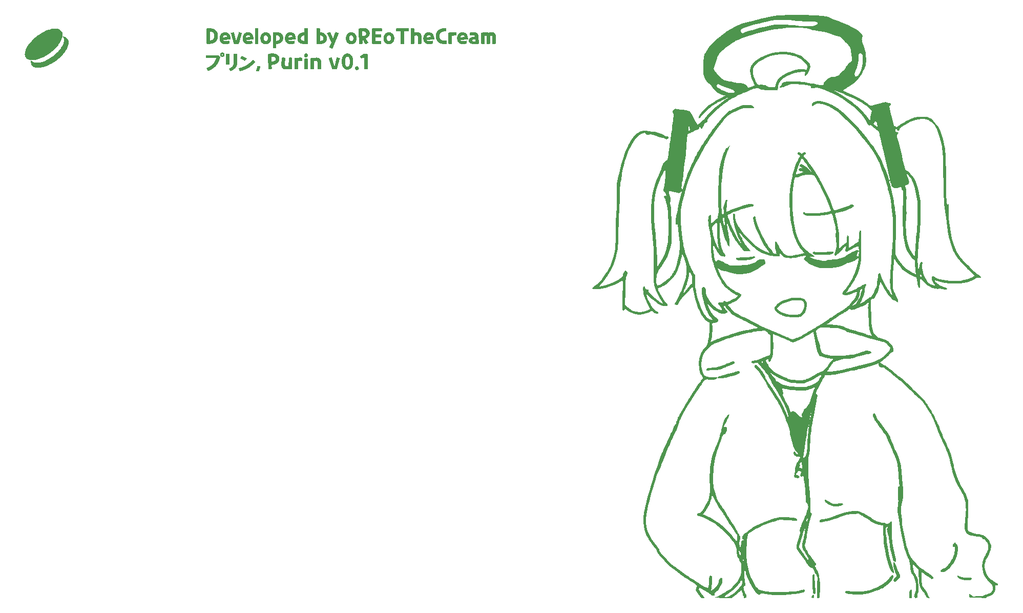
<source format=gbr>
%TF.GenerationSoftware,KiCad,Pcbnew,7.0.7*%
%TF.CreationDate,2023-10-16T19:58:37+09:00*%
%TF.ProjectId,Purin_PCB,50757269-6e5f-4504-9342-2e6b69636164,rev?*%
%TF.SameCoordinates,Original*%
%TF.FileFunction,Legend,Top*%
%TF.FilePolarity,Positive*%
%FSLAX46Y46*%
G04 Gerber Fmt 4.6, Leading zero omitted, Abs format (unit mm)*
G04 Created by KiCad (PCBNEW 7.0.7) date 2023-10-16 19:58:37*
%MOMM*%
%LPD*%
G01*
G04 APERTURE LIST*
%ADD10C,0.150000*%
G04 APERTURE END LIST*
D10*
G36*
X182051498Y149186270D02*
G01*
X182077778Y149185980D01*
X182104024Y149185481D01*
X182130228Y149184769D01*
X182156383Y149183841D01*
X182182483Y149182691D01*
X182208520Y149181317D01*
X182234487Y149179713D01*
X182260377Y149177877D01*
X182286184Y149175803D01*
X182311899Y149173488D01*
X182337517Y149170929D01*
X182363030Y149168120D01*
X182388431Y149165058D01*
X182413712Y149161739D01*
X182438868Y149158159D01*
X182463890Y149154313D01*
X182488772Y149150199D01*
X182513507Y149145811D01*
X182538088Y149141146D01*
X182562507Y149136199D01*
X182586758Y149130967D01*
X182610833Y149125446D01*
X182634669Y149119610D01*
X182658318Y149113436D01*
X182705031Y149100062D01*
X182750933Y149085305D01*
X182795981Y149069146D01*
X182840135Y149051567D01*
X182883353Y149032549D01*
X182925594Y149012073D01*
X182966817Y148990120D01*
X183006982Y148966672D01*
X183046046Y148941709D01*
X183083969Y148915214D01*
X183120709Y148887166D01*
X183156226Y148857548D01*
X183190478Y148826340D01*
X183223425Y148793525D01*
X183255024Y148759082D01*
X183270228Y148741164D01*
X183299455Y148703938D01*
X183327064Y148664833D01*
X183353010Y148623819D01*
X183365343Y148602585D01*
X183377243Y148580862D01*
X183388704Y148558647D01*
X183399718Y148535934D01*
X183410282Y148512720D01*
X183420387Y148489001D01*
X183430029Y148464773D01*
X183439202Y148440033D01*
X183447899Y148414776D01*
X183456116Y148388998D01*
X183463845Y148362696D01*
X183471081Y148335866D01*
X183477818Y148308503D01*
X183484050Y148280604D01*
X183489772Y148252164D01*
X183494976Y148223181D01*
X183499658Y148193650D01*
X183503811Y148163567D01*
X183507430Y148132928D01*
X183510508Y148101730D01*
X183513040Y148069968D01*
X183515020Y148037638D01*
X183516441Y148004737D01*
X183517298Y147971260D01*
X183517585Y147937205D01*
X183515912Y147854498D01*
X183510890Y147774337D01*
X183502515Y147696727D01*
X183490784Y147621672D01*
X183475693Y147549179D01*
X183457238Y147479252D01*
X183435416Y147411898D01*
X183410223Y147347120D01*
X183381655Y147284924D01*
X183349709Y147225316D01*
X183314381Y147168301D01*
X183275666Y147113883D01*
X183233563Y147062069D01*
X183188066Y147012864D01*
X183139172Y146966272D01*
X183086878Y146922299D01*
X183031179Y146880951D01*
X182972073Y146842232D01*
X182909555Y146806148D01*
X182843621Y146772704D01*
X182774269Y146741906D01*
X182701494Y146713757D01*
X182625292Y146688265D01*
X182545661Y146665434D01*
X182462595Y146645269D01*
X182376092Y146627776D01*
X182286148Y146612960D01*
X182192760Y146600825D01*
X182095922Y146591378D01*
X181995633Y146584624D01*
X181891887Y146580568D01*
X181784682Y146579214D01*
X181757556Y146580712D01*
X181725664Y146587366D01*
X181698620Y146599345D01*
X181676381Y146616647D01*
X181658904Y146639273D01*
X181646146Y146667222D01*
X181639649Y146691678D01*
X181635764Y146719129D01*
X181634473Y146749574D01*
X181610879Y148634518D01*
X182184019Y148634518D01*
X182211496Y147166008D01*
X182255449Y147172839D01*
X182298007Y147180741D01*
X182339169Y147189719D01*
X182378936Y147199779D01*
X182417308Y147210924D01*
X182454284Y147223162D01*
X182489865Y147236495D01*
X182524051Y147250930D01*
X182556841Y147266471D01*
X182588236Y147283124D01*
X182618236Y147300893D01*
X182646840Y147319784D01*
X182674049Y147339802D01*
X182699863Y147360951D01*
X182724281Y147383236D01*
X182747304Y147406663D01*
X182768932Y147431237D01*
X182789164Y147456963D01*
X182808001Y147483845D01*
X182825443Y147511889D01*
X182841489Y147541100D01*
X182856140Y147571483D01*
X182869396Y147603043D01*
X182881256Y147635784D01*
X182891721Y147669713D01*
X182900791Y147704833D01*
X182908465Y147741150D01*
X182914744Y147778670D01*
X182919628Y147817396D01*
X182923116Y147857335D01*
X182925209Y147898490D01*
X182925907Y147940868D01*
X182925129Y147980513D01*
X182922801Y148019288D01*
X182918935Y148057169D01*
X182913542Y148094131D01*
X182906631Y148130148D01*
X182898215Y148165195D01*
X182888302Y148199248D01*
X182876905Y148232281D01*
X182864034Y148264269D01*
X182849700Y148295187D01*
X182833913Y148325011D01*
X182816684Y148353715D01*
X182798024Y148381274D01*
X182777944Y148407663D01*
X182756454Y148432857D01*
X182733565Y148456831D01*
X182709174Y148478261D01*
X182683405Y148498552D01*
X182656269Y148517653D01*
X182627778Y148535514D01*
X182597941Y148552083D01*
X182566770Y148567309D01*
X182534274Y148581142D01*
X182500466Y148593531D01*
X182465356Y148604424D01*
X182428954Y148613770D01*
X182391271Y148621519D01*
X182352318Y148627620D01*
X182312105Y148632021D01*
X182270644Y148634672D01*
X182227945Y148635521D01*
X182184019Y148634518D01*
X181610879Y148634518D01*
X181606385Y148993555D01*
X181606460Y149006251D01*
X181607742Y149040875D01*
X181611029Y149070596D01*
X181616857Y149095794D01*
X181629511Y149123016D01*
X181648913Y149143776D01*
X181676336Y149158976D01*
X181702933Y149167270D01*
X181735297Y149173324D01*
X181760341Y149176303D01*
X181788346Y149178569D01*
X181814584Y149180146D01*
X181840858Y149181555D01*
X181867161Y149182790D01*
X181893486Y149183850D01*
X181919825Y149184728D01*
X181946173Y149185422D01*
X181972520Y149185927D01*
X181998862Y149186240D01*
X182025190Y149186355D01*
X182051498Y149186270D01*
G37*
G36*
X184751827Y148522846D02*
G01*
X184803044Y148519406D01*
X184852753Y148513700D01*
X184900949Y148505750D01*
X184947626Y148495580D01*
X184992779Y148483213D01*
X185036401Y148468670D01*
X185078488Y148451975D01*
X185119032Y148433150D01*
X185158028Y148412219D01*
X185195471Y148389203D01*
X185231354Y148364125D01*
X185265672Y148337009D01*
X185298419Y148307876D01*
X185329589Y148276750D01*
X185359176Y148243653D01*
X185387175Y148208608D01*
X185413579Y148171638D01*
X185438383Y148132765D01*
X185461582Y148092011D01*
X185483168Y148049401D01*
X185503137Y148004956D01*
X185521482Y147958699D01*
X185538198Y147910653D01*
X185553280Y147860840D01*
X185566720Y147809284D01*
X185578513Y147756006D01*
X185588655Y147701030D01*
X185597137Y147644378D01*
X185603956Y147586073D01*
X185609105Y147526138D01*
X185612578Y147464595D01*
X185612573Y147431837D01*
X185609563Y147405404D01*
X185601007Y147380081D01*
X185582751Y147359021D01*
X185560028Y147347473D01*
X185536410Y147341076D01*
X185507554Y147336367D01*
X184394417Y147247219D01*
X184404250Y147220917D01*
X184416493Y147196488D01*
X184431024Y147173902D01*
X184447721Y147153128D01*
X184466461Y147134136D01*
X184487121Y147116895D01*
X184509578Y147101374D01*
X184533712Y147087545D01*
X184559397Y147075375D01*
X184586514Y147064836D01*
X184614937Y147055895D01*
X184644546Y147048523D01*
X184675218Y147042690D01*
X184706829Y147038365D01*
X184739259Y147035517D01*
X184772383Y147034117D01*
X184806188Y147032821D01*
X184840441Y147032798D01*
X184875031Y147034001D01*
X184909846Y147036387D01*
X184944775Y147039911D01*
X184979708Y147044528D01*
X185014533Y147050193D01*
X185049140Y147056862D01*
X185083418Y147064489D01*
X185117256Y147073031D01*
X185150543Y147082442D01*
X185183169Y147092678D01*
X185215021Y147103693D01*
X185245990Y147115444D01*
X185275964Y147127886D01*
X185304832Y147140973D01*
X185315615Y147145661D01*
X185339750Y147152344D01*
X185366741Y147149745D01*
X185385766Y147133406D01*
X185395704Y147108639D01*
X185399476Y147080523D01*
X185420237Y146756901D01*
X185420713Y146736875D01*
X185417422Y146711147D01*
X185405865Y146686517D01*
X185387770Y146668917D01*
X185365865Y146655989D01*
X185343300Y146646381D01*
X185306845Y146633509D01*
X185269705Y146621454D01*
X185232025Y146610218D01*
X185193950Y146599803D01*
X185155624Y146590212D01*
X185117192Y146581445D01*
X185078800Y146573504D01*
X185040592Y146566392D01*
X185002713Y146560109D01*
X184965308Y146554659D01*
X184928522Y146550042D01*
X184892500Y146546261D01*
X184857387Y146543317D01*
X184823328Y146541211D01*
X184790467Y146539947D01*
X184758949Y146539525D01*
X184731190Y146539818D01*
X184703783Y146540694D01*
X184676733Y146542150D01*
X184650041Y146544182D01*
X184623709Y146546787D01*
X184597741Y146549962D01*
X184572140Y146553702D01*
X184546906Y146558005D01*
X184522044Y146562867D01*
X184497556Y146568285D01*
X184473444Y146574255D01*
X184449711Y146580773D01*
X184403392Y146595442D01*
X184358620Y146612264D01*
X184315415Y146631210D01*
X184273797Y146652255D01*
X184233787Y146675369D01*
X184195407Y146700525D01*
X184158675Y146727695D01*
X184123614Y146756852D01*
X184090243Y146787968D01*
X184058583Y146821015D01*
X184043077Y146837557D01*
X184013487Y146871991D01*
X183985801Y146908180D01*
X183960028Y146946073D01*
X183936179Y146985620D01*
X183914263Y147026769D01*
X183894291Y147069469D01*
X183876271Y147113670D01*
X183860215Y147159320D01*
X183852926Y147182673D01*
X183846131Y147206369D01*
X183839832Y147230402D01*
X183834029Y147254765D01*
X183828725Y147279453D01*
X183823920Y147304458D01*
X183819616Y147329775D01*
X183815814Y147355396D01*
X183812514Y147381317D01*
X183809719Y147407529D01*
X183807429Y147434027D01*
X183805646Y147460805D01*
X183804371Y147487856D01*
X183803605Y147515174D01*
X183803349Y147542752D01*
X183804285Y147590589D01*
X183807088Y147638110D01*
X183811749Y147685240D01*
X183814701Y147706395D01*
X184363276Y147706395D01*
X185045935Y147763182D01*
X185035624Y147794898D01*
X185024330Y147824768D01*
X185011969Y147852766D01*
X184998460Y147878863D01*
X184983720Y147903032D01*
X184967667Y147925244D01*
X184950219Y147945473D01*
X184931293Y147963690D01*
X184910807Y147979867D01*
X184888679Y147993978D01*
X184864827Y148005994D01*
X184839168Y148015887D01*
X184811619Y148023630D01*
X184782100Y148029195D01*
X184750527Y148032555D01*
X184716817Y148033681D01*
X184680815Y148031997D01*
X184646353Y148027056D01*
X184613500Y148019018D01*
X184582322Y148008045D01*
X184552886Y147994299D01*
X184525260Y147977942D01*
X184499510Y147959137D01*
X184475704Y147938044D01*
X184453909Y147914826D01*
X184434191Y147889645D01*
X184416618Y147862663D01*
X184401258Y147834041D01*
X184388176Y147803941D01*
X184377440Y147772526D01*
X184369118Y147739956D01*
X184363276Y147706395D01*
X183814701Y147706395D01*
X183818261Y147731907D01*
X183826616Y147778037D01*
X183836805Y147823558D01*
X183848820Y147868395D01*
X183862654Y147912475D01*
X183878299Y147955725D01*
X183895745Y147998072D01*
X183914986Y148039442D01*
X183936013Y148079762D01*
X183958818Y148118959D01*
X183983394Y148156959D01*
X184009731Y148193689D01*
X184037822Y148229075D01*
X184052453Y148245876D01*
X184082941Y148278255D01*
X184115051Y148308944D01*
X184148767Y148337877D01*
X184184072Y148364986D01*
X184220950Y148390206D01*
X184259385Y148413467D01*
X184299362Y148434704D01*
X184340863Y148453850D01*
X184383874Y148470837D01*
X184428377Y148485598D01*
X184474357Y148498066D01*
X184521798Y148508174D01*
X184546061Y148512322D01*
X184570683Y148515854D01*
X184595662Y148518764D01*
X184620996Y148521041D01*
X184646684Y148522678D01*
X184672722Y148523667D01*
X184699110Y148523998D01*
X184751827Y148522846D01*
G37*
G36*
X186132205Y146714159D02*
G01*
X186141798Y146685204D01*
X186152986Y146660327D01*
X186165657Y146639260D01*
X186184666Y146616632D01*
X186205849Y146599663D01*
X186228940Y146587715D01*
X186253675Y146580152D01*
X186279790Y146576336D01*
X186300122Y146575551D01*
X186839288Y146575551D01*
X186866238Y146576974D01*
X186891972Y146581666D01*
X186916246Y146590266D01*
X186938817Y146603410D01*
X186959441Y146621734D01*
X186977876Y146645876D01*
X186990119Y146668183D01*
X187000891Y146694389D01*
X187007205Y146714159D01*
X187479815Y148321277D01*
X187487088Y148352116D01*
X187490262Y148378168D01*
X187487711Y148404906D01*
X187473817Y148429977D01*
X187452080Y148446384D01*
X187427346Y148457410D01*
X187395551Y148467212D01*
X187073761Y148549033D01*
X187044561Y148556361D01*
X187019798Y148559347D01*
X186994255Y148556458D01*
X186970136Y148542414D01*
X186954234Y148521126D01*
X186943496Y148497350D01*
X186933932Y148467212D01*
X186569399Y147048161D01*
X186205478Y148467212D01*
X186195756Y148497350D01*
X186184602Y148521126D01*
X186167951Y148542414D01*
X186142813Y148556458D01*
X186116520Y148559347D01*
X186091342Y148556361D01*
X186061985Y148549033D01*
X185743859Y148467212D01*
X185719243Y148459952D01*
X185692467Y148449288D01*
X185668199Y148433541D01*
X185653491Y148414027D01*
X185647629Y148389584D01*
X185649901Y148359054D01*
X185657097Y148329468D01*
X185659595Y148321277D01*
X186132205Y146714159D01*
G37*
G36*
X188552246Y148522846D02*
G01*
X188603462Y148519406D01*
X188653171Y148513700D01*
X188701368Y148505750D01*
X188748045Y148495580D01*
X188793198Y148483213D01*
X188836820Y148468670D01*
X188878906Y148451975D01*
X188919450Y148433150D01*
X188958447Y148412219D01*
X188995890Y148389203D01*
X189031773Y148364125D01*
X189066091Y148337009D01*
X189098838Y148307876D01*
X189130008Y148276750D01*
X189159595Y148243653D01*
X189187593Y148208608D01*
X189213998Y148171638D01*
X189238802Y148132765D01*
X189262000Y148092011D01*
X189283587Y148049401D01*
X189303556Y148004956D01*
X189321901Y147958699D01*
X189338617Y147910653D01*
X189353698Y147860840D01*
X189367139Y147809284D01*
X189378932Y147756006D01*
X189389073Y147701030D01*
X189397556Y147644378D01*
X189404375Y147586073D01*
X189409524Y147526138D01*
X189412997Y147464595D01*
X189412992Y147431837D01*
X189409982Y147405404D01*
X189401426Y147380081D01*
X189383170Y147359021D01*
X189360446Y147347473D01*
X189336828Y147341076D01*
X189307972Y147336367D01*
X188194836Y147247219D01*
X188204668Y147220917D01*
X188216912Y147196488D01*
X188231443Y147173902D01*
X188248140Y147153128D01*
X188266879Y147134136D01*
X188287539Y147116895D01*
X188309997Y147101374D01*
X188334130Y147087545D01*
X188359816Y147075375D01*
X188386932Y147064836D01*
X188415356Y147055895D01*
X188444965Y147048523D01*
X188475637Y147042690D01*
X188507248Y147038365D01*
X188539677Y147035517D01*
X188572801Y147034117D01*
X188606607Y147032821D01*
X188640860Y147032798D01*
X188675449Y147034001D01*
X188710264Y147036387D01*
X188745193Y147039911D01*
X188780126Y147044528D01*
X188814952Y147050193D01*
X188849559Y147056862D01*
X188883837Y147064489D01*
X188917675Y147073031D01*
X188950962Y147082442D01*
X188983587Y147092678D01*
X189015440Y147103693D01*
X189046408Y147115444D01*
X189076382Y147127886D01*
X189105251Y147140973D01*
X189116034Y147145661D01*
X189140169Y147152344D01*
X189167160Y147149745D01*
X189186185Y147133406D01*
X189196123Y147108639D01*
X189199895Y147080523D01*
X189220655Y146756901D01*
X189221131Y146736875D01*
X189217840Y146711147D01*
X189206283Y146686517D01*
X189188189Y146668917D01*
X189166284Y146655989D01*
X189143719Y146646381D01*
X189107264Y146633509D01*
X189070124Y146621454D01*
X189032444Y146610218D01*
X188994368Y146599803D01*
X188956042Y146590212D01*
X188917611Y146581445D01*
X188879218Y146573504D01*
X188841010Y146566392D01*
X188803132Y146560109D01*
X188765727Y146554659D01*
X188728941Y146550042D01*
X188692919Y146546261D01*
X188657806Y146543317D01*
X188623746Y146541211D01*
X188590885Y146539947D01*
X188559368Y146539525D01*
X188531608Y146539818D01*
X188504202Y146540694D01*
X188477152Y146542150D01*
X188450459Y146544182D01*
X188424128Y146546787D01*
X188398160Y146549962D01*
X188372558Y146553702D01*
X188347325Y146558005D01*
X188322463Y146562867D01*
X188297975Y146568285D01*
X188273863Y146574255D01*
X188250130Y146580773D01*
X188203811Y146595442D01*
X188159039Y146612264D01*
X188115833Y146631210D01*
X188074216Y146652255D01*
X188034206Y146675369D01*
X187995825Y146700525D01*
X187959094Y146727695D01*
X187924032Y146756852D01*
X187890661Y146787968D01*
X187859002Y146821015D01*
X187843496Y146837557D01*
X187813906Y146871991D01*
X187786219Y146908180D01*
X187760447Y146946073D01*
X187736598Y146985620D01*
X187714682Y147026769D01*
X187694710Y147069469D01*
X187676690Y147113670D01*
X187660633Y147159320D01*
X187653344Y147182673D01*
X187646550Y147206369D01*
X187640250Y147230402D01*
X187634448Y147254765D01*
X187629144Y147279453D01*
X187624339Y147304458D01*
X187620035Y147329775D01*
X187616232Y147355396D01*
X187612933Y147381317D01*
X187610137Y147407529D01*
X187607848Y147434027D01*
X187606065Y147460805D01*
X187604789Y147487856D01*
X187604023Y147515174D01*
X187603768Y147542752D01*
X187604704Y147590589D01*
X187607507Y147638110D01*
X187612168Y147685240D01*
X187615120Y147706395D01*
X188163695Y147706395D01*
X188846353Y147763182D01*
X188836043Y147794898D01*
X188824748Y147824768D01*
X188812388Y147852766D01*
X188798879Y147878863D01*
X188784139Y147903032D01*
X188768086Y147925244D01*
X188750638Y147945473D01*
X188731712Y147963690D01*
X188711226Y147979867D01*
X188689098Y147993978D01*
X188665246Y148005994D01*
X188639586Y148015887D01*
X188612038Y148023630D01*
X188582519Y148029195D01*
X188550945Y148032555D01*
X188517236Y148033681D01*
X188481233Y148031997D01*
X188446772Y148027056D01*
X188413918Y148019018D01*
X188382740Y148008045D01*
X188353305Y147994299D01*
X188325678Y147977942D01*
X188299929Y147959137D01*
X188276123Y147938044D01*
X188254327Y147914826D01*
X188234610Y147889645D01*
X188217037Y147862663D01*
X188201676Y147834041D01*
X188188595Y147803941D01*
X188177859Y147772526D01*
X188169537Y147739956D01*
X188163695Y147706395D01*
X187615120Y147706395D01*
X187618680Y147731907D01*
X187627035Y147778037D01*
X187637224Y147823558D01*
X187649239Y147868395D01*
X187663073Y147912475D01*
X187678717Y147955725D01*
X187696164Y147998072D01*
X187715405Y148039442D01*
X187736432Y148079762D01*
X187759237Y148118959D01*
X187783812Y148156959D01*
X187810150Y148193689D01*
X187838241Y148229075D01*
X187852872Y148245876D01*
X187883360Y148278255D01*
X187915470Y148308944D01*
X187949185Y148337877D01*
X187984490Y148364986D01*
X188021368Y148390206D01*
X188059804Y148413467D01*
X188099780Y148434704D01*
X188141282Y148453850D01*
X188184292Y148470837D01*
X188228796Y148485598D01*
X188274776Y148498066D01*
X188322216Y148508174D01*
X188346479Y148512322D01*
X188371101Y148515854D01*
X188396081Y148518764D01*
X188421415Y148521041D01*
X188447102Y148522678D01*
X188473141Y148523667D01*
X188499528Y148523998D01*
X188552246Y148522846D01*
G37*
G36*
X189633426Y146735530D02*
G01*
X189635072Y146702803D01*
X189638416Y146674511D01*
X189643641Y146650389D01*
X189653853Y146624254D01*
X189668175Y146604430D01*
X189692520Y146587566D01*
X189717683Y146579640D01*
X189748373Y146575979D01*
X189765928Y146575551D01*
X190077948Y146575551D01*
X190104636Y146576529D01*
X190134795Y146581197D01*
X190159171Y146590288D01*
X190182209Y146608829D01*
X190195251Y146630172D01*
X190204000Y146657983D01*
X190208020Y146683465D01*
X190210075Y146713206D01*
X190210450Y146735530D01*
X190210450Y149028970D01*
X190209596Y149061697D01*
X190206908Y149089989D01*
X190202190Y149114111D01*
X190192411Y149140246D01*
X190173935Y149164114D01*
X190147677Y149179350D01*
X190120467Y149186150D01*
X190096140Y149188521D01*
X190077948Y149188949D01*
X189765928Y149188949D01*
X189740085Y149187971D01*
X189710548Y149183303D01*
X189686331Y149174212D01*
X189663040Y149155671D01*
X189649590Y149134329D01*
X189640391Y149106517D01*
X189636082Y149081035D01*
X189633841Y149051294D01*
X189633426Y149028970D01*
X189633426Y146735530D01*
G37*
G36*
X191456165Y148523688D02*
G01*
X191481007Y148522762D01*
X191529865Y148519092D01*
X191577591Y148513042D01*
X191624148Y148504669D01*
X191669499Y148494027D01*
X191713608Y148481172D01*
X191756438Y148466160D01*
X191797952Y148449046D01*
X191838113Y148429886D01*
X191876886Y148408734D01*
X191914233Y148385647D01*
X191950117Y148360680D01*
X191984502Y148333888D01*
X192017352Y148305327D01*
X192048629Y148275052D01*
X192078297Y148243119D01*
X192106370Y148209619D01*
X192132865Y148174417D01*
X192157750Y148137571D01*
X192180993Y148099140D01*
X192202562Y148059180D01*
X192222424Y148017751D01*
X192240547Y147974911D01*
X192256899Y147930717D01*
X192271448Y147885228D01*
X192284162Y147838502D01*
X192289820Y147814694D01*
X192295008Y147790597D01*
X192299721Y147766221D01*
X192303954Y147741572D01*
X192307705Y147716657D01*
X192310969Y147691484D01*
X192313741Y147666059D01*
X192316019Y147640391D01*
X192317797Y147614486D01*
X192319072Y147588352D01*
X192319840Y147561996D01*
X192320097Y147535425D01*
X192319840Y147508856D01*
X192319072Y147482505D01*
X192317797Y147456379D01*
X192316019Y147430484D01*
X192313741Y147404829D01*
X192310969Y147379419D01*
X192307705Y147354262D01*
X192303954Y147329364D01*
X192299721Y147304733D01*
X192295008Y147280376D01*
X192289820Y147256299D01*
X192284162Y147232509D01*
X192271448Y147185820D01*
X192256899Y147140362D01*
X192240547Y147096193D01*
X192222424Y147053368D01*
X192202562Y147011941D01*
X192180993Y146971968D01*
X192157750Y146933506D01*
X192132865Y146896608D01*
X192106370Y146861332D01*
X192078297Y146827732D01*
X192063666Y146811615D01*
X192033189Y146780591D01*
X192001121Y146751229D01*
X191967499Y146723586D01*
X191932360Y146697722D01*
X191895740Y146673693D01*
X191857676Y146651557D01*
X191818204Y146631375D01*
X191777362Y146613202D01*
X191735185Y146597098D01*
X191691711Y146583120D01*
X191646977Y146571327D01*
X191601018Y146561777D01*
X191553872Y146554527D01*
X191505576Y146549637D01*
X191481007Y146548095D01*
X191456165Y146547164D01*
X191431053Y146546852D01*
X191405886Y146547164D01*
X191380992Y146548095D01*
X191356375Y146549637D01*
X191332039Y146551784D01*
X191284232Y146557861D01*
X191237605Y146566268D01*
X191192195Y146576947D01*
X191148037Y146589839D01*
X191105167Y146604888D01*
X191063620Y146622033D01*
X191023434Y146641218D01*
X190984642Y146662385D01*
X190947282Y146685474D01*
X190911388Y146710428D01*
X190876998Y146737189D01*
X190844145Y146765699D01*
X190812867Y146795899D01*
X190783199Y146827732D01*
X190755133Y146861332D01*
X190728657Y146896608D01*
X190703802Y146933506D01*
X190680598Y146971968D01*
X190659076Y147011941D01*
X190639265Y147053368D01*
X190621197Y147096193D01*
X190604902Y147140362D01*
X190590410Y147185820D01*
X190577751Y147232509D01*
X190572119Y147256299D01*
X190566957Y147280376D01*
X190562268Y147304733D01*
X190558057Y147329364D01*
X190554327Y147354262D01*
X190551082Y147379419D01*
X190548325Y147404829D01*
X190546062Y147430484D01*
X190544294Y147456379D01*
X190543027Y147482505D01*
X190542264Y147508856D01*
X190542009Y147535425D01*
X191087892Y147535425D01*
X191088270Y147509408D01*
X191089398Y147484029D01*
X191093872Y147435236D01*
X191101247Y147389143D01*
X191111458Y147345851D01*
X191124438Y147305456D01*
X191140120Y147268058D01*
X191158440Y147233755D01*
X191179330Y147202644D01*
X191202725Y147174826D01*
X191228558Y147150397D01*
X191256763Y147129456D01*
X191287274Y147112103D01*
X191320025Y147098434D01*
X191354949Y147088549D01*
X191391981Y147082546D01*
X191431053Y147080523D01*
X191450796Y147081031D01*
X191488835Y147085056D01*
X191524883Y147093012D01*
X191558862Y147104802D01*
X191590694Y147120325D01*
X191620301Y147139484D01*
X191647605Y147162181D01*
X191672529Y147188317D01*
X191694994Y147217794D01*
X191714923Y147250513D01*
X191732238Y147286376D01*
X191746861Y147325285D01*
X191758715Y147367141D01*
X191767721Y147411846D01*
X191773801Y147459301D01*
X191775721Y147484029D01*
X191776879Y147509408D01*
X191777267Y147535425D01*
X191776879Y147561444D01*
X191775721Y147586828D01*
X191771132Y147635641D01*
X191763578Y147681763D01*
X191753139Y147725095D01*
X191739891Y147765536D01*
X191723912Y147802986D01*
X191705280Y147837344D01*
X191684074Y147868511D01*
X191660369Y147896387D01*
X191634246Y147920871D01*
X191605781Y147941863D01*
X191575052Y147959263D01*
X191542136Y147972970D01*
X191507113Y147982886D01*
X191470059Y147988908D01*
X191431053Y147990938D01*
X191411266Y147990429D01*
X191373206Y147986390D01*
X191337220Y147978408D01*
X191303374Y147966584D01*
X191271735Y147951018D01*
X191242368Y147931810D01*
X191215341Y147909059D01*
X191190719Y147882867D01*
X191168568Y147853333D01*
X191148955Y147820558D01*
X191131945Y147784641D01*
X191117606Y147745683D01*
X191106002Y147703784D01*
X191097201Y147659045D01*
X191091268Y147611565D01*
X191089398Y147586828D01*
X191088270Y147561444D01*
X191087892Y147535425D01*
X190542009Y147535425D01*
X190542264Y147561996D01*
X190543027Y147588352D01*
X190544294Y147614486D01*
X190546062Y147640391D01*
X190548325Y147666059D01*
X190551082Y147691484D01*
X190554327Y147716657D01*
X190558057Y147741572D01*
X190562268Y147766221D01*
X190566957Y147790597D01*
X190572119Y147814694D01*
X190577751Y147838502D01*
X190590410Y147885228D01*
X190604902Y147930717D01*
X190621197Y147974911D01*
X190639265Y148017751D01*
X190659076Y148059180D01*
X190680598Y148099140D01*
X190703802Y148137571D01*
X190728657Y148174417D01*
X190755133Y148209619D01*
X190783199Y148243119D01*
X190812867Y148275052D01*
X190844145Y148305327D01*
X190876998Y148333888D01*
X190911388Y148360680D01*
X190947282Y148385647D01*
X190984642Y148408734D01*
X191023434Y148429886D01*
X191063620Y148449046D01*
X191105167Y148466160D01*
X191148037Y148481172D01*
X191192195Y148494027D01*
X191237605Y148504669D01*
X191284232Y148513042D01*
X191332039Y148519092D01*
X191356375Y148521228D01*
X191380992Y148522762D01*
X191405886Y148523688D01*
X191431053Y148523998D01*
X191456165Y148523688D01*
G37*
G36*
X193057465Y148523903D02*
G01*
X193090038Y148523608D01*
X193122445Y148523099D01*
X193154674Y148522363D01*
X193186714Y148521386D01*
X193218554Y148520154D01*
X193250181Y148518654D01*
X193281584Y148516871D01*
X193312752Y148514792D01*
X193343673Y148512404D01*
X193374337Y148509692D01*
X193404730Y148506642D01*
X193434842Y148503242D01*
X193464661Y148499476D01*
X193494176Y148495333D01*
X193523375Y148490796D01*
X193552246Y148485854D01*
X193580779Y148480492D01*
X193608962Y148474696D01*
X193636782Y148468453D01*
X193664229Y148461749D01*
X193691291Y148454570D01*
X193717957Y148446902D01*
X193744214Y148438733D01*
X193770052Y148430047D01*
X193795460Y148420831D01*
X193820424Y148411071D01*
X193844935Y148400754D01*
X193868980Y148389867D01*
X193892548Y148378394D01*
X193915627Y148366322D01*
X193938206Y148353639D01*
X193959930Y148340349D01*
X193981132Y148326459D01*
X194001800Y148311958D01*
X194021924Y148296831D01*
X194041492Y148281066D01*
X194060494Y148264651D01*
X194078918Y148247573D01*
X194096754Y148229819D01*
X194113991Y148211376D01*
X194130617Y148192232D01*
X194146623Y148172373D01*
X194161996Y148151788D01*
X194176726Y148130463D01*
X194190802Y148108385D01*
X194204213Y148085542D01*
X194216948Y148061921D01*
X194228996Y148037510D01*
X194240347Y148012295D01*
X194250988Y147986264D01*
X194260910Y147959404D01*
X194270100Y147931702D01*
X194278549Y147903146D01*
X194286246Y147873722D01*
X194293179Y147843419D01*
X194299337Y147812223D01*
X194304710Y147780122D01*
X194309286Y147747103D01*
X194313054Y147713152D01*
X194316005Y147678258D01*
X194318126Y147642408D01*
X194319406Y147605589D01*
X194319836Y147567787D01*
X194319447Y147538287D01*
X194318289Y147509207D01*
X194316372Y147480548D01*
X194313706Y147452311D01*
X194310300Y147424499D01*
X194306167Y147397111D01*
X194301315Y147370151D01*
X194295755Y147343618D01*
X194289497Y147317515D01*
X194282552Y147291842D01*
X194274930Y147266602D01*
X194266641Y147241795D01*
X194257696Y147217422D01*
X194248104Y147193486D01*
X194237876Y147169987D01*
X194227023Y147146926D01*
X194215555Y147124306D01*
X194203481Y147102127D01*
X194190812Y147080391D01*
X194177559Y147059099D01*
X194163732Y147038253D01*
X194149341Y147017853D01*
X194134396Y146997901D01*
X194118908Y146978399D01*
X194102886Y146959347D01*
X194086342Y146940748D01*
X194069285Y146922602D01*
X194051727Y146904911D01*
X194033676Y146887676D01*
X194015143Y146870899D01*
X193996139Y146854581D01*
X193976674Y146838722D01*
X193956759Y146822936D01*
X193936405Y146807632D01*
X193915624Y146792813D01*
X193894430Y146778477D01*
X193872833Y146764627D01*
X193850846Y146751262D01*
X193828482Y146738382D01*
X193805752Y146725989D01*
X193782669Y146714082D01*
X193759245Y146702663D01*
X193735491Y146691730D01*
X193711422Y146681286D01*
X193687047Y146671330D01*
X193662380Y146661863D01*
X193637433Y146652885D01*
X193612218Y146644397D01*
X193586747Y146636399D01*
X193561033Y146628891D01*
X193535087Y146621875D01*
X193508922Y146615350D01*
X193482550Y146609317D01*
X193455983Y146603776D01*
X193429233Y146598729D01*
X193402312Y146594174D01*
X193375234Y146590114D01*
X193348009Y146586547D01*
X193320650Y146583475D01*
X193293170Y146580898D01*
X193265580Y146578817D01*
X193237893Y146577232D01*
X193210120Y146576143D01*
X193182274Y146575551D01*
X193182274Y146069968D01*
X193181900Y146047973D01*
X193179842Y146018675D01*
X193175815Y145993575D01*
X193167044Y145966188D01*
X193153958Y145945175D01*
X193130823Y145926927D01*
X193106328Y145917984D01*
X193076007Y145913393D01*
X193049162Y145912431D01*
X192737752Y145912431D01*
X192728775Y145912535D01*
X192696416Y145915183D01*
X192669503Y145921873D01*
X192647720Y145933226D01*
X192627226Y145954923D01*
X192615836Y145979046D01*
X192608552Y146009855D01*
X192605596Y146037724D01*
X192604640Y146069968D01*
X192604640Y148008646D01*
X193182274Y148008646D01*
X193182274Y147101894D01*
X193218048Y147105942D01*
X193252560Y147110756D01*
X193285819Y147116332D01*
X193317832Y147122669D01*
X193348608Y147129762D01*
X193378155Y147137609D01*
X193406482Y147146207D01*
X193433597Y147155551D01*
X193459507Y147165640D01*
X193484222Y147176470D01*
X193507750Y147188038D01*
X193530099Y147200340D01*
X193571292Y147227137D01*
X193607868Y147256836D01*
X193639893Y147289411D01*
X193667433Y147324837D01*
X193690554Y147363090D01*
X193709324Y147404145D01*
X193723807Y147447975D01*
X193734070Y147494557D01*
X193737640Y147518872D01*
X193740179Y147543866D01*
X193741697Y147569534D01*
X193742201Y147595875D01*
X193741429Y147623947D01*
X193739143Y147650715D01*
X193735391Y147676225D01*
X193730218Y147700518D01*
X193719897Y147734771D01*
X193706642Y147766528D01*
X193690610Y147795935D01*
X193671958Y147823136D01*
X193650842Y147848276D01*
X193627420Y147871500D01*
X193601848Y147892953D01*
X193574284Y147912780D01*
X193564670Y147918364D01*
X193534524Y147934105D01*
X193502532Y147948337D01*
X193468827Y147961063D01*
X193445474Y147968712D01*
X193421460Y147975693D01*
X193396827Y147982008D01*
X193371613Y147987657D01*
X193345861Y147992642D01*
X193319610Y147996964D01*
X193292899Y148000622D01*
X193265770Y148003618D01*
X193238263Y148005954D01*
X193210418Y148007629D01*
X193182274Y148008646D01*
X192604640Y148008646D01*
X192604640Y148364019D01*
X192605062Y148386343D01*
X192607336Y148416084D01*
X192611700Y148441566D01*
X192620998Y148469377D01*
X192634560Y148490720D01*
X192657989Y148509261D01*
X192682298Y148518352D01*
X192711895Y148523020D01*
X192737752Y148523998D01*
X193024738Y148523998D01*
X193057465Y148523903D01*
G37*
G36*
X195547361Y148522846D02*
G01*
X195598577Y148519406D01*
X195648287Y148513700D01*
X195696483Y148505750D01*
X195743160Y148495580D01*
X195788313Y148483213D01*
X195831935Y148468670D01*
X195874021Y148451975D01*
X195914566Y148433150D01*
X195953562Y148412219D01*
X195991005Y148389203D01*
X196026888Y148364125D01*
X196061206Y148337009D01*
X196093953Y148307876D01*
X196125123Y148276750D01*
X196154710Y148243653D01*
X196182709Y148208608D01*
X196209113Y148171638D01*
X196233917Y148132765D01*
X196257115Y148092011D01*
X196278702Y148049401D01*
X196298671Y148004956D01*
X196317016Y147958699D01*
X196333732Y147910653D01*
X196348813Y147860840D01*
X196362254Y147809284D01*
X196374047Y147756006D01*
X196384188Y147701030D01*
X196392671Y147644378D01*
X196399490Y147586073D01*
X196404639Y147526138D01*
X196408112Y147464595D01*
X196408107Y147431837D01*
X196405097Y147405404D01*
X196396541Y147380081D01*
X196378285Y147359021D01*
X196355561Y147347473D01*
X196331943Y147341076D01*
X196303087Y147336367D01*
X195189951Y147247219D01*
X195199783Y147220917D01*
X195212027Y147196488D01*
X195226558Y147173902D01*
X195243255Y147153128D01*
X195261994Y147134136D01*
X195282654Y147116895D01*
X195305112Y147101374D01*
X195329245Y147087545D01*
X195354931Y147075375D01*
X195382047Y147064836D01*
X195410471Y147055895D01*
X195440080Y147048523D01*
X195470752Y147042690D01*
X195502363Y147038365D01*
X195534792Y147035517D01*
X195567916Y147034117D01*
X195601722Y147032821D01*
X195635975Y147032798D01*
X195670565Y147034001D01*
X195705379Y147036387D01*
X195740309Y147039911D01*
X195775241Y147044528D01*
X195810067Y147050193D01*
X195844674Y147056862D01*
X195878952Y147064489D01*
X195912790Y147073031D01*
X195946077Y147082442D01*
X195978702Y147092678D01*
X196010555Y147103693D01*
X196041523Y147115444D01*
X196071497Y147127886D01*
X196100366Y147140973D01*
X196111149Y147145661D01*
X196135284Y147152344D01*
X196162275Y147149745D01*
X196181300Y147133406D01*
X196191238Y147108639D01*
X196195010Y147080523D01*
X196215771Y146756901D01*
X196216246Y146736875D01*
X196212955Y146711147D01*
X196201399Y146686517D01*
X196183304Y146668917D01*
X196161399Y146655989D01*
X196138834Y146646381D01*
X196102379Y146633509D01*
X196065239Y146621454D01*
X196027559Y146610218D01*
X195989483Y146599803D01*
X195951157Y146590212D01*
X195912726Y146581445D01*
X195874334Y146573504D01*
X195836126Y146566392D01*
X195798247Y146560109D01*
X195760842Y146554659D01*
X195724056Y146550042D01*
X195688034Y146546261D01*
X195652921Y146543317D01*
X195618862Y146541211D01*
X195586001Y146539947D01*
X195554483Y146539525D01*
X195526724Y146539818D01*
X195499317Y146540694D01*
X195472267Y146542150D01*
X195445574Y146544182D01*
X195419243Y146546787D01*
X195393275Y146549962D01*
X195367673Y146553702D01*
X195342440Y146558005D01*
X195317578Y146562867D01*
X195293090Y146568285D01*
X195268978Y146574255D01*
X195245245Y146580773D01*
X195198926Y146595442D01*
X195154154Y146612264D01*
X195110948Y146631210D01*
X195069331Y146652255D01*
X195029321Y146675369D01*
X194990940Y146700525D01*
X194954209Y146727695D01*
X194919148Y146756852D01*
X194885777Y146787968D01*
X194854117Y146821015D01*
X194838611Y146837557D01*
X194809021Y146871991D01*
X194781335Y146908180D01*
X194755562Y146946073D01*
X194731713Y146985620D01*
X194709797Y147026769D01*
X194689825Y147069469D01*
X194671805Y147113670D01*
X194655749Y147159320D01*
X194648459Y147182673D01*
X194641665Y147206369D01*
X194635366Y147230402D01*
X194629563Y147254765D01*
X194624259Y147279453D01*
X194619454Y147304458D01*
X194615150Y147329775D01*
X194611347Y147355396D01*
X194608048Y147381317D01*
X194605253Y147407529D01*
X194602963Y147434027D01*
X194601180Y147460805D01*
X194599905Y147487856D01*
X194599139Y147515174D01*
X194598883Y147542752D01*
X194599819Y147590589D01*
X194602622Y147638110D01*
X194607283Y147685240D01*
X194610235Y147706395D01*
X195158810Y147706395D01*
X195841468Y147763182D01*
X195831158Y147794898D01*
X195819863Y147824768D01*
X195807503Y147852766D01*
X195793994Y147878863D01*
X195779254Y147903032D01*
X195763201Y147925244D01*
X195745753Y147945473D01*
X195726827Y147963690D01*
X195706341Y147979867D01*
X195684213Y147993978D01*
X195660361Y148005994D01*
X195634702Y148015887D01*
X195607153Y148023630D01*
X195577634Y148029195D01*
X195546060Y148032555D01*
X195512351Y148033681D01*
X195476348Y148031997D01*
X195441887Y148027056D01*
X195409034Y148019018D01*
X195377855Y148008045D01*
X195348420Y147994299D01*
X195320794Y147977942D01*
X195295044Y147959137D01*
X195271238Y147938044D01*
X195249442Y147914826D01*
X195229725Y147889645D01*
X195212152Y147862663D01*
X195196791Y147834041D01*
X195183710Y147803941D01*
X195172974Y147772526D01*
X195164652Y147739956D01*
X195158810Y147706395D01*
X194610235Y147706395D01*
X194613795Y147731907D01*
X194622150Y147778037D01*
X194632339Y147823558D01*
X194644354Y147868395D01*
X194658188Y147912475D01*
X194673832Y147955725D01*
X194691279Y147998072D01*
X194710520Y148039442D01*
X194731547Y148079762D01*
X194754352Y148118959D01*
X194778927Y148156959D01*
X194805265Y148193689D01*
X194833356Y148229075D01*
X194847987Y148245876D01*
X194878475Y148278255D01*
X194910585Y148308944D01*
X194944301Y148337877D01*
X194979605Y148364986D01*
X195016484Y148390206D01*
X195054919Y148413467D01*
X195094895Y148434704D01*
X195136397Y148453850D01*
X195179407Y148470837D01*
X195223911Y148485598D01*
X195269891Y148498066D01*
X195317331Y148508174D01*
X195341594Y148512322D01*
X195366217Y148515854D01*
X195391196Y148518764D01*
X195416530Y148521041D01*
X195442218Y148522678D01*
X195468256Y148523667D01*
X195494644Y148523998D01*
X195547361Y148522846D01*
G37*
G36*
X198269230Y149188521D02*
G01*
X198300324Y149184860D01*
X198325970Y149176934D01*
X198350876Y149160070D01*
X198365491Y149140246D01*
X198375749Y149114111D01*
X198380787Y149089989D01*
X198383706Y149061697D01*
X198384647Y149028970D01*
X198384647Y146735530D01*
X198384232Y146713206D01*
X198381988Y146683465D01*
X198377673Y146657983D01*
X198368451Y146630172D01*
X198354956Y146608829D01*
X198331569Y146590288D01*
X198307233Y146581197D01*
X198277533Y146576529D01*
X198251535Y146575551D01*
X197912037Y146575551D01*
X197880626Y146575667D01*
X197849370Y146576024D01*
X197818280Y146576634D01*
X197787367Y146577508D01*
X197756644Y146578658D01*
X197726121Y146580095D01*
X197695811Y146581832D01*
X197665724Y146583880D01*
X197635873Y146586251D01*
X197606268Y146588956D01*
X197576921Y146592008D01*
X197547845Y146595418D01*
X197519049Y146599198D01*
X197490547Y146603360D01*
X197462348Y146607914D01*
X197434466Y146612874D01*
X197406911Y146618251D01*
X197379695Y146624056D01*
X197352829Y146630302D01*
X197326325Y146636999D01*
X197300195Y146644160D01*
X197274450Y146651797D01*
X197249101Y146659921D01*
X197224160Y146668544D01*
X197199638Y146677678D01*
X197175548Y146687334D01*
X197151900Y146697525D01*
X197128706Y146708261D01*
X197105977Y146719555D01*
X197083726Y146731419D01*
X197061963Y146743864D01*
X197040701Y146756901D01*
X197019597Y146770189D01*
X196998998Y146784071D01*
X196978915Y146798559D01*
X196959358Y146813663D01*
X196940338Y146829394D01*
X196921865Y146845764D01*
X196903952Y146862783D01*
X196886608Y146880463D01*
X196869845Y146898815D01*
X196853673Y146917850D01*
X196838104Y146937578D01*
X196823147Y146958011D01*
X196808814Y146979161D01*
X196795116Y147001037D01*
X196782064Y147023652D01*
X196769668Y147047016D01*
X196757939Y147071140D01*
X196746888Y147096035D01*
X196736526Y147121713D01*
X196726864Y147148185D01*
X196717913Y147175460D01*
X196709683Y147203552D01*
X196702185Y147232470D01*
X196695431Y147262226D01*
X196689431Y147292831D01*
X196684195Y147324296D01*
X196679735Y147356631D01*
X196676062Y147389849D01*
X196673186Y147423960D01*
X196671119Y147458975D01*
X196669870Y147494905D01*
X196669771Y147503674D01*
X197247086Y147503674D01*
X197247858Y147475563D01*
X197250144Y147448690D01*
X197253896Y147423034D01*
X197259069Y147398573D01*
X197269390Y147364075D01*
X197282645Y147332144D01*
X197298677Y147302709D01*
X197317330Y147275698D01*
X197338446Y147251037D01*
X197361868Y147228654D01*
X197387439Y147208476D01*
X197415003Y147190432D01*
X197424619Y147184258D01*
X197454788Y147167179D01*
X197486824Y147152185D01*
X197520583Y147139173D01*
X197543975Y147131549D01*
X197568024Y147124730D01*
X197592690Y147118686D01*
X197617927Y147113386D01*
X197643694Y147108799D01*
X197669948Y147104896D01*
X197696646Y147101646D01*
X197723744Y147099018D01*
X197751199Y147096983D01*
X197778970Y147095509D01*
X197807013Y147094567D01*
X197807013Y147997655D01*
X197771239Y147993597D01*
X197736727Y147988753D01*
X197703469Y147983129D01*
X197671456Y147976730D01*
X197640680Y147969560D01*
X197611132Y147961626D01*
X197582805Y147952931D01*
X197555691Y147943482D01*
X197529780Y147933284D01*
X197505065Y147922341D01*
X197481537Y147910659D01*
X197459189Y147898243D01*
X197438011Y147885097D01*
X197399135Y147856641D01*
X197364842Y147825330D01*
X197335068Y147791206D01*
X197309745Y147754310D01*
X197288808Y147714683D01*
X197272190Y147672367D01*
X197259825Y147627402D01*
X197251647Y147579830D01*
X197249108Y147555079D01*
X197247590Y147529692D01*
X197247086Y147503674D01*
X196669771Y147503674D01*
X196669452Y147531762D01*
X196669840Y147561262D01*
X196670998Y147590343D01*
X196672915Y147619004D01*
X196675582Y147647245D01*
X196678987Y147675064D01*
X196683121Y147702462D01*
X196687973Y147729436D01*
X196693533Y147755988D01*
X196699790Y147782115D01*
X196706735Y147807818D01*
X196714357Y147833096D01*
X196722646Y147857947D01*
X196731591Y147882372D01*
X196741183Y147906370D01*
X196751411Y147929940D01*
X196762264Y147953080D01*
X196773733Y147975792D01*
X196785806Y147998074D01*
X196798475Y148019925D01*
X196811728Y148041344D01*
X196825555Y148062332D01*
X196839946Y148082887D01*
X196854891Y148103008D01*
X196870380Y148122696D01*
X196886401Y148141948D01*
X196902945Y148160766D01*
X196920002Y148179147D01*
X196937561Y148197092D01*
X196955612Y148214599D01*
X196974144Y148231668D01*
X196993148Y148248299D01*
X197012613Y148264490D01*
X197032528Y148279946D01*
X197052882Y148294942D01*
X197073663Y148309478D01*
X197094858Y148323551D01*
X197116454Y148337160D01*
X197138441Y148350304D01*
X197160805Y148362982D01*
X197183535Y148375191D01*
X197206618Y148386931D01*
X197230043Y148398200D01*
X197253796Y148408996D01*
X197277866Y148419318D01*
X197302240Y148429165D01*
X197326907Y148438535D01*
X197351854Y148447427D01*
X197377069Y148455839D01*
X197402540Y148463770D01*
X197428254Y148471218D01*
X197454200Y148478182D01*
X197480365Y148484660D01*
X197506738Y148490652D01*
X197533305Y148496155D01*
X197560054Y148501168D01*
X197586975Y148505689D01*
X197614053Y148509718D01*
X197641278Y148513253D01*
X197668637Y148516291D01*
X197696117Y148518833D01*
X197723707Y148520876D01*
X197751395Y148522419D01*
X197779167Y148523460D01*
X197807013Y148523998D01*
X197807013Y149028970D01*
X197807394Y149051294D01*
X197809483Y149081035D01*
X197813558Y149106517D01*
X197822404Y149134329D01*
X197835559Y149155671D01*
X197858735Y149174212D01*
X197883204Y149183303D01*
X197913422Y149187971D01*
X197940125Y149188949D01*
X198251535Y149188949D01*
X198269230Y149188521D01*
G37*
G36*
X200272625Y149188521D02*
G01*
X200297089Y149186150D01*
X200324439Y149179350D01*
X200350815Y149164114D01*
X200369359Y149140246D01*
X200379166Y149114111D01*
X200383892Y149089989D01*
X200386585Y149061697D01*
X200387438Y149028970D01*
X200387438Y148523998D01*
X200415284Y148523460D01*
X200443057Y148522419D01*
X200470744Y148520876D01*
X200498334Y148518833D01*
X200525814Y148516291D01*
X200553173Y148513253D01*
X200580398Y148509718D01*
X200607476Y148505689D01*
X200634397Y148501168D01*
X200661147Y148496155D01*
X200687714Y148490652D01*
X200714086Y148484660D01*
X200740251Y148478182D01*
X200766197Y148471218D01*
X200791911Y148463770D01*
X200817382Y148455839D01*
X200842597Y148447427D01*
X200867544Y148438535D01*
X200892211Y148429165D01*
X200916586Y148419318D01*
X200940655Y148408996D01*
X200964409Y148398200D01*
X200987833Y148386931D01*
X201010916Y148375191D01*
X201033646Y148362982D01*
X201056010Y148350304D01*
X201077997Y148337160D01*
X201099594Y148323551D01*
X201120788Y148309478D01*
X201141569Y148294942D01*
X201161923Y148279946D01*
X201181838Y148264490D01*
X201201303Y148248299D01*
X201220307Y148231668D01*
X201238840Y148214599D01*
X201256891Y148197092D01*
X201274449Y148179147D01*
X201291506Y148160766D01*
X201308050Y148141948D01*
X201324072Y148122696D01*
X201339560Y148103008D01*
X201354505Y148082887D01*
X201368896Y148062332D01*
X201382723Y148041344D01*
X201395976Y148019925D01*
X201408645Y147998074D01*
X201420719Y147975792D01*
X201432187Y147953080D01*
X201443040Y147929940D01*
X201453268Y147906370D01*
X201462860Y147882372D01*
X201471805Y147857947D01*
X201480094Y147833096D01*
X201487716Y147807818D01*
X201494661Y147782115D01*
X201500919Y147755988D01*
X201506479Y147729436D01*
X201511331Y147702462D01*
X201515464Y147675064D01*
X201518870Y147647245D01*
X201521536Y147619004D01*
X201523453Y147590343D01*
X201524611Y147561262D01*
X201525000Y147531762D01*
X201524581Y147494905D01*
X201523333Y147458975D01*
X201521268Y147423960D01*
X201518396Y147389849D01*
X201514730Y147356631D01*
X201510280Y147324296D01*
X201505059Y147292831D01*
X201499077Y147262226D01*
X201492347Y147232470D01*
X201484880Y147203552D01*
X201476687Y147175460D01*
X201467780Y147148185D01*
X201458171Y147121713D01*
X201447870Y147096035D01*
X201436890Y147071140D01*
X201425242Y147047016D01*
X201412937Y147023652D01*
X201399987Y147001037D01*
X201386404Y146979161D01*
X201372199Y146958011D01*
X201357383Y146937578D01*
X201341968Y146917850D01*
X201325966Y146898815D01*
X201309388Y146880463D01*
X201292246Y146862783D01*
X201274551Y146845764D01*
X201256314Y146829394D01*
X201237548Y146813663D01*
X201218263Y146798559D01*
X201198472Y146784071D01*
X201178185Y146770189D01*
X201157414Y146756901D01*
X201135872Y146743864D01*
X201113844Y146731419D01*
X201091342Y146719555D01*
X201068375Y146708261D01*
X201044956Y146697525D01*
X201021095Y146687334D01*
X200996805Y146677678D01*
X200972095Y146668544D01*
X200946977Y146659921D01*
X200921463Y146651797D01*
X200895563Y146644160D01*
X200869289Y146636999D01*
X200842651Y146630302D01*
X200815662Y146624056D01*
X200788332Y146618251D01*
X200760672Y146612874D01*
X200732694Y146607914D01*
X200704409Y146603360D01*
X200675827Y146599198D01*
X200646961Y146595418D01*
X200617821Y146592008D01*
X200588418Y146588956D01*
X200558764Y146586251D01*
X200528870Y146583880D01*
X200498747Y146581832D01*
X200468406Y146580095D01*
X200437859Y146578658D01*
X200407116Y146577508D01*
X200376189Y146576634D01*
X200345089Y146576024D01*
X200313827Y146575667D01*
X200282414Y146575551D01*
X199942916Y146575551D01*
X199925322Y146575979D01*
X199894354Y146579640D01*
X199868752Y146587566D01*
X199843818Y146604430D01*
X199829140Y146624254D01*
X199818806Y146650389D01*
X199813716Y146674511D01*
X199810760Y146702803D01*
X199809804Y146735530D01*
X199809804Y147997655D01*
X200387438Y147997655D01*
X200387438Y147094567D01*
X200415582Y147095509D01*
X200443427Y147096983D01*
X200470934Y147099018D01*
X200498063Y147101646D01*
X200524774Y147104896D01*
X200551025Y147108799D01*
X200576777Y147113386D01*
X200601991Y147118686D01*
X200626624Y147124730D01*
X200650638Y147131549D01*
X200685408Y147143296D01*
X200718557Y147156958D01*
X200749949Y147172635D01*
X200779448Y147190432D01*
X200807012Y147208476D01*
X200832584Y147228654D01*
X200856006Y147251037D01*
X200877121Y147275698D01*
X200895774Y147302709D01*
X200911806Y147332144D01*
X200925061Y147364075D01*
X200935382Y147398573D01*
X200940555Y147423034D01*
X200944307Y147448690D01*
X200946593Y147475563D01*
X200947365Y147503674D01*
X200946861Y147529692D01*
X200945343Y147555079D01*
X200942804Y147579830D01*
X200934626Y147627402D01*
X200922261Y147672367D01*
X200905643Y147714683D01*
X200884706Y147754310D01*
X200859383Y147791206D01*
X200829609Y147825330D01*
X200795317Y147856641D01*
X200756440Y147885097D01*
X200735263Y147898243D01*
X200712914Y147910659D01*
X200689386Y147922341D01*
X200664671Y147933284D01*
X200638761Y147943482D01*
X200611646Y147952931D01*
X200583319Y147961626D01*
X200553772Y147969560D01*
X200522996Y147976730D01*
X200490983Y147983129D01*
X200457724Y147988753D01*
X200423212Y147993597D01*
X200387438Y147997655D01*
X199809804Y147997655D01*
X199809804Y149028970D01*
X199810226Y149051294D01*
X199812500Y149081035D01*
X199816864Y149106517D01*
X199826162Y149134329D01*
X199839724Y149155671D01*
X199863153Y149174212D01*
X199887462Y149183303D01*
X199917059Y149187971D01*
X199942916Y149188949D01*
X200254326Y149188949D01*
X200272625Y149188521D01*
G37*
G36*
X201975017Y146157285D02*
G01*
X201965538Y146134129D01*
X201954857Y146103310D01*
X201948456Y146076666D01*
X201946638Y146046624D01*
X201952577Y146021577D01*
X201966359Y146000137D01*
X201988069Y145980915D01*
X202009606Y145967119D01*
X202035687Y145953204D01*
X202055617Y145943572D01*
X202287037Y145849539D01*
X202309937Y145840788D01*
X202341805Y145831709D01*
X202370862Y145827366D01*
X202397295Y145827629D01*
X202421290Y145832363D01*
X202449816Y145845401D01*
X202474786Y145865839D01*
X202491447Y145885833D01*
X202506543Y145909679D01*
X202520263Y145937244D01*
X202524563Y145947236D01*
X203438642Y148221748D01*
X203447660Y148245494D01*
X203458035Y148277609D01*
X203464536Y148305859D01*
X203467060Y148330631D01*
X203464062Y148358920D01*
X203453568Y148382628D01*
X203435336Y148402673D01*
X203409122Y148419971D01*
X203384077Y148431691D01*
X203364759Y148439124D01*
X203074110Y148545369D01*
X203049429Y148554317D01*
X203021511Y148560019D01*
X202993245Y148557487D01*
X202970547Y148544681D01*
X202951488Y148522089D01*
X202937565Y148497298D01*
X202927247Y148474951D01*
X202916573Y148449504D01*
X202538607Y147528709D01*
X202111793Y148481256D01*
X202097312Y148508679D01*
X202082503Y148529827D01*
X202063027Y148547994D01*
X202037392Y148558607D01*
X202008240Y148558179D01*
X201980457Y148550278D01*
X201968300Y148545369D01*
X201625139Y148396381D01*
X201600004Y148382640D01*
X201580442Y148365092D01*
X201566929Y148344045D01*
X201559940Y148319805D01*
X201559950Y148292681D01*
X201567434Y148262979D01*
X201572627Y148250446D01*
X202255286Y146835059D01*
X201975017Y146157285D01*
G37*
G36*
X205585614Y148523688D02*
G01*
X205610456Y148522762D01*
X205659314Y148519092D01*
X205707040Y148513042D01*
X205753597Y148504669D01*
X205798948Y148494027D01*
X205843057Y148481172D01*
X205885887Y148466160D01*
X205927400Y148449046D01*
X205967562Y148429886D01*
X206006335Y148408734D01*
X206043681Y148385647D01*
X206079566Y148360680D01*
X206113951Y148333888D01*
X206146800Y148305327D01*
X206178078Y148275052D01*
X206207745Y148243119D01*
X206235819Y148209619D01*
X206262314Y148174417D01*
X206287199Y148137571D01*
X206310442Y148099140D01*
X206332011Y148059180D01*
X206351873Y148017751D01*
X206369996Y147974911D01*
X206386348Y147930717D01*
X206400897Y147885228D01*
X206413611Y147838502D01*
X206419269Y147814694D01*
X206424457Y147790597D01*
X206429169Y147766221D01*
X206433403Y147741572D01*
X206437154Y147716657D01*
X206440417Y147691484D01*
X206443190Y147666059D01*
X206445467Y147640391D01*
X206447246Y147614486D01*
X206448521Y147588352D01*
X206449289Y147561996D01*
X206449546Y147535425D01*
X206449289Y147508856D01*
X206448521Y147482505D01*
X206447246Y147456379D01*
X206445467Y147430484D01*
X206443190Y147404829D01*
X206440417Y147379419D01*
X206437154Y147354262D01*
X206433403Y147329364D01*
X206429169Y147304733D01*
X206424457Y147280376D01*
X206419269Y147256299D01*
X206413611Y147232509D01*
X206400897Y147185820D01*
X206386348Y147140362D01*
X206369996Y147096193D01*
X206351873Y147053368D01*
X206332011Y147011941D01*
X206310442Y146971968D01*
X206287199Y146933506D01*
X206262314Y146896608D01*
X206235819Y146861332D01*
X206207745Y146827732D01*
X206193115Y146811615D01*
X206162638Y146780591D01*
X206130570Y146751229D01*
X206096948Y146723586D01*
X206061809Y146697722D01*
X206025188Y146673693D01*
X205987124Y146651557D01*
X205947653Y146631375D01*
X205906810Y146613202D01*
X205864634Y146597098D01*
X205821160Y146583120D01*
X205776425Y146571327D01*
X205730467Y146561777D01*
X205683321Y146554527D01*
X205635024Y146549637D01*
X205610456Y146548095D01*
X205585614Y146547164D01*
X205560502Y146546852D01*
X205535335Y146547164D01*
X205510441Y146548095D01*
X205485823Y146549637D01*
X205461488Y146551784D01*
X205413681Y146557861D01*
X205367054Y146566268D01*
X205321644Y146576947D01*
X205277486Y146589839D01*
X205234615Y146604888D01*
X205193069Y146622033D01*
X205152882Y146641218D01*
X205114091Y146662385D01*
X205076731Y146685474D01*
X205040837Y146710428D01*
X205006446Y146737189D01*
X204973594Y146765699D01*
X204942316Y146795899D01*
X204912648Y146827732D01*
X204884582Y146861332D01*
X204858106Y146896608D01*
X204833251Y146933506D01*
X204810047Y146971968D01*
X204788524Y147011941D01*
X204768714Y147053368D01*
X204750646Y147096193D01*
X204734351Y147140362D01*
X204719858Y147185820D01*
X204707200Y147232509D01*
X204701568Y147256299D01*
X204696406Y147280376D01*
X204691717Y147304733D01*
X204687505Y147329364D01*
X204683775Y147354262D01*
X204680530Y147379419D01*
X204677774Y147404829D01*
X204675510Y147430484D01*
X204673743Y147456379D01*
X204672476Y147482505D01*
X204671713Y147508856D01*
X204671458Y147535425D01*
X205217341Y147535425D01*
X205217719Y147509408D01*
X205218847Y147484029D01*
X205223320Y147435236D01*
X205230696Y147389143D01*
X205240906Y147345851D01*
X205253886Y147305456D01*
X205269569Y147268058D01*
X205287889Y147233755D01*
X205308779Y147202644D01*
X205332174Y147174826D01*
X205358007Y147150397D01*
X205386212Y147129456D01*
X205416723Y147112103D01*
X205449474Y147098434D01*
X205484398Y147088549D01*
X205521429Y147082546D01*
X205560502Y147080523D01*
X205580244Y147081031D01*
X205618284Y147085056D01*
X205654332Y147093012D01*
X205688311Y147104802D01*
X205720143Y147120325D01*
X205749750Y147139484D01*
X205777054Y147162181D01*
X205801978Y147188317D01*
X205824443Y147217794D01*
X205844372Y147250513D01*
X205861687Y147286376D01*
X205876310Y147325285D01*
X205888163Y147367141D01*
X205897169Y147411846D01*
X205903250Y147459301D01*
X205905169Y147484029D01*
X205906328Y147509408D01*
X205906716Y147535425D01*
X205906328Y147561444D01*
X205905169Y147586828D01*
X205900580Y147635641D01*
X205893027Y147681763D01*
X205882588Y147725095D01*
X205869340Y147765536D01*
X205853361Y147802986D01*
X205834729Y147837344D01*
X205813522Y147868511D01*
X205789818Y147896387D01*
X205763695Y147920871D01*
X205735229Y147941863D01*
X205704500Y147959263D01*
X205671585Y147972970D01*
X205636562Y147982886D01*
X205599508Y147988908D01*
X205560502Y147990938D01*
X205540715Y147990429D01*
X205502654Y147986390D01*
X205466668Y147978408D01*
X205432823Y147966584D01*
X205401183Y147951018D01*
X205371817Y147931810D01*
X205344790Y147909059D01*
X205320168Y147882867D01*
X205298017Y147853333D01*
X205278404Y147820558D01*
X205261394Y147784641D01*
X205247054Y147745683D01*
X205235451Y147703784D01*
X205226649Y147659045D01*
X205220717Y147611565D01*
X205218847Y147586828D01*
X205217719Y147561444D01*
X205217341Y147535425D01*
X204671458Y147535425D01*
X204671713Y147561996D01*
X204672476Y147588352D01*
X204673743Y147614486D01*
X204675510Y147640391D01*
X204677774Y147666059D01*
X204680530Y147691484D01*
X204683775Y147716657D01*
X204687505Y147741572D01*
X204691717Y147766221D01*
X204696406Y147790597D01*
X204701568Y147814694D01*
X204707200Y147838502D01*
X204719858Y147885228D01*
X204734351Y147930717D01*
X204750646Y147974911D01*
X204768714Y148017751D01*
X204788524Y148059180D01*
X204810047Y148099140D01*
X204833251Y148137571D01*
X204858106Y148174417D01*
X204884582Y148209619D01*
X204912648Y148243119D01*
X204942316Y148275052D01*
X204973594Y148305327D01*
X205006446Y148333888D01*
X205040837Y148360680D01*
X205076731Y148385647D01*
X205114091Y148408734D01*
X205152882Y148429886D01*
X205193069Y148449046D01*
X205234615Y148466160D01*
X205277486Y148481172D01*
X205321644Y148494027D01*
X205367054Y148504669D01*
X205413681Y148513042D01*
X205461488Y148519092D01*
X205485823Y148521228D01*
X205510441Y148522762D01*
X205535335Y148523688D01*
X205560502Y148523998D01*
X205585614Y148523688D01*
G37*
G36*
X207562240Y149222306D02*
G01*
X207608869Y149220470D01*
X207655495Y149217648D01*
X207700811Y149213736D01*
X207746027Y149208620D01*
X207791057Y149202270D01*
X207835815Y149194655D01*
X207880215Y149185744D01*
X207924172Y149175509D01*
X207967599Y149163917D01*
X208010410Y149150939D01*
X208052521Y149136544D01*
X208093844Y149120702D01*
X208134294Y149103382D01*
X208173786Y149084555D01*
X208212233Y149064188D01*
X208249549Y149042253D01*
X208285649Y149018719D01*
X208320446Y148993555D01*
X208337031Y148980372D01*
X208369047Y148952858D01*
X208399460Y148923780D01*
X208428195Y148893096D01*
X208455175Y148860765D01*
X208480325Y148826747D01*
X208503569Y148791000D01*
X208524830Y148753482D01*
X208544032Y148714154D01*
X208561100Y148672973D01*
X208575957Y148629898D01*
X208588527Y148584889D01*
X208598735Y148537904D01*
X208602929Y148513657D01*
X208606504Y148488902D01*
X208609451Y148463631D01*
X208611759Y148437842D01*
X208613419Y148411527D01*
X208614422Y148384682D01*
X208614759Y148357302D01*
X208614262Y148325939D01*
X208612758Y148294611D01*
X208610227Y148263358D01*
X208606649Y148232214D01*
X208602005Y148201217D01*
X208596276Y148170403D01*
X208589441Y148139809D01*
X208581481Y148109472D01*
X208572376Y148079429D01*
X208562106Y148049715D01*
X208550652Y148020368D01*
X208537994Y147991425D01*
X208524113Y147962921D01*
X208508988Y147934895D01*
X208492600Y147907381D01*
X208474930Y147880418D01*
X208455800Y147853232D01*
X208435268Y147826420D01*
X208413316Y147800012D01*
X208389931Y147774039D01*
X208365097Y147748531D01*
X208338799Y147723518D01*
X208311021Y147699032D01*
X208281749Y147675102D01*
X208250967Y147651758D01*
X208218660Y147629032D01*
X208184812Y147606953D01*
X208149409Y147585552D01*
X208112436Y147564860D01*
X208073877Y147544906D01*
X208033716Y147525722D01*
X207991939Y147507337D01*
X208338154Y146916880D01*
X208354908Y146885376D01*
X208365932Y146856690D01*
X208371610Y146830650D01*
X208371533Y146799740D01*
X208363557Y146772804D01*
X208348597Y146749429D01*
X208327569Y146729199D01*
X208301390Y146711698D01*
X208278925Y146700115D01*
X208051168Y146596922D01*
X208039578Y146591854D01*
X208007146Y146580288D01*
X207977995Y146573890D01*
X207951831Y146572286D01*
X207921087Y146576957D01*
X207894439Y146588598D01*
X207871194Y146606321D01*
X207850657Y146629239D01*
X207836614Y146649303D01*
X207823412Y146671416D01*
X207410642Y147375446D01*
X207410642Y146735530D01*
X207410260Y146713206D01*
X207408172Y146683465D01*
X207404097Y146657983D01*
X207395250Y146630172D01*
X207382096Y146608829D01*
X207358919Y146590288D01*
X207334451Y146581197D01*
X207304233Y146576529D01*
X207277529Y146575551D01*
X206976500Y146575551D01*
X206958945Y146575979D01*
X206928251Y146579640D01*
X206903073Y146587566D01*
X206878684Y146604430D01*
X206864298Y146624254D01*
X206853986Y146650389D01*
X206848660Y146674511D01*
X206845190Y146702803D01*
X206843387Y146735530D01*
X206777748Y148662606D01*
X207382554Y148662606D01*
X207392934Y147880418D01*
X207439041Y147882927D01*
X207482837Y147886317D01*
X207524389Y147890569D01*
X207563761Y147895664D01*
X207601018Y147901582D01*
X207636226Y147908303D01*
X207669451Y147915808D01*
X207700756Y147924077D01*
X207730209Y147933089D01*
X207757873Y147942827D01*
X207783815Y147953269D01*
X207808099Y147964396D01*
X207830791Y147976188D01*
X207861987Y147995082D01*
X207889968Y148015362D01*
X207905754Y148029686D01*
X207926882Y148052065D01*
X207945094Y148075488D01*
X207960553Y148099926D01*
X207973422Y148125347D01*
X207983864Y148151723D01*
X207992042Y148179022D01*
X207998119Y148207215D01*
X208002257Y148236271D01*
X208004621Y148266160D01*
X208005373Y148296852D01*
X208004918Y148318665D01*
X208002490Y148350708D01*
X207997893Y148381860D01*
X207991042Y148412030D01*
X207981852Y148441127D01*
X207970239Y148469061D01*
X207956119Y148495741D01*
X207939406Y148521077D01*
X207920017Y148544977D01*
X207897867Y148567353D01*
X207872871Y148588112D01*
X207843733Y148606047D01*
X207811523Y148621725D01*
X207788273Y148630921D01*
X207763553Y148639112D01*
X207737320Y148646297D01*
X207709532Y148652475D01*
X207680148Y148657645D01*
X207649125Y148661806D01*
X207616422Y148664957D01*
X207581996Y148667097D01*
X207545805Y148668225D01*
X207507807Y148668342D01*
X207467961Y148667444D01*
X207426224Y148665533D01*
X207382554Y148662606D01*
X206777748Y148662606D01*
X206770115Y148886699D01*
X206769108Y148912714D01*
X206768011Y148944094D01*
X206767502Y148972012D01*
X206767919Y148996809D01*
X206770252Y149023942D01*
X206776578Y149051720D01*
X206787822Y149075376D01*
X206804235Y149094772D01*
X206826890Y149109241D01*
X206852138Y149120533D01*
X206876676Y149129479D01*
X206905203Y149138664D01*
X206929289Y149145887D01*
X206955739Y149153534D01*
X206993671Y149163807D01*
X207032765Y149173319D01*
X207072938Y149182055D01*
X207114106Y149189999D01*
X207156186Y149197134D01*
X207199096Y149203444D01*
X207242752Y149208914D01*
X207287070Y149213526D01*
X207331968Y149217266D01*
X207377362Y149220116D01*
X207423170Y149222062D01*
X207469307Y149223086D01*
X207515692Y149223173D01*
X207562240Y149222306D01*
G37*
G36*
X210363538Y147631290D02*
G01*
X210389792Y147632172D01*
X210420509Y147636301D01*
X210446408Y147644176D01*
X210472149Y147659913D01*
X210490690Y147682939D01*
X210500461Y147707144D01*
X210505832Y147736931D01*
X210507030Y147763182D01*
X210507030Y148040397D01*
X210505832Y148066647D01*
X210500461Y148096435D01*
X210490690Y148120640D01*
X210472149Y148143666D01*
X210446408Y148159403D01*
X210420509Y148167278D01*
X210389792Y148171406D01*
X210363538Y148172288D01*
X209579518Y148172288D01*
X209572191Y148648562D01*
X210486270Y148648562D01*
X210512383Y148649517D01*
X210542997Y148653914D01*
X210568869Y148662158D01*
X210590073Y148674548D01*
X210610120Y148696325D01*
X210621080Y148719144D01*
X210627604Y148747087D01*
X210629628Y148771587D01*
X210629762Y148780453D01*
X210629762Y149057669D01*
X210628550Y149083904D01*
X210623124Y149113632D01*
X210613280Y149137745D01*
X210594652Y149160632D01*
X210568869Y149176230D01*
X210542997Y149184014D01*
X210512383Y149188082D01*
X210486270Y149188949D01*
X209138660Y149188949D01*
X209106238Y149187703D01*
X209077894Y149183809D01*
X209053457Y149177036D01*
X209026653Y149163123D01*
X209006080Y149143126D01*
X208991329Y149116494D01*
X208983842Y149091834D01*
X208979229Y149062900D01*
X208977318Y149029459D01*
X208977459Y149004546D01*
X209009211Y146763618D01*
X209010135Y146738060D01*
X209012982Y146703801D01*
X209017855Y146674212D01*
X209025063Y146649042D01*
X209038837Y146621924D01*
X209058038Y146601623D01*
X209083397Y146587546D01*
X209106896Y146580715D01*
X209134577Y146576800D01*
X209166748Y146575551D01*
X210373918Y146575551D01*
X210400173Y146576508D01*
X210430889Y146580935D01*
X210456789Y146589271D01*
X210477963Y146601852D01*
X210497930Y146624059D01*
X210508814Y146647421D01*
X210515277Y146676121D01*
X210517278Y146701351D01*
X210517411Y146710495D01*
X210517411Y146984047D01*
X210516213Y147009592D01*
X210510841Y147038862D01*
X210501070Y147062934D01*
X210482530Y147086171D01*
X210456789Y147102342D01*
X210430889Y147110586D01*
X210400173Y147114983D01*
X210373918Y147115938D01*
X209597226Y147115938D01*
X209586235Y147631290D01*
X210363538Y147631290D01*
G37*
G36*
X211811364Y148523688D02*
G01*
X211836206Y148522762D01*
X211885064Y148519092D01*
X211932790Y148513042D01*
X211979347Y148504669D01*
X212024698Y148494027D01*
X212068807Y148481172D01*
X212111637Y148466160D01*
X212153151Y148449046D01*
X212193312Y148429886D01*
X212232085Y148408734D01*
X212269432Y148385647D01*
X212305316Y148360680D01*
X212339701Y148333888D01*
X212372551Y148305327D01*
X212403828Y148275052D01*
X212433496Y148243119D01*
X212461569Y148209619D01*
X212488064Y148174417D01*
X212512949Y148137571D01*
X212536192Y148099140D01*
X212557761Y148059180D01*
X212577623Y148017751D01*
X212595746Y147974911D01*
X212612098Y147930717D01*
X212626647Y147885228D01*
X212639361Y147838502D01*
X212645019Y147814694D01*
X212650207Y147790597D01*
X212654920Y147766221D01*
X212659153Y147741572D01*
X212662904Y147716657D01*
X212666167Y147691484D01*
X212668940Y147666059D01*
X212671217Y147640391D01*
X212672996Y147614486D01*
X212674271Y147588352D01*
X212675039Y147561996D01*
X212675296Y147535425D01*
X212675039Y147508856D01*
X212674271Y147482505D01*
X212672996Y147456379D01*
X212671217Y147430484D01*
X212668940Y147404829D01*
X212666167Y147379419D01*
X212662904Y147354262D01*
X212659153Y147329364D01*
X212654920Y147304733D01*
X212650207Y147280376D01*
X212645019Y147256299D01*
X212639361Y147232509D01*
X212626647Y147185820D01*
X212612098Y147140362D01*
X212595746Y147096193D01*
X212577623Y147053368D01*
X212557761Y147011941D01*
X212536192Y146971968D01*
X212512949Y146933506D01*
X212488064Y146896608D01*
X212461569Y146861332D01*
X212433496Y146827732D01*
X212418865Y146811615D01*
X212388388Y146780591D01*
X212356320Y146751229D01*
X212322698Y146723586D01*
X212287559Y146697722D01*
X212250939Y146673693D01*
X212212874Y146651557D01*
X212173403Y146631375D01*
X212132560Y146613202D01*
X212090384Y146597098D01*
X212046910Y146583120D01*
X212002176Y146571327D01*
X211956217Y146561777D01*
X211909071Y146554527D01*
X211860774Y146549637D01*
X211836206Y146548095D01*
X211811364Y146547164D01*
X211786252Y146546852D01*
X211761085Y146547164D01*
X211736191Y146548095D01*
X211711574Y146549637D01*
X211687238Y146551784D01*
X211639431Y146557861D01*
X211592804Y146566268D01*
X211547394Y146576947D01*
X211503236Y146589839D01*
X211460366Y146604888D01*
X211418819Y146622033D01*
X211378633Y146641218D01*
X211339841Y146662385D01*
X211302481Y146685474D01*
X211266587Y146710428D01*
X211232197Y146737189D01*
X211199344Y146765699D01*
X211168066Y146795899D01*
X211138398Y146827732D01*
X211110332Y146861332D01*
X211083856Y146896608D01*
X211059001Y146933506D01*
X211035797Y146971968D01*
X211014274Y147011941D01*
X210994464Y147053368D01*
X210976396Y147096193D01*
X210960101Y147140362D01*
X210945609Y147185820D01*
X210932950Y147232509D01*
X210927318Y147256299D01*
X210922156Y147280376D01*
X210917467Y147304733D01*
X210913256Y147329364D01*
X210909526Y147354262D01*
X210906280Y147379419D01*
X210903524Y147404829D01*
X210901261Y147430484D01*
X210899493Y147456379D01*
X210898226Y147482505D01*
X210897463Y147508856D01*
X210897208Y147535425D01*
X211443091Y147535425D01*
X211443469Y147509408D01*
X211444597Y147484029D01*
X211449071Y147435236D01*
X211456446Y147389143D01*
X211466657Y147345851D01*
X211479636Y147305456D01*
X211495319Y147268058D01*
X211513639Y147233755D01*
X211534529Y147202644D01*
X211557924Y147174826D01*
X211583757Y147150397D01*
X211611962Y147129456D01*
X211642473Y147112103D01*
X211675224Y147098434D01*
X211710148Y147088549D01*
X211747180Y147082546D01*
X211786252Y147080523D01*
X211805994Y147081031D01*
X211844034Y147085056D01*
X211880082Y147093012D01*
X211914061Y147104802D01*
X211945893Y147120325D01*
X211975500Y147139484D01*
X212002804Y147162181D01*
X212027728Y147188317D01*
X212050193Y147217794D01*
X212070122Y147250513D01*
X212087437Y147286376D01*
X212102060Y147325285D01*
X212113914Y147367141D01*
X212122920Y147411846D01*
X212129000Y147459301D01*
X212130919Y147484029D01*
X212132078Y147509408D01*
X212132466Y147535425D01*
X212132078Y147561444D01*
X212130919Y147586828D01*
X212126330Y147635641D01*
X212118777Y147681763D01*
X212108338Y147725095D01*
X212095090Y147765536D01*
X212079111Y147802986D01*
X212060479Y147837344D01*
X212039272Y147868511D01*
X212015568Y147896387D01*
X211989445Y147920871D01*
X211960980Y147941863D01*
X211930250Y147959263D01*
X211897335Y147972970D01*
X211862312Y147982886D01*
X211825258Y147988908D01*
X211786252Y147990938D01*
X211766465Y147990429D01*
X211728405Y147986390D01*
X211692418Y147978408D01*
X211658573Y147966584D01*
X211626934Y147951018D01*
X211597567Y147931810D01*
X211570540Y147909059D01*
X211545918Y147882867D01*
X211523767Y147853333D01*
X211504154Y147820558D01*
X211487144Y147784641D01*
X211472804Y147745683D01*
X211461201Y147703784D01*
X211452400Y147659045D01*
X211446467Y147611565D01*
X211444597Y147586828D01*
X211443469Y147561444D01*
X211443091Y147535425D01*
X210897208Y147535425D01*
X210897463Y147561996D01*
X210898226Y147588352D01*
X210899493Y147614486D01*
X210901261Y147640391D01*
X210903524Y147666059D01*
X210906280Y147691484D01*
X210909526Y147716657D01*
X210913256Y147741572D01*
X210917467Y147766221D01*
X210922156Y147790597D01*
X210927318Y147814694D01*
X210932950Y147838502D01*
X210945609Y147885228D01*
X210960101Y147930717D01*
X210976396Y147974911D01*
X210994464Y148017751D01*
X211014274Y148059180D01*
X211035797Y148099140D01*
X211059001Y148137571D01*
X211083856Y148174417D01*
X211110332Y148209619D01*
X211138398Y148243119D01*
X211168066Y148275052D01*
X211199344Y148305327D01*
X211232197Y148333888D01*
X211266587Y148360680D01*
X211302481Y148385647D01*
X211339841Y148408734D01*
X211378633Y148429886D01*
X211418819Y148449046D01*
X211460366Y148466160D01*
X211503236Y148481172D01*
X211547394Y148494027D01*
X211592804Y148504669D01*
X211639431Y148513042D01*
X211687238Y148519092D01*
X211711574Y148521228D01*
X211736191Y148522762D01*
X211761085Y148523688D01*
X211786252Y148523998D01*
X211811364Y148523688D01*
G37*
G36*
X213734089Y146735530D02*
G01*
X213735045Y146702803D01*
X213738001Y146674511D01*
X213743091Y146650389D01*
X213753425Y146624254D01*
X213768102Y146604430D01*
X213793037Y146587566D01*
X213818638Y146579640D01*
X213849606Y146575979D01*
X213867201Y146575551D01*
X214196318Y146575551D01*
X214223022Y146576529D01*
X214253240Y146581197D01*
X214277709Y146590288D01*
X214300885Y146608829D01*
X214314039Y146630172D01*
X214322886Y146657983D01*
X214326961Y146683465D01*
X214329049Y146713206D01*
X214329431Y146735530D01*
X214305006Y148648562D01*
X214931489Y148648562D01*
X214957603Y148649444D01*
X214988216Y148653572D01*
X215014089Y148661448D01*
X215039872Y148677184D01*
X215058500Y148700210D01*
X215068344Y148724415D01*
X215073770Y148754203D01*
X215074982Y148780453D01*
X215074982Y149057669D01*
X215073770Y149083904D01*
X215068344Y149113632D01*
X215058500Y149137745D01*
X215039872Y149160632D01*
X215014089Y149176230D01*
X214988216Y149184014D01*
X214957603Y149188082D01*
X214931489Y149188949D01*
X213111270Y149188949D01*
X213085156Y149188082D01*
X213054543Y149184014D01*
X213028670Y149176230D01*
X213002887Y149160632D01*
X212984259Y149137745D01*
X212974415Y149113632D01*
X212968989Y149083904D01*
X212967777Y149057669D01*
X212967777Y148780453D01*
X212968989Y148754203D01*
X212974415Y148724415D01*
X212984259Y148700210D01*
X213002887Y148677184D01*
X213028670Y148661448D01*
X213054543Y148653572D01*
X213085156Y148649444D01*
X213111270Y148648562D01*
X213709665Y148648562D01*
X213734089Y146735530D01*
G37*
G36*
X215987229Y147937205D02*
G01*
X216015128Y147942188D01*
X216043497Y147947125D01*
X216072291Y147951937D01*
X216101464Y147956546D01*
X216130971Y147960873D01*
X216160767Y147964840D01*
X216190806Y147968369D01*
X216221044Y147971380D01*
X216251434Y147973795D01*
X216281933Y147975536D01*
X216302302Y147976284D01*
X216342338Y147976866D01*
X216378527Y147974419D01*
X216411043Y147968833D01*
X216440061Y147959997D01*
X216465755Y147947802D01*
X216488300Y147932137D01*
X216507870Y147912893D01*
X216524640Y147889959D01*
X216538783Y147863225D01*
X216550475Y147832582D01*
X216559889Y147797919D01*
X216567201Y147759127D01*
X216572584Y147716095D01*
X216576213Y147668713D01*
X216577425Y147643356D01*
X216578263Y147616871D01*
X216578750Y147589244D01*
X216578907Y147560460D01*
X216575244Y146763618D01*
X216575706Y146738060D01*
X216578236Y146703801D01*
X216583172Y146674212D01*
X216590741Y146649042D01*
X216605318Y146621924D01*
X216625514Y146601623D01*
X216651866Y146587546D01*
X216675993Y146580715D01*
X216704110Y146576800D01*
X216736444Y146575551D01*
X216999005Y146575551D01*
X217031020Y146576800D01*
X217058578Y146580715D01*
X217088919Y146590514D01*
X217112613Y146606091D01*
X217130389Y146628041D01*
X217142977Y146656956D01*
X217149453Y146683571D01*
X217153730Y146714689D01*
X217156114Y146750561D01*
X217156542Y146763618D01*
X217184630Y147710059D01*
X217184709Y147754289D01*
X217183773Y147797658D01*
X217181783Y147840135D01*
X217178695Y147881687D01*
X217174470Y147922284D01*
X217169066Y147961895D01*
X217162442Y148000488D01*
X217154557Y148038031D01*
X217145370Y148074494D01*
X217134839Y148109845D01*
X217122923Y148144054D01*
X217109582Y148177087D01*
X217094774Y148208915D01*
X217078458Y148239506D01*
X217060593Y148268829D01*
X217041137Y148296852D01*
X217019295Y148322849D01*
X216995891Y148347460D01*
X216970907Y148370645D01*
X216944327Y148392365D01*
X216916133Y148412578D01*
X216886309Y148431244D01*
X216854837Y148448324D01*
X216821700Y148463777D01*
X216786882Y148477563D01*
X216750365Y148489641D01*
X216712133Y148499971D01*
X216672168Y148508513D01*
X216630454Y148515228D01*
X216586973Y148520073D01*
X216541709Y148523010D01*
X216494644Y148523998D01*
X216461407Y148523958D01*
X216428537Y148523818D01*
X216395998Y148523551D01*
X216363754Y148523130D01*
X216331772Y148522526D01*
X216300016Y148521712D01*
X216268452Y148520660D01*
X216237044Y148519342D01*
X216205757Y148517731D01*
X216174558Y148515799D01*
X216143410Y148513518D01*
X216112280Y148510861D01*
X216081131Y148507799D01*
X216049930Y148504305D01*
X216018641Y148500351D01*
X215987229Y148495910D01*
X215987229Y149028970D01*
X215986375Y149061697D01*
X215983683Y149089989D01*
X215978956Y149114111D01*
X215969150Y149140246D01*
X215950606Y149164114D01*
X215924230Y149179350D01*
X215896879Y149186150D01*
X215872416Y149188521D01*
X215854117Y149188949D01*
X215542707Y149188949D01*
X215516850Y149187971D01*
X215487253Y149183303D01*
X215462944Y149174212D01*
X215439515Y149155671D01*
X215425952Y149134329D01*
X215416655Y149106517D01*
X215412291Y149081035D01*
X215410016Y149051294D01*
X215409595Y149028970D01*
X215409595Y146735530D01*
X215410551Y146702803D01*
X215413507Y146674511D01*
X215418597Y146650389D01*
X215428931Y146624254D01*
X215443608Y146604430D01*
X215468543Y146587566D01*
X215494144Y146579640D01*
X215525112Y146575979D01*
X215542707Y146575551D01*
X215854117Y146575551D01*
X215880961Y146576529D01*
X215911283Y146581197D01*
X215935778Y146590288D01*
X215958912Y146608829D01*
X215971998Y146630172D01*
X215980770Y146657983D01*
X215984797Y146683465D01*
X215986854Y146713206D01*
X215987229Y146735530D01*
X215987229Y147937205D01*
G37*
G36*
X218423146Y148522846D02*
G01*
X218474362Y148519406D01*
X218524072Y148513700D01*
X218572268Y148505750D01*
X218618945Y148495580D01*
X218664098Y148483213D01*
X218707720Y148468670D01*
X218749807Y148451975D01*
X218790351Y148433150D01*
X218829347Y148412219D01*
X218866790Y148389203D01*
X218902673Y148364125D01*
X218936991Y148337009D01*
X218969738Y148307876D01*
X219000908Y148276750D01*
X219030495Y148243653D01*
X219058494Y148208608D01*
X219084898Y148171638D01*
X219109702Y148132765D01*
X219132900Y148092011D01*
X219154487Y148049401D01*
X219174456Y148004956D01*
X219192801Y147958699D01*
X219209517Y147910653D01*
X219224598Y147860840D01*
X219238039Y147809284D01*
X219249832Y147756006D01*
X219259974Y147701030D01*
X219268456Y147644378D01*
X219275275Y147586073D01*
X219280424Y147526138D01*
X219283897Y147464595D01*
X219283892Y147431837D01*
X219280882Y147405404D01*
X219272326Y147380081D01*
X219254070Y147359021D01*
X219231347Y147347473D01*
X219207728Y147341076D01*
X219178872Y147336367D01*
X218065736Y147247219D01*
X218075568Y147220917D01*
X218087812Y147196488D01*
X218102343Y147173902D01*
X218119040Y147153128D01*
X218137779Y147134136D01*
X218158439Y147116895D01*
X218180897Y147101374D01*
X218205030Y147087545D01*
X218230716Y147075375D01*
X218257832Y147064836D01*
X218286256Y147055895D01*
X218315865Y147048523D01*
X218346537Y147042690D01*
X218378148Y147038365D01*
X218410577Y147035517D01*
X218443702Y147034117D01*
X218477507Y147032821D01*
X218511760Y147032798D01*
X218546350Y147034001D01*
X218581164Y147036387D01*
X218616094Y147039911D01*
X218651026Y147044528D01*
X218685852Y147050193D01*
X218720459Y147056862D01*
X218754737Y147064489D01*
X218788575Y147073031D01*
X218821862Y147082442D01*
X218854487Y147092678D01*
X218886340Y147103693D01*
X218917308Y147115444D01*
X218947282Y147127886D01*
X218976151Y147140973D01*
X218986934Y147145661D01*
X219011069Y147152344D01*
X219038060Y147149745D01*
X219057085Y147133406D01*
X219067023Y147108639D01*
X219070795Y147080523D01*
X219091556Y146756901D01*
X219092032Y146736875D01*
X219088740Y146711147D01*
X219077184Y146686517D01*
X219059089Y146668917D01*
X219037184Y146655989D01*
X219014619Y146646381D01*
X218978164Y146633509D01*
X218941024Y146621454D01*
X218903344Y146610218D01*
X218865268Y146599803D01*
X218826942Y146590212D01*
X218788511Y146581445D01*
X218750119Y146573504D01*
X218711911Y146566392D01*
X218674032Y146560109D01*
X218636627Y146554659D01*
X218599841Y146550042D01*
X218563819Y146546261D01*
X218528706Y146543317D01*
X218494647Y146541211D01*
X218461786Y146539947D01*
X218430268Y146539525D01*
X218402509Y146539818D01*
X218375102Y146540694D01*
X218348052Y146542150D01*
X218321359Y146544182D01*
X218295028Y146546787D01*
X218269060Y146549962D01*
X218243458Y146553702D01*
X218218225Y146558005D01*
X218193363Y146562867D01*
X218168875Y146568285D01*
X218144763Y146574255D01*
X218121030Y146580773D01*
X218074711Y146595442D01*
X218029939Y146612264D01*
X217986734Y146631210D01*
X217945116Y146652255D01*
X217905106Y146675369D01*
X217866726Y146700525D01*
X217829994Y146727695D01*
X217794933Y146756852D01*
X217761562Y146787968D01*
X217729902Y146821015D01*
X217714396Y146837557D01*
X217684806Y146871991D01*
X217657120Y146908180D01*
X217631347Y146946073D01*
X217607498Y146985620D01*
X217585582Y147026769D01*
X217565610Y147069469D01*
X217547590Y147113670D01*
X217531534Y147159320D01*
X217524245Y147182673D01*
X217517450Y147206369D01*
X217511151Y147230402D01*
X217505348Y147254765D01*
X217500044Y147279453D01*
X217495239Y147304458D01*
X217490935Y147329775D01*
X217487132Y147355396D01*
X217483833Y147381317D01*
X217481038Y147407529D01*
X217478748Y147434027D01*
X217476965Y147460805D01*
X217475690Y147487856D01*
X217474924Y147515174D01*
X217474668Y147542752D01*
X217475604Y147590589D01*
X217478407Y147638110D01*
X217483068Y147685240D01*
X217486020Y147706395D01*
X218034595Y147706395D01*
X218717254Y147763182D01*
X218706943Y147794898D01*
X218695649Y147824768D01*
X218683288Y147852766D01*
X218669779Y147878863D01*
X218655039Y147903032D01*
X218638986Y147925244D01*
X218621538Y147945473D01*
X218602612Y147963690D01*
X218582126Y147979867D01*
X218559998Y147993978D01*
X218536146Y148005994D01*
X218510487Y148015887D01*
X218482938Y148023630D01*
X218453419Y148029195D01*
X218421845Y148032555D01*
X218388136Y148033681D01*
X218352134Y148031997D01*
X218317672Y148027056D01*
X218284819Y148019018D01*
X218253641Y148008045D01*
X218224205Y147994299D01*
X218196579Y147977942D01*
X218170829Y147959137D01*
X218147023Y147938044D01*
X218125227Y147914826D01*
X218105510Y147889645D01*
X218087937Y147862663D01*
X218072576Y147834041D01*
X218059495Y147803941D01*
X218048759Y147772526D01*
X218040437Y147739956D01*
X218034595Y147706395D01*
X217486020Y147706395D01*
X217489580Y147731907D01*
X217497935Y147778037D01*
X217508124Y147823558D01*
X217520139Y147868395D01*
X217533973Y147912475D01*
X217549618Y147955725D01*
X217567064Y147998072D01*
X217586305Y148039442D01*
X217607332Y148079762D01*
X217630137Y148118959D01*
X217654712Y148156959D01*
X217681050Y148193689D01*
X217709141Y148229075D01*
X217723772Y148245876D01*
X217754260Y148278255D01*
X217786370Y148308944D01*
X217820086Y148337877D01*
X217855390Y148364986D01*
X217892269Y148390206D01*
X217930704Y148413467D01*
X217970681Y148434704D01*
X218012182Y148453850D01*
X218055192Y148470837D01*
X218099696Y148485598D01*
X218145676Y148498066D01*
X218193116Y148508174D01*
X218217379Y148512322D01*
X218242002Y148515854D01*
X218266981Y148518764D01*
X218292315Y148521041D01*
X218318003Y148522678D01*
X218344041Y148523667D01*
X218370429Y148523998D01*
X218423146Y148522846D01*
G37*
G36*
X221330652Y147059152D02*
G01*
X221326788Y147086695D01*
X221315958Y147112101D01*
X221295399Y147128912D01*
X221267707Y147135405D01*
X221243068Y147135204D01*
X221228681Y147133646D01*
X221196457Y147129577D01*
X221164704Y147126071D01*
X221133420Y147123123D01*
X221102608Y147120730D01*
X221072268Y147118889D01*
X221042400Y147117597D01*
X221013005Y147116849D01*
X220984085Y147116644D01*
X220955639Y147116977D01*
X220927670Y147117845D01*
X220900176Y147119245D01*
X220873161Y147121174D01*
X220846623Y147123627D01*
X220820564Y147126602D01*
X220794985Y147130095D01*
X220769886Y147134104D01*
X220745268Y147138624D01*
X220721132Y147143652D01*
X220674310Y147155220D01*
X220629425Y147168780D01*
X220586484Y147184307D01*
X220545493Y147201773D01*
X220506458Y147221151D01*
X220469385Y147242415D01*
X220434281Y147265537D01*
X220401154Y147289663D01*
X220370021Y147315551D01*
X220340903Y147343186D01*
X220313819Y147372555D01*
X220288789Y147403646D01*
X220265832Y147436444D01*
X220244968Y147470936D01*
X220226216Y147507108D01*
X220209597Y147544948D01*
X220195130Y147584442D01*
X220182835Y147625576D01*
X220172731Y147668337D01*
X220164838Y147712712D01*
X220159176Y147758687D01*
X220155764Y147806248D01*
X220154623Y147855383D01*
X220154938Y147884437D01*
X220155881Y147912870D01*
X220157444Y147940686D01*
X220159622Y147967889D01*
X220162408Y147994484D01*
X220165796Y148020477D01*
X220169780Y148045870D01*
X220174353Y148070670D01*
X220179509Y148094880D01*
X220191546Y148141551D01*
X220205841Y148185918D01*
X220222343Y148228020D01*
X220241003Y148267892D01*
X220261770Y148305572D01*
X220284594Y148341095D01*
X220309425Y148374500D01*
X220336213Y148405821D01*
X220364909Y148435096D01*
X220395461Y148462362D01*
X220427820Y148487655D01*
X220444661Y148499574D01*
X220479633Y148521828D01*
X220516269Y148542140D01*
X220554501Y148560555D01*
X220594260Y148577121D01*
X220635479Y148591883D01*
X220678089Y148604889D01*
X220722024Y148616185D01*
X220767214Y148625817D01*
X220813592Y148633832D01*
X220861090Y148640276D01*
X220909640Y148645196D01*
X220934288Y148647099D01*
X220959174Y148648638D01*
X220984288Y148649820D01*
X221009623Y148650650D01*
X221035171Y148651133D01*
X221060921Y148651276D01*
X221086867Y148651085D01*
X221112999Y148650565D01*
X221139309Y148649722D01*
X221165788Y148648562D01*
X221193968Y148648494D01*
X221220208Y148653253D01*
X221241261Y148666578D01*
X221253077Y148689589D01*
X221256696Y148718069D01*
X221256769Y148723667D01*
X221260432Y149089420D01*
X221258335Y149117449D01*
X221250054Y149142326D01*
X221231923Y149161810D01*
X221208655Y149172625D01*
X221183501Y149179019D01*
X221165788Y149182233D01*
X221126791Y149185542D01*
X221087892Y149188143D01*
X221049105Y149190036D01*
X221010447Y149191220D01*
X220971932Y149191696D01*
X220933577Y149191463D01*
X220895395Y149190522D01*
X220857403Y149188873D01*
X220819616Y149186515D01*
X220782048Y149183449D01*
X220744717Y149179674D01*
X220707636Y149175192D01*
X220670821Y149170000D01*
X220634288Y149164100D01*
X220598051Y149157492D01*
X220562127Y149150176D01*
X220526529Y149142151D01*
X220491275Y149133417D01*
X220456378Y149123976D01*
X220421855Y149113825D01*
X220387721Y149102967D01*
X220353990Y149091400D01*
X220320679Y149079125D01*
X220287802Y149066141D01*
X220255375Y149052449D01*
X220223413Y149038048D01*
X220191932Y149022939D01*
X220160947Y149007122D01*
X220130473Y148990596D01*
X220100525Y148973362D01*
X220071120Y148955419D01*
X220042271Y148936769D01*
X220013739Y148916723D01*
X219985857Y148895967D01*
X219958643Y148874496D01*
X219932111Y148852303D01*
X219906280Y148829384D01*
X219881166Y148805732D01*
X219856786Y148781343D01*
X219833157Y148756210D01*
X219810295Y148730329D01*
X219788218Y148703694D01*
X219766941Y148676299D01*
X219746482Y148648139D01*
X219726857Y148619208D01*
X219708084Y148589501D01*
X219690179Y148559013D01*
X219673159Y148527738D01*
X219657040Y148495670D01*
X219641840Y148462805D01*
X219627575Y148429136D01*
X219614262Y148394658D01*
X219601917Y148359366D01*
X219590558Y148323253D01*
X219580201Y148286316D01*
X219570863Y148248548D01*
X219562561Y148209943D01*
X219555311Y148170496D01*
X219549131Y148130203D01*
X219544037Y148089056D01*
X219540046Y148047052D01*
X219537174Y148004183D01*
X219535439Y147960446D01*
X219534856Y147915833D01*
X219535337Y147873104D01*
X219536774Y147830902D01*
X219539162Y147789238D01*
X219542496Y147748120D01*
X219546770Y147707559D01*
X219551979Y147667562D01*
X219558116Y147628140D01*
X219565177Y147589302D01*
X219573155Y147551056D01*
X219582046Y147513413D01*
X219591843Y147476382D01*
X219602541Y147439971D01*
X219614134Y147404191D01*
X219626617Y147369050D01*
X219639984Y147334557D01*
X219654230Y147300723D01*
X219669349Y147267556D01*
X219685335Y147235065D01*
X219702183Y147203261D01*
X219719887Y147172151D01*
X219738442Y147141746D01*
X219757842Y147112054D01*
X219778081Y147083085D01*
X219799154Y147054849D01*
X219821055Y147027354D01*
X219843779Y147000610D01*
X219867320Y146974625D01*
X219891673Y146949411D01*
X219916831Y146924974D01*
X219942790Y146901326D01*
X219969543Y146878475D01*
X219997086Y146856430D01*
X220025372Y146835112D01*
X220054471Y146814553D01*
X220084373Y146794762D01*
X220115072Y146775749D01*
X220146559Y146757521D01*
X220178828Y146740086D01*
X220211871Y146723454D01*
X220245679Y146707633D01*
X220280247Y146692631D01*
X220315565Y146678457D01*
X220351626Y146665119D01*
X220388423Y146652626D01*
X220425948Y146640986D01*
X220464194Y146630208D01*
X220503152Y146620300D01*
X220542816Y146611271D01*
X220583178Y146603130D01*
X220624229Y146595884D01*
X220665963Y146589542D01*
X220708372Y146584114D01*
X220751448Y146579606D01*
X220795184Y146576028D01*
X220839571Y146573389D01*
X220884603Y146571696D01*
X220930273Y146570959D01*
X220976571Y146571185D01*
X221023491Y146572384D01*
X221071025Y146574563D01*
X221119165Y146577732D01*
X221167904Y146581898D01*
X221217235Y146587071D01*
X221267149Y146593258D01*
X221295401Y146597893D01*
X221322045Y146606119D01*
X221343106Y146620409D01*
X221355623Y146644575D01*
X221358728Y146672983D01*
X221358129Y146696451D01*
X221330652Y147059152D01*
G37*
G36*
X221612142Y146763618D02*
G01*
X221613166Y146738060D01*
X221616116Y146703801D01*
X221621043Y146674212D01*
X221628265Y146649042D01*
X221642010Y146621924D01*
X221661149Y146601623D01*
X221686432Y146587546D01*
X221718612Y146579098D01*
X221747724Y146576100D01*
X221769678Y146575551D01*
X222049947Y146575551D01*
X222082125Y146576800D01*
X222110116Y146580715D01*
X222134141Y146587546D01*
X222160394Y146601623D01*
X222180525Y146621924D01*
X222195065Y146649042D01*
X222202618Y146674212D01*
X222207547Y146703801D01*
X222210075Y146738060D01*
X222210537Y146763618D01*
X222217864Y147934152D01*
X222249022Y147937913D01*
X222273521Y147940589D01*
X222298875Y147943175D01*
X222324983Y147945700D01*
X222351740Y147948196D01*
X222379044Y147950691D01*
X222406794Y147953216D01*
X222434885Y147955802D01*
X222463216Y147958478D01*
X222491684Y147961275D01*
X222501186Y147962240D01*
X222528703Y147963267D01*
X222555880Y147964276D01*
X222582602Y147965249D01*
X222608755Y147966168D01*
X222634224Y147967014D01*
X222658893Y147967770D01*
X222690345Y147968605D01*
X222719900Y147969205D01*
X222747288Y147969525D01*
X222760083Y147969567D01*
X222788578Y147969561D01*
X222813134Y147969909D01*
X222840284Y147971866D01*
X222866274Y147978535D01*
X222887703Y147996069D01*
X222899118Y148021591D01*
X222905070Y148050972D01*
X222907240Y148069096D01*
X222924947Y148389054D01*
X222925335Y148414105D01*
X222924124Y148441943D01*
X222919108Y148468856D01*
X222906625Y148491526D01*
X222885449Y148506090D01*
X222859905Y148513864D01*
X222840683Y148517281D01*
X222807967Y148519843D01*
X222771182Y148521736D01*
X222744570Y148522662D01*
X222716405Y148523346D01*
X222686789Y148523807D01*
X222655824Y148524068D01*
X222623613Y148524151D01*
X222590256Y148524076D01*
X222555857Y148523865D01*
X222520516Y148523539D01*
X222484337Y148523120D01*
X222447420Y148522630D01*
X222409869Y148522090D01*
X222371785Y148521521D01*
X222333269Y148520945D01*
X222294424Y148518807D01*
X222255352Y148516522D01*
X222216155Y148514099D01*
X222176934Y148511547D01*
X222137793Y148508878D01*
X222098832Y148506101D01*
X222060153Y148503225D01*
X222021859Y148500261D01*
X221984052Y148497218D01*
X221946833Y148494106D01*
X221910305Y148490935D01*
X221874569Y148487715D01*
X221839728Y148484455D01*
X221805883Y148481166D01*
X221773137Y148477857D01*
X221741591Y148474539D01*
X221710966Y148469943D01*
X221683936Y148463789D01*
X221660392Y148455680D01*
X221634234Y148441135D01*
X221613822Y148421460D01*
X221598898Y148395710D01*
X221591152Y148371842D01*
X221586240Y148343628D01*
X221584052Y148310668D01*
X221584054Y148285861D01*
X221612142Y146763618D01*
G37*
G36*
X224001653Y148522846D02*
G01*
X224052869Y148519406D01*
X224102578Y148513700D01*
X224150774Y148505750D01*
X224197452Y148495580D01*
X224242605Y148483213D01*
X224286227Y148468670D01*
X224328313Y148451975D01*
X224368857Y148433150D01*
X224407854Y148412219D01*
X224445296Y148389203D01*
X224481180Y148364125D01*
X224515498Y148337009D01*
X224548244Y148307876D01*
X224579414Y148276750D01*
X224609002Y148243653D01*
X224637000Y148208608D01*
X224663405Y148171638D01*
X224688209Y148132765D01*
X224711407Y148092011D01*
X224732994Y148049401D01*
X224752962Y148004956D01*
X224771308Y147958699D01*
X224788024Y147910653D01*
X224803105Y147860840D01*
X224816545Y147809284D01*
X224828339Y147756006D01*
X224838480Y147701030D01*
X224846963Y147644378D01*
X224853782Y147586073D01*
X224858930Y147526138D01*
X224862404Y147464595D01*
X224862399Y147431837D01*
X224859389Y147405404D01*
X224850833Y147380081D01*
X224832577Y147359021D01*
X224809853Y147347473D01*
X224786235Y147341076D01*
X224757379Y147336367D01*
X223644242Y147247219D01*
X223654075Y147220917D01*
X223666318Y147196488D01*
X223680850Y147173902D01*
X223697546Y147153128D01*
X223716286Y147134136D01*
X223736946Y147116895D01*
X223759404Y147101374D01*
X223783537Y147087545D01*
X223809223Y147075375D01*
X223836339Y147064836D01*
X223864763Y147055895D01*
X223894372Y147048523D01*
X223925043Y147042690D01*
X223956655Y147038365D01*
X223989084Y147035517D01*
X224022208Y147034117D01*
X224056014Y147032821D01*
X224090267Y147032798D01*
X224124856Y147034001D01*
X224159671Y147036387D01*
X224194600Y147039911D01*
X224229533Y147044528D01*
X224264359Y147050193D01*
X224298966Y147056862D01*
X224333244Y147064489D01*
X224367082Y147073031D01*
X224400369Y147082442D01*
X224432994Y147092678D01*
X224464846Y147103693D01*
X224495815Y147115444D01*
X224525789Y147127886D01*
X224554658Y147140973D01*
X224565441Y147145661D01*
X224589576Y147152344D01*
X224616566Y147149745D01*
X224635591Y147133406D01*
X224645529Y147108639D01*
X224649302Y147080523D01*
X224670062Y146756901D01*
X224670538Y146736875D01*
X224667247Y146711147D01*
X224655690Y146686517D01*
X224637595Y146668917D01*
X224615691Y146655989D01*
X224593126Y146646381D01*
X224556671Y146633509D01*
X224519531Y146621454D01*
X224481851Y146610218D01*
X224443775Y146599803D01*
X224405449Y146590212D01*
X224367018Y146581445D01*
X224328625Y146573504D01*
X224290417Y146566392D01*
X224252539Y146560109D01*
X224215134Y146554659D01*
X224178348Y146550042D01*
X224142326Y146546261D01*
X224107213Y146543317D01*
X224073153Y146541211D01*
X224040292Y146539947D01*
X224008775Y146539525D01*
X223981015Y146539818D01*
X223953609Y146540694D01*
X223926558Y146542150D01*
X223899866Y146544182D01*
X223873535Y146546787D01*
X223847567Y146549962D01*
X223821965Y146553702D01*
X223796732Y146558005D01*
X223771870Y146562867D01*
X223747382Y146568285D01*
X223723270Y146574255D01*
X223699537Y146580773D01*
X223653218Y146595442D01*
X223608446Y146612264D01*
X223565240Y146631210D01*
X223523622Y146652255D01*
X223483613Y146675369D01*
X223445232Y146700525D01*
X223408501Y146727695D01*
X223373439Y146756852D01*
X223340068Y146787968D01*
X223308408Y146821015D01*
X223292903Y146837557D01*
X223263313Y146871991D01*
X223235626Y146908180D01*
X223209854Y146946073D01*
X223186005Y146985620D01*
X223164089Y147026769D01*
X223144116Y147069469D01*
X223126097Y147113670D01*
X223110040Y147159320D01*
X223102751Y147182673D01*
X223095956Y147206369D01*
X223089657Y147230402D01*
X223083855Y147254765D01*
X223078551Y147279453D01*
X223073746Y147304458D01*
X223069442Y147329775D01*
X223065639Y147355396D01*
X223062340Y147381317D01*
X223059544Y147407529D01*
X223057255Y147434027D01*
X223055471Y147460805D01*
X223054196Y147487856D01*
X223053430Y147515174D01*
X223053175Y147542752D01*
X223054111Y147590589D01*
X223056913Y147638110D01*
X223061575Y147685240D01*
X223064527Y147706395D01*
X223613101Y147706395D01*
X224295760Y147763182D01*
X224285450Y147794898D01*
X224274155Y147824768D01*
X224261795Y147852766D01*
X224248285Y147878863D01*
X224233546Y147903032D01*
X224217493Y147925244D01*
X224200044Y147945473D01*
X224181119Y147963690D01*
X224160633Y147979867D01*
X224138505Y147993978D01*
X224114653Y148005994D01*
X224088993Y148015887D01*
X224061445Y148023630D01*
X224031925Y148029195D01*
X224000352Y148032555D01*
X223966643Y148033681D01*
X223930640Y148031997D01*
X223896179Y148027056D01*
X223863325Y148019018D01*
X223832147Y148008045D01*
X223802711Y147994299D01*
X223775085Y147977942D01*
X223749335Y147959137D01*
X223725529Y147938044D01*
X223703734Y147914826D01*
X223684016Y147889645D01*
X223666444Y147862663D01*
X223651083Y147834041D01*
X223638001Y147803941D01*
X223627266Y147772526D01*
X223618943Y147739956D01*
X223613101Y147706395D01*
X223064527Y147706395D01*
X223068087Y147731907D01*
X223076441Y147778037D01*
X223086630Y147823558D01*
X223098646Y147868395D01*
X223112480Y147912475D01*
X223128124Y147955725D01*
X223145571Y147998072D01*
X223164812Y148039442D01*
X223185839Y148079762D01*
X223208644Y148118959D01*
X223233219Y148156959D01*
X223259556Y148193689D01*
X223287648Y148229075D01*
X223302279Y148245876D01*
X223332767Y148278255D01*
X223364877Y148308944D01*
X223398592Y148337877D01*
X223433897Y148364986D01*
X223470775Y148390206D01*
X223509211Y148413467D01*
X223549187Y148434704D01*
X223590689Y148453850D01*
X223633699Y148470837D01*
X223678202Y148485598D01*
X223724182Y148498066D01*
X223771623Y148508174D01*
X223795886Y148512322D01*
X223820508Y148515854D01*
X223845487Y148518764D01*
X223870822Y148521041D01*
X223896509Y148522678D01*
X223922548Y148523667D01*
X223948935Y148523998D01*
X224001653Y148522846D01*
G37*
G36*
X225792628Y148522442D02*
G01*
X225831437Y148520945D01*
X225870069Y148518462D01*
X225908307Y148515109D01*
X225946101Y148510842D01*
X225983402Y148505623D01*
X226020159Y148499408D01*
X226056322Y148492158D01*
X226091841Y148483831D01*
X226126666Y148474386D01*
X226160746Y148463782D01*
X226194033Y148451977D01*
X226226475Y148438931D01*
X226258022Y148424603D01*
X226288626Y148408950D01*
X226318234Y148391933D01*
X226346798Y148373509D01*
X226374267Y148353639D01*
X226400591Y148331477D01*
X226425718Y148307780D01*
X226449596Y148282500D01*
X226472174Y148255589D01*
X226493399Y148227000D01*
X226513220Y148196685D01*
X226531585Y148164598D01*
X226548442Y148130691D01*
X226563740Y148094916D01*
X226577425Y148057226D01*
X226589446Y148017574D01*
X226599753Y147975911D01*
X226608291Y147932192D01*
X226615011Y147886368D01*
X226619859Y147838392D01*
X226621565Y147813582D01*
X226622784Y147788217D01*
X226650872Y146767281D01*
X226651026Y146754225D01*
X226649828Y146718353D01*
X226645946Y146687235D01*
X226639128Y146660620D01*
X226629125Y146638257D01*
X226610399Y146614622D01*
X226584969Y146597507D01*
X226561141Y146588593D01*
X226532958Y146582762D01*
X226500169Y146579763D01*
X226475628Y146579214D01*
X226441805Y146579164D01*
X226407899Y146579023D01*
X226373930Y146578809D01*
X226339919Y146578539D01*
X226305886Y146578231D01*
X226271851Y146577902D01*
X226237836Y146577569D01*
X226203860Y146577249D01*
X226169944Y146576959D01*
X226136108Y146576717D01*
X226102373Y146576540D01*
X226068759Y146576445D01*
X226035287Y146576449D01*
X226001978Y146576570D01*
X225968851Y146576825D01*
X225935927Y146577230D01*
X225903227Y146577803D01*
X225870771Y146578562D01*
X225838579Y146579524D01*
X225806673Y146580705D01*
X225775072Y146582124D01*
X225743797Y146583796D01*
X225712868Y146585740D01*
X225682306Y146587973D01*
X225652131Y146590511D01*
X225622364Y146593373D01*
X225593025Y146596575D01*
X225564135Y146600135D01*
X225535715Y146604069D01*
X225507783Y146608396D01*
X225480362Y146613131D01*
X225453471Y146618293D01*
X225427169Y146624192D01*
X225401398Y146630567D01*
X225376179Y146637435D01*
X225351531Y146644813D01*
X225327474Y146652719D01*
X225304028Y146661172D01*
X225259050Y146679783D01*
X225216755Y146700789D01*
X225177303Y146724328D01*
X225140852Y146750541D01*
X225107562Y146779570D01*
X225077593Y146811554D01*
X225051103Y146846633D01*
X225028251Y146884948D01*
X225009197Y146926640D01*
X224994101Y146971849D01*
X224988086Y146995816D01*
X224983120Y147020716D01*
X224979223Y147046564D01*
X224976415Y147073380D01*
X224974716Y147101180D01*
X224974145Y147129982D01*
X224975443Y147166008D01*
X225551779Y147166008D01*
X225555140Y147134718D01*
X225564926Y147107571D01*
X225580695Y147084359D01*
X225602001Y147064876D01*
X225628403Y147048913D01*
X225651281Y147039127D01*
X225676588Y147031116D01*
X225704136Y147024794D01*
X225733740Y147020073D01*
X225754355Y147017034D01*
X225786101Y147013484D01*
X225818710Y147011057D01*
X225852043Y147009652D01*
X225885962Y147009169D01*
X225920328Y147009510D01*
X225955002Y147010574D01*
X225989844Y147012262D01*
X226024717Y147014474D01*
X226059481Y147017111D01*
X226093998Y147020073D01*
X226076901Y147371782D01*
X226045794Y147369094D01*
X226015559Y147366285D01*
X225986206Y147363345D01*
X225957741Y147360261D01*
X225930172Y147357021D01*
X225903506Y147353612D01*
X225877750Y147350023D01*
X225829002Y147342256D01*
X225783987Y147333620D01*
X225742764Y147324018D01*
X225705395Y147313354D01*
X225671938Y147301529D01*
X225642454Y147288446D01*
X225617002Y147274007D01*
X225595643Y147258115D01*
X225571409Y147231340D01*
X225556720Y147200747D01*
X225551779Y147166008D01*
X224975443Y147166008D01*
X224975924Y147179377D01*
X224981167Y147226179D01*
X224989729Y147270473D01*
X225001469Y147312344D01*
X225016243Y147351874D01*
X225033908Y147389149D01*
X225054320Y147424252D01*
X225077337Y147457267D01*
X225102816Y147488279D01*
X225130613Y147517372D01*
X225160585Y147544629D01*
X225192589Y147570134D01*
X225226483Y147593973D01*
X225262122Y147616228D01*
X225299364Y147636984D01*
X225338066Y147656325D01*
X225378122Y147674256D01*
X225419428Y147690773D01*
X225461846Y147705955D01*
X225505239Y147719876D01*
X225549470Y147732613D01*
X225594400Y147744242D01*
X225639892Y147754839D01*
X225685807Y147764479D01*
X225732009Y147773240D01*
X225778360Y147781196D01*
X225824721Y147788424D01*
X225870955Y147795000D01*
X225916924Y147801000D01*
X225962491Y147806500D01*
X226007518Y147811576D01*
X226051866Y147816304D01*
X226045731Y147839602D01*
X226032949Y147871811D01*
X226016079Y147900845D01*
X225995353Y147926828D01*
X225971003Y147949884D01*
X225943262Y147970137D01*
X225912363Y147987710D01*
X225890123Y147997997D01*
X225866652Y148007186D01*
X225842018Y148015312D01*
X225816290Y148022412D01*
X225789537Y148028522D01*
X225761828Y148033681D01*
X225733195Y148037732D01*
X225703899Y148040762D01*
X225674005Y148042823D01*
X225643580Y148043966D01*
X225612690Y148044242D01*
X225581401Y148043706D01*
X225549779Y148042406D01*
X225517890Y148040397D01*
X225485802Y148037730D01*
X225453579Y148034456D01*
X225421288Y148030627D01*
X225388995Y148026296D01*
X225356767Y148021514D01*
X225324669Y148016333D01*
X225292768Y148010805D01*
X225261130Y148004982D01*
X225245146Y148002803D01*
X225218130Y148002889D01*
X225191879Y148012220D01*
X225176062Y148032084D01*
X225170150Y148058105D01*
X225148778Y148371346D01*
X225148488Y148383519D01*
X225150315Y148409534D01*
X225157626Y148433348D01*
X225173793Y148452693D01*
X225198879Y148465069D01*
X225222662Y148470875D01*
X225257821Y148476784D01*
X225293650Y148482569D01*
X225330086Y148488176D01*
X225367070Y148493554D01*
X225404541Y148498649D01*
X225442437Y148503408D01*
X225480699Y148507779D01*
X225519264Y148511710D01*
X225558073Y148515146D01*
X225597064Y148518036D01*
X225636177Y148520327D01*
X225675351Y148521966D01*
X225714524Y148522900D01*
X225753637Y148523076D01*
X225792628Y148522442D01*
G37*
G36*
X227157065Y148456831D02*
G01*
X227127656Y148451906D01*
X227101824Y148447090D01*
X227075549Y148440727D01*
X227051406Y148431368D01*
X227030669Y148414089D01*
X227016549Y148390332D01*
X227009907Y148365002D01*
X227007237Y148339000D01*
X227006406Y148313753D01*
X227006246Y148284805D01*
X227006245Y148278534D01*
X227034333Y146763618D01*
X227035358Y146738060D01*
X227038307Y146703801D01*
X227043235Y146674212D01*
X227050456Y146649042D01*
X227064201Y146621924D01*
X227083340Y146601623D01*
X227108623Y146587546D01*
X227140803Y146579098D01*
X227169915Y146576100D01*
X227191870Y146575551D01*
X227436723Y146575551D01*
X227468967Y146576800D01*
X227496837Y146580715D01*
X227520595Y146587546D01*
X227546330Y146601623D01*
X227565846Y146621924D01*
X227579764Y146649042D01*
X227586904Y146674212D01*
X227591508Y146703801D01*
X227593839Y146738060D01*
X227594260Y146763618D01*
X227594260Y147944532D01*
X227685240Y147958576D01*
X227715722Y147962363D01*
X227744007Y147963819D01*
X227770152Y147963030D01*
X227801784Y147958629D01*
X227829851Y147950587D01*
X227854489Y147939102D01*
X227875833Y147924376D01*
X227894020Y147906610D01*
X227905669Y147891409D01*
X227919015Y147868286D01*
X227929884Y147842093D01*
X227938492Y147813024D01*
X227945054Y147781271D01*
X227948761Y147755812D01*
X227951528Y147729033D01*
X227953447Y147701017D01*
X227954606Y147671845D01*
X227955098Y147641598D01*
X227955129Y147631290D01*
X227951465Y146763618D01*
X227951927Y146738060D01*
X227954457Y146703801D01*
X227959393Y146674212D01*
X227966962Y146649042D01*
X227981539Y146621924D01*
X228001736Y146601623D01*
X228028087Y146587546D01*
X228052214Y146580715D01*
X228080331Y146576800D01*
X228112665Y146575551D01*
X228353855Y146575551D01*
X228386011Y146576800D01*
X228413654Y146580715D01*
X228444040Y146590514D01*
X228467716Y146606091D01*
X228485436Y146628041D01*
X228497950Y146656956D01*
X228504372Y146683571D01*
X228508605Y146714689D01*
X228510966Y146750561D01*
X228511392Y146763618D01*
X228539480Y147773562D01*
X228539440Y147801886D01*
X228539163Y147830141D01*
X228538410Y147858255D01*
X228536945Y147886161D01*
X228534530Y147913786D01*
X228530926Y147941062D01*
X228529099Y147951859D01*
X228609699Y147962240D01*
X228642751Y147964608D01*
X228673670Y147964931D01*
X228702457Y147962995D01*
X228729111Y147958585D01*
X228753633Y147951489D01*
X228776023Y147941492D01*
X228805610Y147920590D01*
X228822668Y147902406D01*
X228837595Y147880573D01*
X228850389Y147854878D01*
X228861051Y147825106D01*
X228869580Y147791043D01*
X228875977Y147752477D01*
X228880242Y147709193D01*
X228882374Y147660978D01*
X228882641Y147634954D01*
X228878977Y146763618D01*
X228879439Y146738060D01*
X228881969Y146703801D01*
X228886906Y146674212D01*
X228894474Y146649042D01*
X228909051Y146621924D01*
X228929248Y146601623D01*
X228955600Y146587546D01*
X228979726Y146580715D01*
X229007843Y146576800D01*
X229040177Y146575551D01*
X229281367Y146575551D01*
X229313614Y146576800D01*
X229341505Y146580715D01*
X229365320Y146587546D01*
X229391220Y146601623D01*
X229411039Y146621924D01*
X229425444Y146649042D01*
X229433094Y146674212D01*
X229438353Y146703801D01*
X229441502Y146738060D01*
X229442568Y146763618D01*
X229470655Y147777226D01*
X229471176Y147823474D01*
X229470118Y147868225D01*
X229467503Y147911481D01*
X229463352Y147953244D01*
X229457686Y147993515D01*
X229450525Y148032296D01*
X229441891Y148069590D01*
X229431806Y148105398D01*
X229420289Y148139722D01*
X229407362Y148172565D01*
X229393046Y148203927D01*
X229377361Y148233811D01*
X229360330Y148262218D01*
X229341973Y148289152D01*
X229322311Y148314612D01*
X229301365Y148338603D01*
X229279156Y148361124D01*
X229255704Y148382179D01*
X229231032Y148401769D01*
X229205161Y148419896D01*
X229178110Y148436561D01*
X229149901Y148451768D01*
X229120556Y148465517D01*
X229090095Y148477811D01*
X229058539Y148488652D01*
X229025909Y148498041D01*
X228992226Y148505980D01*
X228957512Y148512472D01*
X228921787Y148517517D01*
X228885072Y148521119D01*
X228847388Y148523279D01*
X228808757Y148523998D01*
X228769761Y148523670D01*
X228731288Y148522686D01*
X228693303Y148521052D01*
X228655772Y148518770D01*
X228618659Y148515844D01*
X228581930Y148512277D01*
X228545550Y148508074D01*
X228509484Y148503237D01*
X228473696Y148497771D01*
X228438153Y148491679D01*
X228402820Y148484964D01*
X228367660Y148477630D01*
X228332641Y148469681D01*
X228297726Y148461120D01*
X228262880Y148451951D01*
X228228070Y148442177D01*
X228199696Y148457720D01*
X228169870Y148471983D01*
X228138589Y148484846D01*
X228105850Y148496187D01*
X228071649Y148505886D01*
X228035985Y148513822D01*
X228011394Y148518073D01*
X227986150Y148521452D01*
X227960252Y148523922D01*
X227933699Y148525447D01*
X227906491Y148525992D01*
X227878626Y148525521D01*
X227850104Y148523998D01*
X227808041Y148521882D01*
X227765879Y148519434D01*
X227723601Y148516666D01*
X227681195Y148513589D01*
X227638646Y148510215D01*
X227595939Y148506556D01*
X227553061Y148502624D01*
X227509996Y148498429D01*
X227466731Y148493984D01*
X227423252Y148489300D01*
X227379543Y148484388D01*
X227335591Y148479262D01*
X227291382Y148473931D01*
X227246901Y148468408D01*
X227202133Y148462704D01*
X227157065Y148456831D01*
G37*
G36*
X183909595Y144420474D02*
G01*
X183893253Y144359607D01*
X183876400Y144299732D01*
X183859035Y144240840D01*
X183841158Y144182919D01*
X183822769Y144125961D01*
X183803867Y144069956D01*
X183784454Y144014893D01*
X183764528Y143960763D01*
X183744089Y143907556D01*
X183723138Y143855263D01*
X183701674Y143803873D01*
X183679698Y143753376D01*
X183657208Y143703763D01*
X183634205Y143655024D01*
X183610689Y143607149D01*
X183586660Y143560129D01*
X183562117Y143513952D01*
X183537061Y143468610D01*
X183511491Y143424093D01*
X183485408Y143380391D01*
X183458810Y143337493D01*
X183431699Y143295391D01*
X183404073Y143254074D01*
X183375934Y143213533D01*
X183347280Y143173757D01*
X183318111Y143134737D01*
X183288428Y143096463D01*
X183258231Y143058925D01*
X183227518Y143022114D01*
X183196291Y142986018D01*
X183164549Y142950630D01*
X183132292Y142915938D01*
X183099586Y142881602D01*
X183066385Y142847968D01*
X183032691Y142815024D01*
X182998507Y142782760D01*
X182963834Y142751166D01*
X182928675Y142720231D01*
X182893033Y142689944D01*
X182856908Y142660294D01*
X182820304Y142631272D01*
X182783223Y142602866D01*
X182745667Y142575065D01*
X182707638Y142547860D01*
X182669139Y142521239D01*
X182630172Y142495193D01*
X182590738Y142469709D01*
X182550841Y142444778D01*
X182510483Y142420390D01*
X182469665Y142396532D01*
X182428389Y142373196D01*
X182386660Y142350369D01*
X182344477Y142328042D01*
X182301844Y142306204D01*
X182258763Y142284845D01*
X182215236Y142263953D01*
X182171266Y142243518D01*
X182126854Y142223529D01*
X182082003Y142203977D01*
X182036715Y142184849D01*
X181990992Y142166136D01*
X181944837Y142147828D01*
X181898252Y142129912D01*
X181851238Y142112379D01*
X181609438Y142602697D01*
X181648597Y142617865D01*
X181687305Y142633265D01*
X181725565Y142648900D01*
X181763375Y142664777D01*
X181800738Y142680900D01*
X181837652Y142697275D01*
X181874121Y142713906D01*
X181910143Y142730800D01*
X181945719Y142747961D01*
X181980851Y142765395D01*
X182015539Y142783107D01*
X182049783Y142801102D01*
X182083585Y142819386D01*
X182116944Y142837963D01*
X182149862Y142856839D01*
X182182340Y142876020D01*
X182214377Y142895510D01*
X182245975Y142915314D01*
X182277134Y142935439D01*
X182307855Y142955889D01*
X182338139Y142976669D01*
X182367986Y142997785D01*
X182397397Y143019242D01*
X182426373Y143041046D01*
X182454914Y143063201D01*
X182483021Y143085712D01*
X182510694Y143108586D01*
X182537935Y143131827D01*
X182564744Y143155441D01*
X182591121Y143179432D01*
X182617068Y143203806D01*
X182642585Y143228569D01*
X182667272Y143253162D01*
X182691530Y143278170D01*
X182715360Y143303600D01*
X182738763Y143329456D01*
X182761739Y143355743D01*
X182784289Y143382465D01*
X182806414Y143409627D01*
X182828114Y143437234D01*
X182849390Y143465292D01*
X182870243Y143493804D01*
X182890674Y143522775D01*
X182910682Y143552211D01*
X182930269Y143582116D01*
X182949436Y143612495D01*
X182968182Y143643353D01*
X182986509Y143674694D01*
X183004418Y143706523D01*
X183021909Y143738846D01*
X183038982Y143771667D01*
X183055639Y143804990D01*
X183071880Y143838822D01*
X183087706Y143873165D01*
X183103117Y143908026D01*
X183118114Y143943409D01*
X183132698Y143979318D01*
X183146870Y144015759D01*
X183160629Y144052737D01*
X183173978Y144090256D01*
X183186916Y144128321D01*
X183199443Y144166937D01*
X183211562Y144206108D01*
X183223272Y144245840D01*
X181556926Y144245840D01*
X181556926Y144740432D01*
X183625662Y144740432D01*
X183909595Y144420474D01*
G37*
G36*
X184282461Y145175859D02*
G01*
X184318550Y145170643D01*
X184353496Y145162106D01*
X184387099Y145150379D01*
X184419160Y145135588D01*
X184449480Y145117864D01*
X184477859Y145097334D01*
X184504097Y145074129D01*
X184527996Y145048376D01*
X184549355Y145020205D01*
X184567975Y144989744D01*
X184583657Y144957121D01*
X184596202Y144922467D01*
X184605409Y144885909D01*
X184611080Y144847577D01*
X184613014Y144807599D01*
X184611080Y144767769D01*
X184605409Y144729648D01*
X184596202Y144693352D01*
X184583657Y144659002D01*
X184567975Y144626716D01*
X184549355Y144596614D01*
X184527996Y144568814D01*
X184504097Y144543435D01*
X184477859Y144520596D01*
X184449480Y144500417D01*
X184419160Y144483016D01*
X184387099Y144468512D01*
X184353496Y144457024D01*
X184318550Y144448670D01*
X184282461Y144443571D01*
X184245429Y144441845D01*
X184208437Y144443571D01*
X184172465Y144448670D01*
X184137700Y144457024D01*
X184104331Y144468512D01*
X184072547Y144483016D01*
X184042537Y144500417D01*
X184014489Y144520596D01*
X183988592Y144543435D01*
X183965035Y144568814D01*
X183944007Y144596614D01*
X183925696Y144626716D01*
X183910291Y144659002D01*
X183897981Y144693352D01*
X183888955Y144729648D01*
X183883400Y144767769D01*
X183881507Y144807599D01*
X184172156Y144807599D01*
X184173576Y144792302D01*
X184182377Y144768531D01*
X184198129Y144749796D01*
X184219568Y144737514D01*
X184245429Y144733105D01*
X184259622Y144734578D01*
X184282535Y144743659D01*
X184301324Y144759803D01*
X184314031Y144781589D01*
X184318702Y144807599D01*
X184317131Y144823255D01*
X184307628Y144848106D01*
X184291207Y144868135D01*
X184269822Y144881502D01*
X184245429Y144886367D01*
X184230184Y144884736D01*
X184206695Y144874787D01*
X184188350Y144857387D01*
X184176415Y144834378D01*
X184172156Y144807599D01*
X183881507Y144807599D01*
X183883400Y144847577D01*
X183888955Y144885909D01*
X183897981Y144922467D01*
X183910291Y144957121D01*
X183925696Y144989744D01*
X183944007Y145020205D01*
X183965035Y145048376D01*
X183988592Y145074129D01*
X184014489Y145097334D01*
X184042537Y145117864D01*
X184072547Y145135588D01*
X184104331Y145150379D01*
X184137700Y145162106D01*
X184172465Y145170643D01*
X184208437Y145175859D01*
X184245429Y145177627D01*
X184282461Y145175859D01*
G37*
G36*
X185431838Y143207808D02*
G01*
X185431838Y144918119D01*
X184860921Y144918119D01*
X184860921Y143207808D01*
X185431838Y143207808D01*
G37*
G36*
X186128541Y144968189D02*
G01*
X186128541Y143499068D01*
X186127838Y143457506D01*
X186125724Y143416845D01*
X186122190Y143377069D01*
X186117226Y143338163D01*
X186110824Y143300113D01*
X186102974Y143262902D01*
X186093669Y143226517D01*
X186082898Y143190940D01*
X186070653Y143156158D01*
X186056926Y143122155D01*
X186041706Y143088916D01*
X186024986Y143056425D01*
X186006756Y143024668D01*
X185987007Y142993629D01*
X185965730Y142963294D01*
X185942916Y142933646D01*
X185917776Y142903900D01*
X185890884Y142874655D01*
X185862221Y142845911D01*
X185831767Y142817669D01*
X185799503Y142789926D01*
X185765409Y142762685D01*
X185729465Y142735945D01*
X185691652Y142709706D01*
X185651949Y142683967D01*
X185610338Y142658729D01*
X185588811Y142646298D01*
X185566799Y142633993D01*
X185544300Y142621812D01*
X185521311Y142609757D01*
X185497831Y142597827D01*
X185473856Y142586022D01*
X185449384Y142574342D01*
X185424413Y142562788D01*
X185398940Y142551359D01*
X185372963Y142540055D01*
X185346480Y142528876D01*
X185319487Y142517822D01*
X185575331Y142058646D01*
X185607936Y142073707D01*
X185640148Y142088897D01*
X185671962Y142104221D01*
X185703375Y142119681D01*
X185734382Y142135283D01*
X185764981Y142151029D01*
X185795167Y142166924D01*
X185824936Y142182971D01*
X185854284Y142199175D01*
X185883209Y142215539D01*
X185911706Y142232068D01*
X185939770Y142248765D01*
X185967400Y142265634D01*
X185994589Y142282680D01*
X186021336Y142299905D01*
X186047636Y142317314D01*
X186073484Y142334911D01*
X186098879Y142352700D01*
X186123814Y142370684D01*
X186148288Y142388868D01*
X186172296Y142407256D01*
X186195833Y142425851D01*
X186218897Y142444657D01*
X186241484Y142463679D01*
X186263590Y142482919D01*
X186285210Y142502383D01*
X186306342Y142522073D01*
X186326981Y142541995D01*
X186347124Y142562151D01*
X186366766Y142582546D01*
X186385905Y142603184D01*
X186404535Y142624068D01*
X186422375Y142644571D01*
X186439714Y142665322D01*
X186456546Y142686322D01*
X186472869Y142707574D01*
X186488677Y142729079D01*
X186503966Y142750838D01*
X186518733Y142772852D01*
X186532973Y142795124D01*
X186546681Y142817654D01*
X186559854Y142840444D01*
X186572487Y142863495D01*
X186584576Y142886809D01*
X186596117Y142910387D01*
X186607105Y142934232D01*
X186617537Y142958343D01*
X186627407Y142982723D01*
X186636712Y143007373D01*
X186645448Y143032295D01*
X186653609Y143057490D01*
X186661193Y143082959D01*
X186668195Y143108705D01*
X186674610Y143134727D01*
X186680434Y143161029D01*
X186685663Y143187611D01*
X186690293Y143214474D01*
X186694319Y143241621D01*
X186697737Y143269052D01*
X186700544Y143296770D01*
X186702734Y143324775D01*
X186704304Y143353069D01*
X186705249Y143381653D01*
X186705565Y143410530D01*
X186705565Y144968189D01*
X186128541Y144968189D01*
G37*
G36*
X188310240Y144171346D02*
G01*
X188284217Y144189116D01*
X188258559Y144206487D01*
X188233233Y144223475D01*
X188208202Y144240097D01*
X188183433Y144256368D01*
X188158890Y144272304D01*
X188134538Y144287922D01*
X188110343Y144303237D01*
X188086269Y144318267D01*
X188062282Y144333026D01*
X188038348Y144347531D01*
X188014430Y144361799D01*
X187990494Y144375844D01*
X187966505Y144389684D01*
X187942429Y144403334D01*
X187918230Y144416810D01*
X187892564Y144430016D01*
X187866600Y144443084D01*
X187840297Y144456037D01*
X187813616Y144468893D01*
X187786517Y144481675D01*
X187758959Y144494402D01*
X187730901Y144507095D01*
X187702305Y144519774D01*
X187673128Y144532461D01*
X187643332Y144545175D01*
X187612876Y144557938D01*
X187581719Y144570769D01*
X187549822Y144583690D01*
X187517144Y144596721D01*
X187483645Y144609883D01*
X187449284Y144623196D01*
X187190387Y144210425D01*
X187222149Y144197119D01*
X187253120Y144183976D01*
X187283335Y144170972D01*
X187312833Y144158085D01*
X187341651Y144145290D01*
X187369827Y144132566D01*
X187397398Y144119887D01*
X187424402Y144107233D01*
X187450877Y144094578D01*
X187476859Y144081900D01*
X187502388Y144069175D01*
X187527499Y144056380D01*
X187552231Y144043493D01*
X187576622Y144030489D01*
X187600709Y144017346D01*
X187624528Y144004040D01*
X187648041Y143990705D01*
X187671437Y143977246D01*
X187694755Y143963638D01*
X187718037Y143949858D01*
X187741323Y143935881D01*
X187764652Y143921683D01*
X187788065Y143907240D01*
X187811603Y143892528D01*
X187835306Y143877522D01*
X187859213Y143862199D01*
X187883365Y143846534D01*
X187907802Y143830504D01*
X187932566Y143814083D01*
X187957695Y143797248D01*
X187983230Y143779975D01*
X188009211Y143762240D01*
X188310240Y144171346D01*
G37*
G36*
X189322016Y144000376D02*
G01*
X189288246Y143963363D01*
X189254592Y143926965D01*
X189221045Y143891176D01*
X189187596Y143855989D01*
X189154236Y143821397D01*
X189120956Y143787392D01*
X189087746Y143753969D01*
X189054599Y143721119D01*
X189021504Y143688836D01*
X188988453Y143657114D01*
X188955437Y143625945D01*
X188922447Y143595322D01*
X188889473Y143565238D01*
X188856506Y143535687D01*
X188823538Y143506662D01*
X188790559Y143478155D01*
X188757561Y143450159D01*
X188724533Y143422668D01*
X188691468Y143395675D01*
X188658357Y143369173D01*
X188625189Y143343155D01*
X188591956Y143317614D01*
X188558650Y143292542D01*
X188525260Y143267934D01*
X188491778Y143243782D01*
X188458195Y143220079D01*
X188424502Y143196819D01*
X188390689Y143173994D01*
X188356748Y143151597D01*
X188322670Y143129622D01*
X188288445Y143108061D01*
X188254064Y143086908D01*
X188219564Y143066117D01*
X188184863Y143045755D01*
X188149951Y143025817D01*
X188114817Y143006296D01*
X188079451Y142987186D01*
X188043841Y142968479D01*
X188007978Y142950170D01*
X187971849Y142932253D01*
X187935446Y142914720D01*
X187898755Y142897565D01*
X187861768Y142880781D01*
X187824474Y142864363D01*
X187786861Y142848304D01*
X187748918Y142832596D01*
X187710636Y142817235D01*
X187672003Y142802213D01*
X187633009Y142787523D01*
X187593643Y142773159D01*
X187553894Y142759116D01*
X187513751Y142745386D01*
X187473204Y142731962D01*
X187432242Y142718839D01*
X187390854Y142706009D01*
X187349030Y142693467D01*
X187306759Y142681206D01*
X187264029Y142669219D01*
X187220831Y142657500D01*
X187177154Y142646043D01*
X187132986Y142634840D01*
X187088318Y142623886D01*
X187043137Y142613173D01*
X186997435Y142602697D01*
X187172679Y142108715D01*
X187222027Y142119532D01*
X187270926Y142130687D01*
X187319382Y142142185D01*
X187367402Y142154029D01*
X187414991Y142166222D01*
X187462156Y142178767D01*
X187508901Y142191666D01*
X187555234Y142204924D01*
X187601160Y142218544D01*
X187646685Y142232527D01*
X187691814Y142246879D01*
X187736555Y142261601D01*
X187780912Y142276697D01*
X187824892Y142292170D01*
X187868500Y142308023D01*
X187911743Y142324260D01*
X187954626Y142340883D01*
X187997156Y142357895D01*
X188039338Y142375300D01*
X188081178Y142393101D01*
X188122682Y142411301D01*
X188163857Y142429903D01*
X188204707Y142448910D01*
X188245239Y142468325D01*
X188285459Y142488152D01*
X188325373Y142508393D01*
X188364987Y142529052D01*
X188404306Y142550132D01*
X188443337Y142571636D01*
X188482085Y142593567D01*
X188520556Y142615928D01*
X188558757Y142638722D01*
X188596703Y142661954D01*
X188634408Y142685625D01*
X188671881Y142709741D01*
X188709129Y142734305D01*
X188746158Y142759321D01*
X188782977Y142784794D01*
X188819591Y142810726D01*
X188856009Y142837122D01*
X188892236Y142863986D01*
X188928282Y142891322D01*
X188964152Y142919133D01*
X188999854Y142947424D01*
X189035395Y142976198D01*
X189070782Y143005460D01*
X189106023Y143035212D01*
X189141124Y143065461D01*
X189176092Y143096208D01*
X189210936Y143127458D01*
X189245661Y143159215D01*
X189280276Y143191483D01*
X189314786Y143224266D01*
X189349200Y143257567D01*
X189383525Y143291391D01*
X189417767Y143325741D01*
X189451934Y143360622D01*
X189486033Y143396037D01*
X189520072Y143431991D01*
X189554056Y143468486D01*
X189587995Y143505528D01*
X189621894Y143543119D01*
X189655760Y143581265D01*
X189689602Y143619968D01*
X189322016Y144000376D01*
G37*
G36*
X189867288Y142197254D02*
G01*
X189861719Y142168092D01*
X189858798Y142142353D01*
X189859149Y142113146D01*
X189866651Y142084453D01*
X189882315Y142063922D01*
X189906476Y142050993D01*
X189932149Y142045749D01*
X189955216Y142044602D01*
X190157937Y142044602D01*
X190183037Y142045326D01*
X190212199Y142049007D01*
X190237204Y142056626D01*
X190258881Y142069091D01*
X190278061Y142087311D01*
X190295574Y142112195D01*
X190308114Y142135777D01*
X190320533Y142164002D01*
X190333182Y142197254D01*
X190529187Y142752295D01*
X190538155Y142779905D01*
X190543423Y142804702D01*
X190544697Y142833427D01*
X190537058Y142862430D01*
X190519175Y142883856D01*
X190497502Y142895607D01*
X190469289Y142902620D01*
X190443841Y142904802D01*
X190434542Y142904947D01*
X190129849Y142904947D01*
X190099038Y142903046D01*
X190071918Y142897067D01*
X190048233Y142886593D01*
X190027725Y142871211D01*
X190010137Y142850505D01*
X189995211Y142824061D01*
X189985608Y142800212D01*
X189977248Y142772726D01*
X189972313Y142752295D01*
X189867288Y142197254D01*
G37*
G36*
X192583380Y145021129D02*
G01*
X192631251Y145019832D01*
X192679134Y145017648D01*
X192726403Y145013738D01*
X192773585Y145008634D01*
X192820591Y145002318D01*
X192867335Y144994769D01*
X192913727Y144985968D01*
X192959682Y144975895D01*
X193005110Y144964531D01*
X193049925Y144951855D01*
X193094039Y144937848D01*
X193137364Y144922491D01*
X193179812Y144905763D01*
X193221296Y144887646D01*
X193261728Y144868119D01*
X193301021Y144847162D01*
X193339086Y144824756D01*
X193375837Y144800882D01*
X193393663Y144788310D01*
X193428054Y144761911D01*
X193460696Y144733829D01*
X193491512Y144704046D01*
X193520424Y144672546D01*
X193547355Y144639314D01*
X193572226Y144604334D01*
X193594960Y144567588D01*
X193615479Y144529062D01*
X193633705Y144488739D01*
X193649560Y144446603D01*
X193662967Y144402638D01*
X193673847Y144356827D01*
X193682124Y144309155D01*
X193685261Y144284616D01*
X193687718Y144259606D01*
X193689485Y144234122D01*
X193690552Y144208163D01*
X193690910Y144181727D01*
X193690421Y144147703D01*
X193688965Y144114322D01*
X193686560Y144081580D01*
X193683223Y144049472D01*
X193678970Y144017993D01*
X193673820Y143987138D01*
X193667789Y143956904D01*
X193660895Y143927285D01*
X193653155Y143898277D01*
X193644585Y143869875D01*
X193635204Y143842075D01*
X193625029Y143814872D01*
X193614076Y143788262D01*
X193602363Y143762240D01*
X193589908Y143736801D01*
X193576727Y143711941D01*
X193562837Y143687655D01*
X193548256Y143663939D01*
X193533001Y143640788D01*
X193517090Y143618197D01*
X193500539Y143596162D01*
X193483365Y143574679D01*
X193465587Y143553742D01*
X193447221Y143533348D01*
X193428284Y143513491D01*
X193408793Y143494167D01*
X193388767Y143475371D01*
X193368221Y143457099D01*
X193347174Y143439347D01*
X193325642Y143422109D01*
X193303642Y143405381D01*
X193281193Y143389159D01*
X193258346Y143373401D01*
X193235042Y143358182D01*
X193211299Y143343497D01*
X193187134Y143329339D01*
X193162567Y143315705D01*
X193137614Y143302588D01*
X193112296Y143289983D01*
X193086629Y143277885D01*
X193060631Y143266289D01*
X193034323Y143255190D01*
X193007720Y143244581D01*
X192980842Y143234459D01*
X192953707Y143224818D01*
X192926333Y143215652D01*
X192898738Y143206956D01*
X192870941Y143198726D01*
X192842960Y143190955D01*
X192814812Y143183638D01*
X192786517Y143176771D01*
X192758092Y143170348D01*
X192729556Y143164363D01*
X192700927Y143158812D01*
X192672222Y143153689D01*
X192643461Y143148990D01*
X192614662Y143144708D01*
X192585842Y143140838D01*
X192557021Y143137375D01*
X192528215Y143134315D01*
X192499444Y143131651D01*
X192470726Y143129379D01*
X192442078Y143127492D01*
X192413520Y143125987D01*
X192423900Y142535530D01*
X192424123Y142513206D01*
X192422653Y142483465D01*
X192418901Y142457983D01*
X192410119Y142430172D01*
X192396728Y142408829D01*
X192373030Y142390288D01*
X192348121Y142381197D01*
X192317579Y142376529D01*
X192290788Y142375551D01*
X191989759Y142375551D01*
X191972204Y142375979D01*
X191941510Y142379640D01*
X191916332Y142387566D01*
X191891943Y142404430D01*
X191877557Y142424254D01*
X191867245Y142450389D01*
X191861919Y142474511D01*
X191858449Y142502803D01*
X191856646Y142535530D01*
X191791007Y144462606D01*
X192395812Y144462606D01*
X192406193Y143680418D01*
X192449732Y143682232D01*
X192491743Y143685026D01*
X192532235Y143688779D01*
X192571217Y143693470D01*
X192608698Y143699076D01*
X192644690Y143705577D01*
X192679201Y143712951D01*
X192712241Y143721176D01*
X192743819Y143730232D01*
X192773945Y143740096D01*
X192802629Y143750747D01*
X192829880Y143762163D01*
X192855708Y143774324D01*
X192880123Y143787208D01*
X192903134Y143800792D01*
X192924751Y143815057D01*
X192944983Y143829980D01*
X192963840Y143845540D01*
X192997468Y143878484D01*
X193025711Y143913718D01*
X193048647Y143951070D01*
X193066352Y143990368D01*
X193078903Y144031441D01*
X193086377Y144074117D01*
X193088852Y144118224D01*
X193088235Y144140034D01*
X193084980Y144172040D01*
X193078901Y144203069D01*
X193069964Y144232980D01*
X193058136Y144261629D01*
X193043383Y144288876D01*
X193025674Y144314578D01*
X193004974Y144338593D01*
X192981250Y144360781D01*
X192954469Y144380998D01*
X192924598Y144399103D01*
X192902801Y144410053D01*
X192879537Y144420214D01*
X192854799Y144429556D01*
X192828580Y144438048D01*
X192800873Y144445660D01*
X192771670Y144452362D01*
X192740964Y144458122D01*
X192708749Y144462911D01*
X192675016Y144466699D01*
X192639760Y144469454D01*
X192602972Y144471146D01*
X192564645Y144471746D01*
X192524773Y144471222D01*
X192483349Y144469544D01*
X192440364Y144466682D01*
X192395812Y144462606D01*
X191791007Y144462606D01*
X191783374Y144686699D01*
X191782367Y144712714D01*
X191781270Y144744094D01*
X191780761Y144772012D01*
X191781177Y144796809D01*
X191783511Y144823942D01*
X191789837Y144851720D01*
X191801081Y144875376D01*
X191817494Y144894772D01*
X191840149Y144909241D01*
X191865397Y144920533D01*
X191889934Y144929479D01*
X191918462Y144938664D01*
X191942548Y144945887D01*
X191968998Y144953534D01*
X192006470Y144963263D01*
X192045318Y144972292D01*
X192085445Y144980608D01*
X192126754Y144988196D01*
X192169147Y144995043D01*
X192212527Y145001136D01*
X192256795Y145006462D01*
X192301855Y145011007D01*
X192347610Y145014758D01*
X192393960Y145017701D01*
X192440810Y145019824D01*
X192488062Y145021111D01*
X192535618Y145021551D01*
X192583380Y145021129D01*
G37*
G36*
X195627756Y142393258D02*
G01*
X195656750Y142395738D01*
X195681644Y142399753D01*
X195706753Y142406615D01*
X195730487Y142417472D01*
X195751829Y142433686D01*
X195754152Y142436001D01*
X195765181Y142459404D01*
X195772006Y142484568D01*
X195775879Y142510504D01*
X195777787Y142535730D01*
X195778554Y142564674D01*
X195778576Y142570945D01*
X195803000Y144135931D01*
X195803183Y144161489D01*
X195801471Y144195748D01*
X195797190Y144225337D01*
X195790132Y144250507D01*
X195776040Y144277625D01*
X195756148Y144297926D01*
X195729960Y144312003D01*
X195705891Y144318834D01*
X195677795Y144322749D01*
X195645464Y144323998D01*
X195376186Y144323998D01*
X195344015Y144322749D01*
X195316334Y144318834D01*
X195292835Y144312003D01*
X195267476Y144297926D01*
X195248275Y144277625D01*
X195234501Y144250507D01*
X195227293Y144225337D01*
X195222420Y144195748D01*
X195219573Y144161489D01*
X195218649Y144135931D01*
X195197278Y142933646D01*
X194896249Y142926318D01*
X194866673Y142925841D01*
X194838739Y142926235D01*
X194812448Y142927664D01*
X194787799Y142930290D01*
X194757488Y142935935D01*
X194730097Y142944386D01*
X194705625Y142956028D01*
X194684072Y142971248D01*
X194665439Y142990432D01*
X194649451Y143014129D01*
X194635882Y143042849D01*
X194627335Y143067883D01*
X194620219Y143096067D01*
X194614565Y143127540D01*
X194610401Y143162440D01*
X194608469Y143187679D01*
X194607222Y143214544D01*
X194606669Y143243077D01*
X194606818Y143273317D01*
X194607680Y143305308D01*
X194609263Y143339089D01*
X194647732Y144135931D01*
X194649081Y144161489D01*
X194648409Y144195748D01*
X194644450Y144225337D01*
X194637141Y144250507D01*
X194622082Y144277625D01*
X194600820Y144297926D01*
X194573210Y144312003D01*
X194548252Y144318834D01*
X194519583Y144322749D01*
X194487142Y144323998D01*
X194224581Y144323998D01*
X194192585Y144322749D01*
X194165357Y144318834D01*
X194135749Y144309035D01*
X194112889Y144293457D01*
X194095789Y144271508D01*
X194083462Y144242593D01*
X194076754Y144215978D01*
X194071760Y144184860D01*
X194068061Y144148988D01*
X194067044Y144135931D01*
X194021249Y143189490D01*
X194019880Y143152137D01*
X194019688Y143114777D01*
X194020703Y143077488D01*
X194022956Y143040349D01*
X194026480Y143003440D01*
X194031306Y142966838D01*
X194037464Y142930622D01*
X194044986Y142894872D01*
X194053903Y142859666D01*
X194064248Y142825082D01*
X194076050Y142791199D01*
X194089341Y142758096D01*
X194104153Y142725852D01*
X194120516Y142694545D01*
X194138463Y142664255D01*
X194158025Y142635059D01*
X194177897Y142606384D01*
X194199510Y142579028D01*
X194222873Y142553064D01*
X194247994Y142528565D01*
X194274882Y142505604D01*
X194303547Y142484256D01*
X194333997Y142464592D01*
X194366242Y142446687D01*
X194400289Y142430613D01*
X194436149Y142416445D01*
X194473830Y142404255D01*
X194513341Y142394117D01*
X194554691Y142386104D01*
X194597888Y142380290D01*
X194642943Y142376748D01*
X194689863Y142375551D01*
X195204605Y142375551D01*
X195232575Y142375595D01*
X195260179Y142375736D01*
X195287452Y142375981D01*
X195314429Y142376343D01*
X195341144Y142376829D01*
X195367634Y142377451D01*
X195393932Y142378217D01*
X195420073Y142379138D01*
X195446093Y142380224D01*
X195472026Y142381484D01*
X195497907Y142382928D01*
X195523771Y142384567D01*
X195549654Y142386409D01*
X195575588Y142388465D01*
X195601611Y142390745D01*
X195627756Y142393258D01*
G37*
G36*
X196184019Y142563618D02*
G01*
X196185044Y142538060D01*
X196187993Y142503801D01*
X196192921Y142474212D01*
X196200142Y142449042D01*
X196213887Y142421924D01*
X196233026Y142401623D01*
X196258309Y142387546D01*
X196290489Y142379098D01*
X196319601Y142376100D01*
X196341556Y142375551D01*
X196621824Y142375551D01*
X196654003Y142376800D01*
X196681993Y142380715D01*
X196706018Y142387546D01*
X196732271Y142401623D01*
X196752403Y142421924D01*
X196766942Y142449042D01*
X196774495Y142474212D01*
X196779424Y142503801D01*
X196781952Y142538060D01*
X196782414Y142563618D01*
X196789741Y143734152D01*
X196820899Y143737913D01*
X196845398Y143740589D01*
X196870753Y143743175D01*
X196896860Y143745700D01*
X196923617Y143748196D01*
X196950921Y143750691D01*
X196978671Y143753216D01*
X197006762Y143755802D01*
X197035093Y143758478D01*
X197063561Y143761275D01*
X197073063Y143762240D01*
X197100580Y143763267D01*
X197127757Y143764276D01*
X197154480Y143765249D01*
X197180632Y143766168D01*
X197206101Y143767014D01*
X197230770Y143767770D01*
X197262222Y143768605D01*
X197291778Y143769205D01*
X197319165Y143769525D01*
X197331960Y143769567D01*
X197360456Y143769561D01*
X197385011Y143769909D01*
X197412161Y143771866D01*
X197438151Y143778535D01*
X197459580Y143796069D01*
X197470996Y143821591D01*
X197476948Y143850972D01*
X197479117Y143869096D01*
X197496824Y144189054D01*
X197497212Y144214105D01*
X197496001Y144241943D01*
X197490985Y144268856D01*
X197478503Y144291526D01*
X197457326Y144306090D01*
X197431783Y144313864D01*
X197412561Y144317281D01*
X197379844Y144319843D01*
X197343060Y144321736D01*
X197316447Y144322662D01*
X197288282Y144323346D01*
X197258666Y144323807D01*
X197227701Y144324068D01*
X197195490Y144324151D01*
X197162133Y144324076D01*
X197127734Y144323865D01*
X197092393Y144323539D01*
X197056214Y144323120D01*
X197019298Y144322630D01*
X196981746Y144322090D01*
X196943662Y144321521D01*
X196905146Y144320945D01*
X196866301Y144318807D01*
X196827229Y144316522D01*
X196788032Y144314099D01*
X196748812Y144311547D01*
X196709670Y144308878D01*
X196670709Y144306101D01*
X196632030Y144303225D01*
X196593736Y144300261D01*
X196555929Y144297218D01*
X196518710Y144294106D01*
X196482182Y144290935D01*
X196446447Y144287715D01*
X196411605Y144284455D01*
X196377760Y144281166D01*
X196345014Y144277857D01*
X196313468Y144274539D01*
X196282844Y144269943D01*
X196255814Y144263789D01*
X196232269Y144255680D01*
X196206111Y144241135D01*
X196185699Y144221460D01*
X196170776Y144195710D01*
X196163029Y144171842D01*
X196158117Y144143628D01*
X196155929Y144110668D01*
X196155931Y144085861D01*
X196184019Y142563618D01*
G37*
G36*
X197800907Y142563618D02*
G01*
X197801328Y142538060D01*
X197803659Y142503801D01*
X197808263Y142474212D01*
X197815402Y142449042D01*
X197829321Y142421924D01*
X197848836Y142401623D01*
X197874572Y142387546D01*
X197898330Y142380715D01*
X197926200Y142376800D01*
X197958443Y142375551D01*
X198238101Y142375551D01*
X198270436Y142376800D01*
X198298553Y142380715D01*
X198322679Y142387546D01*
X198349031Y142401623D01*
X198369227Y142421924D01*
X198383805Y142449042D01*
X198391373Y142474212D01*
X198396309Y142503801D01*
X198398840Y142538060D01*
X198399302Y142563618D01*
X198391974Y143997323D01*
X198391513Y144022236D01*
X198388985Y144055677D01*
X198384056Y144084611D01*
X198376502Y144109271D01*
X198361963Y144135903D01*
X198341832Y144155900D01*
X198315579Y144169813D01*
X198291553Y144176587D01*
X198263563Y144180480D01*
X198231385Y144181727D01*
X197958443Y144181727D01*
X197926200Y144180553D01*
X197898330Y144176848D01*
X197874572Y144170334D01*
X197848836Y144156798D01*
X197829321Y144137115D01*
X197815402Y144110627D01*
X197808263Y144085899D01*
X197803659Y144056696D01*
X197801328Y144022739D01*
X197800907Y143997323D01*
X197800907Y142563618D01*
G37*
G36*
X197758775Y144701353D02*
G01*
X197760390Y144666667D01*
X197765146Y144633434D01*
X197772903Y144601763D01*
X197783523Y144571761D01*
X197796871Y144543538D01*
X197812806Y144517202D01*
X197831193Y144492859D01*
X197851892Y144470620D01*
X197874767Y144450592D01*
X197899680Y144432883D01*
X197926492Y144417602D01*
X197955066Y144404856D01*
X197985264Y144394754D01*
X198016950Y144387405D01*
X198049983Y144382916D01*
X198084228Y144381395D01*
X198118590Y144382916D01*
X198151953Y144387405D01*
X198184150Y144394754D01*
X198215013Y144404856D01*
X198244373Y144417602D01*
X198272062Y144432883D01*
X198297912Y144450592D01*
X198321755Y144470620D01*
X198343422Y144492859D01*
X198362746Y144517202D01*
X198379559Y144543538D01*
X198393692Y144571761D01*
X198404977Y144601763D01*
X198413245Y144633434D01*
X198418330Y144666667D01*
X198420062Y144701353D01*
X198418330Y144735980D01*
X198413245Y144769255D01*
X198404977Y144801055D01*
X198393692Y144831260D01*
X198379559Y144859747D01*
X198362746Y144886396D01*
X198343422Y144911084D01*
X198321755Y144933689D01*
X198297912Y144954091D01*
X198272062Y144972167D01*
X198244373Y144987796D01*
X198215013Y145000856D01*
X198184150Y145011226D01*
X198151953Y145018783D01*
X198118590Y145023407D01*
X198084228Y145024975D01*
X198049983Y145023407D01*
X198016950Y145018783D01*
X197985264Y145011226D01*
X197955066Y145000856D01*
X197926492Y144987796D01*
X197899680Y144972167D01*
X197874767Y144954091D01*
X197851892Y144933689D01*
X197831193Y144911084D01*
X197812806Y144886396D01*
X197796871Y144859747D01*
X197783523Y144831260D01*
X197772903Y144801055D01*
X197765146Y144769255D01*
X197760390Y144735980D01*
X197758775Y144701353D01*
G37*
G36*
X198966556Y144256831D02*
G01*
X198937146Y144251906D01*
X198911315Y144247090D01*
X198885040Y144240727D01*
X198860897Y144231368D01*
X198840160Y144214089D01*
X198826040Y144190332D01*
X198819398Y144165002D01*
X198816728Y144139000D01*
X198815897Y144113753D01*
X198815736Y144084805D01*
X198815736Y144078534D01*
X198843824Y142563618D01*
X198844848Y142538060D01*
X198847798Y142503801D01*
X198852725Y142474212D01*
X198859947Y142449042D01*
X198873692Y142421924D01*
X198892830Y142401623D01*
X198918114Y142387546D01*
X198950293Y142379098D01*
X198979406Y142376100D01*
X199001360Y142375551D01*
X199253541Y142375551D01*
X199285644Y142376800D01*
X199313428Y142380715D01*
X199337146Y142387546D01*
X199362886Y142401623D01*
X199382450Y142421924D01*
X199396440Y142449042D01*
X199403636Y142474212D01*
X199408288Y142503801D01*
X199410650Y142538060D01*
X199411078Y142563618D01*
X199411078Y143740868D01*
X199437772Y143745586D01*
X199464597Y143749823D01*
X199491522Y143753645D01*
X199518518Y143757119D01*
X199545555Y143760311D01*
X199572601Y143763288D01*
X199599627Y143766115D01*
X199626603Y143768861D01*
X199653498Y143771590D01*
X199680283Y143774370D01*
X199698063Y143776284D01*
X199727614Y143776733D01*
X199755179Y143775949D01*
X199780835Y143773828D01*
X199812201Y143768734D01*
X199840486Y143760824D01*
X199865867Y143749845D01*
X199888524Y143735548D01*
X199908635Y143717682D01*
X199922156Y143701789D01*
X199937831Y143674518D01*
X199947966Y143651513D01*
X199956765Y143626177D01*
X199964275Y143598379D01*
X199970546Y143567990D01*
X199975626Y143534880D01*
X199979562Y143498920D01*
X199981576Y143473298D01*
X199983116Y143446314D01*
X199984199Y143417928D01*
X199984838Y143388101D01*
X199985048Y143356796D01*
X199981385Y142563618D01*
X199981847Y142538060D01*
X199984377Y142503801D01*
X199989313Y142474212D01*
X199996882Y142449042D01*
X200011459Y142421924D01*
X200031655Y142401623D01*
X200058007Y142387546D01*
X200082134Y142380715D01*
X200110251Y142376800D01*
X200142585Y142375551D01*
X200405146Y142375551D01*
X200437161Y142376800D01*
X200464719Y142380715D01*
X200495060Y142390514D01*
X200518754Y142406091D01*
X200536530Y142428041D01*
X200549118Y142456956D01*
X200555594Y142483571D01*
X200559871Y142514689D01*
X200562255Y142550561D01*
X200562683Y142563618D01*
X200590771Y143474033D01*
X200590850Y143517200D01*
X200589914Y143559883D01*
X200587924Y143602025D01*
X200584836Y143643572D01*
X200580611Y143684467D01*
X200575207Y143724656D01*
X200568583Y143764083D01*
X200560698Y143802692D01*
X200551511Y143840429D01*
X200540980Y143877236D01*
X200529064Y143913060D01*
X200515723Y143947845D01*
X200500915Y143981535D01*
X200484599Y144014074D01*
X200466734Y144045408D01*
X200447278Y144075481D01*
X200425471Y144104032D01*
X200402165Y144131039D01*
X200377334Y144156461D01*
X200350955Y144180257D01*
X200323001Y144202386D01*
X200293448Y144222807D01*
X200262271Y144241478D01*
X200229444Y144258358D01*
X200194943Y144273406D01*
X200158742Y144286582D01*
X200120817Y144297843D01*
X200081143Y144307149D01*
X200039694Y144314459D01*
X199996445Y144319731D01*
X199951371Y144322924D01*
X199904448Y144323998D01*
X199868024Y144323879D01*
X199832242Y144323531D01*
X199797085Y144322968D01*
X199762539Y144322204D01*
X199728587Y144321255D01*
X199695213Y144320134D01*
X199662400Y144318856D01*
X199630133Y144317434D01*
X199598395Y144315884D01*
X199567171Y144314219D01*
X199536444Y144312454D01*
X199506199Y144310603D01*
X199476418Y144308680D01*
X199447087Y144306701D01*
X199418188Y144304678D01*
X199389706Y144302627D01*
X199361737Y144299993D01*
X199334133Y144297353D01*
X199306860Y144294703D01*
X199279883Y144292037D01*
X199253167Y144289349D01*
X199226678Y144286634D01*
X199200380Y144283887D01*
X199174238Y144281103D01*
X199148219Y144278276D01*
X199122286Y144275400D01*
X199096404Y144272471D01*
X199070540Y144269482D01*
X199044658Y144266430D01*
X199018723Y144263307D01*
X198992701Y144260109D01*
X198966556Y144256831D01*
G37*
G36*
X202335275Y142514159D02*
G01*
X202344868Y142485204D01*
X202356056Y142460327D01*
X202368727Y142439260D01*
X202387737Y142416632D01*
X202408919Y142399663D01*
X202432010Y142387715D01*
X202456746Y142380152D01*
X202482860Y142376336D01*
X202503192Y142375551D01*
X203042358Y142375551D01*
X203069308Y142376974D01*
X203095042Y142381666D01*
X203119316Y142390266D01*
X203141887Y142403410D01*
X203162512Y142421734D01*
X203180947Y142445876D01*
X203193190Y142468183D01*
X203203962Y142494389D01*
X203210275Y142514159D01*
X203682885Y144121277D01*
X203690159Y144152116D01*
X203693332Y144178168D01*
X203690781Y144204906D01*
X203676887Y144229977D01*
X203655150Y144246384D01*
X203630417Y144257410D01*
X203598621Y144267212D01*
X203276831Y144349033D01*
X203247632Y144356361D01*
X203222869Y144359347D01*
X203197325Y144356458D01*
X203173206Y144342414D01*
X203157305Y144321126D01*
X203146567Y144297350D01*
X203137002Y144267212D01*
X202772470Y142848161D01*
X202408548Y144267212D01*
X202398826Y144297350D01*
X202387673Y144321126D01*
X202371021Y144342414D01*
X202345884Y144356458D01*
X202319590Y144359347D01*
X202294412Y144356361D01*
X202265055Y144349033D01*
X201946929Y144267212D01*
X201922313Y144259952D01*
X201895537Y144249288D01*
X201871270Y144233541D01*
X201856561Y144214027D01*
X201850700Y144189584D01*
X201852972Y144159054D01*
X201860167Y144129468D01*
X201862665Y144121277D01*
X202335275Y142514159D01*
G37*
G36*
X204954117Y145020926D02*
G01*
X204981207Y145019774D01*
X205007959Y145017861D01*
X205034372Y145015193D01*
X205060443Y145011777D01*
X205086169Y145007618D01*
X205111548Y145002723D01*
X205136578Y144997097D01*
X205161257Y144990747D01*
X205185582Y144983678D01*
X205209550Y144975896D01*
X205233160Y144967409D01*
X205256410Y144958221D01*
X205279295Y144948338D01*
X205301816Y144937768D01*
X205323968Y144926515D01*
X205345750Y144914586D01*
X205367159Y144901986D01*
X205388194Y144888723D01*
X205408851Y144874802D01*
X205429128Y144860228D01*
X205449023Y144845008D01*
X205468534Y144829149D01*
X205487658Y144812656D01*
X205506394Y144795534D01*
X205524737Y144777791D01*
X205542687Y144759432D01*
X205560241Y144740463D01*
X205577396Y144720891D01*
X205594150Y144700720D01*
X205610502Y144679958D01*
X205626448Y144658611D01*
X205641687Y144636615D01*
X205656490Y144614024D01*
X205670853Y144590842D01*
X205684775Y144567073D01*
X205698251Y144542724D01*
X205711278Y144517799D01*
X205723854Y144492303D01*
X205735975Y144466241D01*
X205747638Y144439618D01*
X205758840Y144412440D01*
X205769578Y144384710D01*
X205779848Y144356435D01*
X205789648Y144327620D01*
X205798974Y144298268D01*
X205807824Y144268386D01*
X205816194Y144237979D01*
X205824080Y144207051D01*
X205831481Y144175607D01*
X205838392Y144143653D01*
X205844811Y144111193D01*
X205850734Y144078233D01*
X205856159Y144044778D01*
X205861082Y144010832D01*
X205865500Y143976400D01*
X205869410Y143941489D01*
X205872809Y143906102D01*
X205875694Y143870245D01*
X205878061Y143833923D01*
X205879907Y143797140D01*
X205881230Y143759903D01*
X205882026Y143722215D01*
X205882292Y143684082D01*
X205882026Y143645616D01*
X205881230Y143607616D01*
X205879907Y143570087D01*
X205878061Y143533032D01*
X205875694Y143496456D01*
X205872809Y143460363D01*
X205869410Y143424758D01*
X205865500Y143389645D01*
X205861082Y143355029D01*
X205856159Y143320913D01*
X205850734Y143287302D01*
X205844811Y143254201D01*
X205838392Y143221614D01*
X205831481Y143189545D01*
X205824080Y143157999D01*
X205816194Y143126979D01*
X205807824Y143096491D01*
X205798974Y143066538D01*
X205789648Y143037126D01*
X205779848Y143008258D01*
X205769578Y142979938D01*
X205758840Y142952172D01*
X205747638Y142924963D01*
X205735975Y142898316D01*
X205723854Y142872236D01*
X205711278Y142846725D01*
X205698251Y142821790D01*
X205684775Y142797434D01*
X205670853Y142773661D01*
X205656490Y142750477D01*
X205641687Y142727885D01*
X205626448Y142705889D01*
X205610502Y142684542D01*
X205594150Y142663780D01*
X205577396Y142643609D01*
X205560241Y142624037D01*
X205542687Y142605068D01*
X205524737Y142586709D01*
X205506394Y142568966D01*
X205487658Y142551845D01*
X205468534Y142535351D01*
X205449023Y142519492D01*
X205429128Y142504272D01*
X205408851Y142489699D01*
X205388194Y142475777D01*
X205367159Y142462514D01*
X205345750Y142449914D01*
X205323968Y142437985D01*
X205301816Y142426732D01*
X205279295Y142416162D01*
X205256410Y142406279D01*
X205233160Y142397091D01*
X205209550Y142388604D01*
X205185582Y142380822D01*
X205161257Y142373753D01*
X205136578Y142367403D01*
X205111548Y142361777D01*
X205086169Y142356882D01*
X205060443Y142352723D01*
X205034372Y142349307D01*
X205007959Y142346639D01*
X204981207Y142344726D01*
X204954117Y142343574D01*
X204926692Y142343189D01*
X204899608Y142343574D01*
X204872857Y142344726D01*
X204846439Y142346639D01*
X204820359Y142349307D01*
X204794618Y142352723D01*
X204769219Y142356882D01*
X204744165Y142361777D01*
X204719457Y142367403D01*
X204695100Y142373753D01*
X204671095Y142380822D01*
X204647444Y142388604D01*
X204624151Y142397091D01*
X204601219Y142406279D01*
X204578648Y142416162D01*
X204556443Y142426732D01*
X204534606Y142437985D01*
X204513139Y142449914D01*
X204492044Y142462514D01*
X204471325Y142475777D01*
X204450985Y142489699D01*
X204431024Y142504272D01*
X204411447Y142519492D01*
X204392256Y142535351D01*
X204373453Y142551845D01*
X204355041Y142568966D01*
X204337022Y142586709D01*
X204319400Y142605068D01*
X204302175Y142624037D01*
X204285352Y142643609D01*
X204268933Y142663780D01*
X204252920Y142684542D01*
X204237316Y142705889D01*
X204222077Y142727885D01*
X204207274Y142750477D01*
X204192911Y142773661D01*
X204178989Y142797434D01*
X204165513Y142821790D01*
X204152485Y142846725D01*
X204139910Y142872236D01*
X204127789Y142898316D01*
X204116126Y142924963D01*
X204104924Y142952172D01*
X204094186Y142979938D01*
X204083916Y143008258D01*
X204074116Y143037126D01*
X204064789Y143066538D01*
X204055940Y143096491D01*
X204047570Y143126979D01*
X204039683Y143157999D01*
X204032283Y143189545D01*
X204025372Y143221614D01*
X204018953Y143254201D01*
X204013029Y143287302D01*
X204007605Y143320913D01*
X204002682Y143355029D01*
X203998264Y143389645D01*
X203994354Y143424758D01*
X203990955Y143460363D01*
X203988070Y143496456D01*
X203985703Y143533032D01*
X203983857Y143570087D01*
X203982534Y143607616D01*
X203981738Y143645616D01*
X203981472Y143684082D01*
X203981523Y143691409D01*
X204545062Y143691409D01*
X204545175Y143662677D01*
X204545511Y143634525D01*
X204546071Y143606948D01*
X204546852Y143579942D01*
X204547854Y143553505D01*
X204549075Y143527632D01*
X204550514Y143502319D01*
X204552170Y143477563D01*
X204556127Y143429705D01*
X204560937Y143384028D01*
X204566589Y143340501D01*
X204573074Y143299094D01*
X204580382Y143259776D01*
X204588502Y143222518D01*
X204597426Y143187288D01*
X204607144Y143154056D01*
X204617645Y143122792D01*
X204628919Y143093465D01*
X204640958Y143066045D01*
X204653750Y143040502D01*
X204660072Y143028357D01*
X204673204Y143005373D01*
X204686978Y142984109D01*
X204708820Y142955379D01*
X204732046Y142930369D01*
X204756620Y142908987D01*
X204782507Y142891144D01*
X204809670Y142876747D01*
X204838072Y142865708D01*
X204867678Y142857934D01*
X204898451Y142853337D01*
X204930355Y142851824D01*
X204951749Y142852494D01*
X204982915Y142856053D01*
X205012950Y142862758D01*
X205041833Y142872699D01*
X205069545Y142885966D01*
X205096063Y142902651D01*
X205121367Y142922843D01*
X205145435Y142946634D01*
X205168246Y142974114D01*
X205182745Y142994528D01*
X205196669Y143016648D01*
X205210013Y143040502D01*
X205222161Y143066045D01*
X205233635Y143093465D01*
X205244420Y143122792D01*
X205254502Y143154056D01*
X205263864Y143187288D01*
X205272492Y143222518D01*
X205280371Y143259776D01*
X205287484Y143299094D01*
X205293818Y143340501D01*
X205299356Y143384028D01*
X205304085Y143429705D01*
X205307987Y143477563D01*
X205309624Y143502319D01*
X205311049Y143527632D01*
X205312260Y143553505D01*
X205313255Y143579942D01*
X205314032Y143606948D01*
X205314590Y143634525D01*
X205314925Y143662677D01*
X205315038Y143691409D01*
X205314925Y143719444D01*
X205314590Y143746879D01*
X205314032Y143773720D01*
X205313255Y143799972D01*
X205312260Y143825640D01*
X205311049Y143850731D01*
X205307987Y143899197D01*
X205304085Y143945413D01*
X205299356Y143989420D01*
X205293818Y144031261D01*
X205287484Y144070978D01*
X205280371Y144108612D01*
X205272492Y144144207D01*
X205263864Y144177803D01*
X205254502Y144209442D01*
X205244420Y144239168D01*
X205233635Y144267022D01*
X205222161Y144293046D01*
X205210013Y144317281D01*
X205196669Y144339722D01*
X205175567Y144370027D01*
X205153179Y144396450D01*
X205129528Y144419154D01*
X205104634Y144438302D01*
X205078518Y144454057D01*
X205051202Y144466582D01*
X205022706Y144476040D01*
X204993053Y144482593D01*
X204962262Y144486406D01*
X204930355Y144487641D01*
X204919597Y144487506D01*
X204888066Y144485430D01*
X204857678Y144480722D01*
X204828469Y144473218D01*
X204800476Y144462756D01*
X204773735Y144449173D01*
X204748281Y144432305D01*
X204724152Y144411990D01*
X204701383Y144388064D01*
X204680011Y144360365D01*
X204666557Y144339722D01*
X204653750Y144317281D01*
X204647260Y144305384D01*
X204634844Y144280260D01*
X204623186Y144253327D01*
X204612297Y144224542D01*
X204602187Y144193864D01*
X204592865Y144161252D01*
X204584341Y144126662D01*
X204576626Y144090053D01*
X204569728Y144051382D01*
X204563658Y144010609D01*
X204558426Y143967690D01*
X204554042Y143922583D01*
X204550514Y143875248D01*
X204549075Y143850731D01*
X204547854Y143825640D01*
X204546852Y143799972D01*
X204546071Y143773720D01*
X204545511Y143746879D01*
X204545175Y143719444D01*
X204545062Y143691409D01*
X203981523Y143691409D01*
X203981738Y143722215D01*
X203982534Y143759903D01*
X203983857Y143797140D01*
X203985703Y143833923D01*
X203988070Y143870245D01*
X203990955Y143906102D01*
X203994354Y143941489D01*
X203998264Y143976400D01*
X204002682Y144010832D01*
X204007605Y144044778D01*
X204013029Y144078233D01*
X204018953Y144111193D01*
X204025372Y144143653D01*
X204032283Y144175607D01*
X204039683Y144207051D01*
X204047570Y144237979D01*
X204055940Y144268386D01*
X204064789Y144298268D01*
X204074116Y144327620D01*
X204083916Y144356435D01*
X204094186Y144384710D01*
X204104924Y144412440D01*
X204116126Y144439618D01*
X204127789Y144466241D01*
X204139910Y144492303D01*
X204152485Y144517799D01*
X204165513Y144542724D01*
X204178989Y144567073D01*
X204192911Y144590842D01*
X204207274Y144614024D01*
X204222077Y144636615D01*
X204237316Y144658611D01*
X204252920Y144679958D01*
X204268933Y144700720D01*
X204285352Y144720891D01*
X204302175Y144740463D01*
X204319400Y144759432D01*
X204337022Y144777791D01*
X204355041Y144795534D01*
X204373453Y144812656D01*
X204392256Y144829149D01*
X204411447Y144845008D01*
X204431024Y144860228D01*
X204450985Y144874802D01*
X204471325Y144888723D01*
X204492044Y144901986D01*
X204513139Y144914586D01*
X204534606Y144926515D01*
X204556443Y144937768D01*
X204578648Y144948338D01*
X204601219Y144958221D01*
X204624151Y144967409D01*
X204647444Y144975896D01*
X204671095Y144983678D01*
X204695100Y144990747D01*
X204719457Y144997097D01*
X204744165Y145002723D01*
X204769219Y145007618D01*
X204794618Y145011777D01*
X204820359Y145015193D01*
X204846439Y145017861D01*
X204872857Y145019774D01*
X204899608Y145020926D01*
X204926692Y145021311D01*
X204954117Y145020926D01*
G37*
G36*
X206497173Y142276022D02*
G01*
X206530773Y142277540D01*
X206563243Y142282017D01*
X206594439Y142289332D01*
X206624218Y142299368D01*
X206652437Y142312005D01*
X206678953Y142327123D01*
X206703623Y142344605D01*
X206726304Y142364331D01*
X206746852Y142386182D01*
X206765125Y142410039D01*
X206780979Y142435784D01*
X206794272Y142463297D01*
X206804860Y142492459D01*
X206812600Y142523152D01*
X206817348Y142555256D01*
X206818963Y142588653D01*
X206817348Y142622056D01*
X206812600Y142654180D01*
X206804860Y142684902D01*
X206794272Y142714104D01*
X206780979Y142741663D01*
X206765125Y142767459D01*
X206746852Y142791372D01*
X206726304Y142813280D01*
X206703623Y142833063D01*
X206678953Y142850600D01*
X206652437Y142865770D01*
X206624218Y142878453D01*
X206594439Y142888527D01*
X206563243Y142895873D01*
X206530773Y142900369D01*
X206497173Y142901894D01*
X206462928Y142900369D01*
X206429894Y142895873D01*
X206398209Y142888527D01*
X206368011Y142878453D01*
X206339437Y142865770D01*
X206312624Y142850600D01*
X206287712Y142833063D01*
X206264837Y142813280D01*
X206244138Y142791372D01*
X206225751Y142767459D01*
X206209816Y142741663D01*
X206196468Y142714104D01*
X206185847Y142684902D01*
X206178090Y142654180D01*
X206173335Y142622056D01*
X206171720Y142588653D01*
X206173335Y142555256D01*
X206178090Y142523152D01*
X206185847Y142492459D01*
X206196468Y142463297D01*
X206209816Y142435784D01*
X206225751Y142410039D01*
X206244138Y142386182D01*
X206264837Y142364331D01*
X206287712Y142344605D01*
X206312624Y142327123D01*
X206339437Y142312005D01*
X206368011Y142299368D01*
X206398209Y142289332D01*
X206429894Y142282017D01*
X206462928Y142277540D01*
X206497173Y142276022D01*
G37*
G36*
X207685415Y142563618D02*
G01*
X207685877Y142538060D01*
X207688407Y142503801D01*
X207693343Y142474212D01*
X207700912Y142449042D01*
X207715489Y142421924D01*
X207735685Y142401623D01*
X207762037Y142387546D01*
X207786164Y142380715D01*
X207814281Y142376800D01*
X207846615Y142375551D01*
X208105512Y142375551D01*
X208137706Y142376800D01*
X208165737Y142380715D01*
X208189824Y142387546D01*
X208216180Y142401623D01*
X208236425Y142421924D01*
X208251074Y142449042D01*
X208258698Y142474212D01*
X208263683Y142503801D01*
X208266244Y142538060D01*
X208266713Y142563618D01*
X208263049Y144804546D01*
X208262587Y144829459D01*
X208260057Y144862900D01*
X208255121Y144891834D01*
X208247552Y144916494D01*
X208232975Y144943126D01*
X208212778Y144963123D01*
X208186427Y144977036D01*
X208162300Y144983809D01*
X208134183Y144987703D01*
X208101849Y144988949D01*
X207794103Y144988949D01*
X207766478Y144988297D01*
X207738141Y144985684D01*
X207710494Y144980006D01*
X207686404Y144971667D01*
X207662298Y144960789D01*
X207639619Y144949870D01*
X207072976Y144633576D01*
X207050751Y144619466D01*
X207031027Y144599839D01*
X207019954Y144575651D01*
X207018152Y144550774D01*
X207023802Y144520546D01*
X207034129Y144491846D01*
X207037561Y144483977D01*
X207160293Y144220806D01*
X207174760Y144197482D01*
X207193226Y144176913D01*
X207216590Y144163551D01*
X207242067Y144160963D01*
X207270503Y144167484D01*
X207297069Y144178674D01*
X207681751Y144366741D01*
X207685415Y142563618D01*
G37*
%TO.C,G\u002A\u002A\u002A*%
G36*
X156695763Y149133357D02*
G01*
X156784036Y149130132D01*
X156864706Y149124318D01*
X156930989Y149116344D01*
X157076197Y149087952D01*
X157209255Y149049161D01*
X157330156Y148999975D01*
X157438894Y148940402D01*
X157535462Y148870445D01*
X157619854Y148790111D01*
X157692064Y148699406D01*
X157752085Y148598335D01*
X157799911Y148486903D01*
X157835535Y148365116D01*
X157844001Y148325759D01*
X157851314Y148275297D01*
X157856109Y148213283D01*
X157858385Y148143971D01*
X157858144Y148071616D01*
X157855387Y148000472D01*
X157850114Y147934792D01*
X157843916Y147888010D01*
X157808173Y147715827D01*
X157757183Y147539949D01*
X157691165Y147360801D01*
X157610339Y147178808D01*
X157514923Y146994395D01*
X157405137Y146807986D01*
X157281200Y146620007D01*
X157143331Y146430883D01*
X156999296Y146250114D01*
X156908707Y146144220D01*
X156808169Y146032511D01*
X156700874Y145918306D01*
X156590014Y145804926D01*
X156478781Y145695689D01*
X156370368Y145593916D01*
X156353415Y145578473D01*
X156141717Y145393468D01*
X155924490Y145217171D01*
X155702618Y145050030D01*
X155476980Y144892493D01*
X155248458Y144745010D01*
X155017931Y144608028D01*
X154786282Y144481996D01*
X154554391Y144367362D01*
X154323139Y144264575D01*
X154093407Y144174084D01*
X153866075Y144096335D01*
X153642025Y144031779D01*
X153422137Y143980863D01*
X153207293Y143944036D01*
X153121336Y143933166D01*
X153077539Y143929013D01*
X153024631Y143925242D01*
X152966054Y143921978D01*
X152905251Y143919342D01*
X152845662Y143917460D01*
X152790729Y143916453D01*
X152743896Y143916446D01*
X152708602Y143917562D01*
X152701203Y143918097D01*
X152556281Y143934429D01*
X152424848Y143957461D01*
X152305637Y143987693D01*
X152197383Y144025623D01*
X152098820Y144071749D01*
X152008683Y144126570D01*
X151925705Y144190585D01*
X151865006Y144247352D01*
X151791602Y144332973D01*
X151730198Y144428976D01*
X151680965Y144534959D01*
X151644075Y144650521D01*
X151619699Y144775261D01*
X151612586Y144837262D01*
X151608469Y144950520D01*
X151615409Y145072929D01*
X151633054Y145202416D01*
X151661054Y145336906D01*
X151699056Y145474325D01*
X151741615Y145599048D01*
X151819109Y145787221D01*
X151911719Y145977036D01*
X152018731Y146167786D01*
X152139429Y146358762D01*
X152273098Y146549256D01*
X152419024Y146738559D01*
X152576491Y146925962D01*
X152744784Y147110759D01*
X152923188Y147292239D01*
X153110989Y147469694D01*
X153307471Y147642417D01*
X153511918Y147809699D01*
X153723618Y147970831D01*
X153941853Y148125104D01*
X154165909Y148271812D01*
X154395072Y148410244D01*
X154628626Y148539693D01*
X154796358Y148625580D01*
X155019292Y148731155D01*
X155235189Y148823704D01*
X155445583Y148903715D01*
X155652010Y148971676D01*
X155856006Y149028076D01*
X156059106Y149073402D01*
X156262846Y149108145D01*
X156350353Y149119868D01*
X156427179Y149127249D01*
X156513147Y149131941D01*
X156604071Y149133968D01*
X156695763Y149133357D01*
G37*
G36*
X157908875Y147854294D02*
G01*
X158053422Y147827734D01*
X158186494Y147790182D01*
X158307929Y147741961D01*
X158417569Y147683396D01*
X158515253Y147614814D01*
X158600823Y147536537D01*
X158674118Y147448893D01*
X158734978Y147352204D01*
X158783244Y147246798D01*
X158818757Y147132997D01*
X158841356Y147011128D01*
X158850881Y146881515D01*
X158847173Y146744484D01*
X158830073Y146600359D01*
X158799420Y146449464D01*
X158755055Y146292126D01*
X158722980Y146198052D01*
X158651259Y146019473D01*
X158564578Y145838015D01*
X158463567Y145654427D01*
X158348854Y145469460D01*
X158221066Y145283862D01*
X158080834Y145098385D01*
X157928785Y144913777D01*
X157765548Y144730790D01*
X157591752Y144550173D01*
X157408024Y144372676D01*
X157214995Y144199048D01*
X157013292Y144030041D01*
X156803544Y143866404D01*
X156711726Y143798381D01*
X156489601Y143642412D01*
X156264604Y143496224D01*
X156037686Y143360233D01*
X155809800Y143234854D01*
X155581899Y143120504D01*
X155354937Y143017598D01*
X155129867Y142926552D01*
X154907640Y142847782D01*
X154689211Y142781703D01*
X154475532Y142728733D01*
X154267556Y142689285D01*
X154125652Y142669916D01*
X154058672Y142663565D01*
X153984002Y142658597D01*
X153905778Y142655122D01*
X153828138Y142653253D01*
X153755221Y142653104D01*
X153691163Y142654785D01*
X153654003Y142657097D01*
X153502269Y142675662D01*
X153361498Y142705099D01*
X153231884Y142745288D01*
X153113620Y142796110D01*
X153006900Y142857447D01*
X152911918Y142929179D01*
X152828867Y143011188D01*
X152757942Y143103356D01*
X152699336Y143205563D01*
X152676320Y143256510D01*
X152639881Y143362958D01*
X152615015Y143478332D01*
X152602060Y143600163D01*
X152601353Y143725979D01*
X152604802Y143779558D01*
X152608417Y143820336D01*
X152611749Y143854971D01*
X152614499Y143880560D01*
X152616368Y143894200D01*
X152616784Y143895646D01*
X152622932Y143891152D01*
X152638249Y143877249D01*
X152660647Y143855904D01*
X152688037Y143829083D01*
X152698146Y143819036D01*
X152797374Y143731198D01*
X152905883Y143656345D01*
X153023567Y143594497D01*
X153150319Y143545677D01*
X153286034Y143509905D01*
X153430605Y143487202D01*
X153583928Y143477589D01*
X153745896Y143481087D01*
X153916403Y143497717D01*
X154095344Y143527501D01*
X154129570Y143534497D01*
X154326295Y143582542D01*
X154527986Y143644644D01*
X154733591Y143720030D01*
X154942060Y143807927D01*
X155152339Y143907563D01*
X155363378Y144018163D01*
X155574125Y144138954D01*
X155783529Y144269163D01*
X155990538Y144408018D01*
X156194101Y144554744D01*
X156393166Y144708569D01*
X156586681Y144868718D01*
X156773595Y145034420D01*
X156952857Y145204901D01*
X157123415Y145379387D01*
X157284217Y145557105D01*
X157434212Y145737283D01*
X157572349Y145919146D01*
X157697575Y146101922D01*
X157762704Y146206100D01*
X157790888Y146254897D01*
X157822411Y146312933D01*
X157855607Y146376826D01*
X157888808Y146443194D01*
X157920350Y146508654D01*
X157948566Y146569825D01*
X157971788Y146623325D01*
X157986001Y146659277D01*
X158036189Y146811644D01*
X158071890Y146957292D01*
X158093105Y147096299D01*
X158099836Y147228746D01*
X158092085Y147354713D01*
X158069852Y147474282D01*
X158033140Y147587532D01*
X158003133Y147654556D01*
X157980977Y147696311D01*
X157955695Y147739693D01*
X157930856Y147778761D01*
X157915095Y147801087D01*
X157870895Y147859591D01*
X157908875Y147854294D01*
G37*
G36*
X282038049Y55590569D02*
G01*
X282083505Y55507731D01*
X282076173Y55340848D01*
X282068996Y55293571D01*
X282034912Y55148868D01*
X281971405Y55087864D01*
X281840014Y55075070D01*
X281832180Y55075059D01*
X281693253Y55088091D01*
X281638069Y55142677D01*
X281630823Y55211173D01*
X281669890Y55380767D01*
X281766679Y55526600D01*
X281890577Y55607490D01*
X281929509Y55612941D01*
X282038049Y55590569D01*
G37*
G36*
X298131272Y56446763D02*
G01*
X298179113Y56408455D01*
X298209652Y56340167D01*
X298225905Y56219537D01*
X298230883Y56024204D01*
X298227605Y55731981D01*
X298215529Y55075218D01*
X297994848Y55075139D01*
X297856090Y55081707D01*
X297789446Y55123789D01*
X297763502Y55234752D01*
X297755789Y55329059D01*
X297754026Y55529290D01*
X297768553Y55783076D01*
X297788395Y55971530D01*
X297844113Y56252121D01*
X297924096Y56418791D01*
X298030964Y56475171D01*
X298131272Y56446763D01*
G37*
G36*
X272193135Y111507263D02*
G01*
X272239166Y111467389D01*
X272293758Y111395462D01*
X272277199Y111326290D01*
X272182529Y111221246D01*
X272067440Y111134786D01*
X271898169Y111061990D01*
X271649340Y110993360D01*
X271467099Y110953478D01*
X271156942Y110902390D01*
X270805121Y110865259D01*
X270437716Y110842578D01*
X270080805Y110834841D01*
X269760467Y110842540D01*
X269502782Y110866168D01*
X269333829Y110906217D01*
X269319294Y110912882D01*
X269193961Y111029999D01*
X269169882Y111136118D01*
X269169882Y111283765D01*
X270335294Y111321539D01*
X270822401Y111341004D01*
X271204911Y111365040D01*
X271497716Y111395041D01*
X271715707Y111432399D01*
X271822560Y111460727D01*
X272010240Y111515680D01*
X272121664Y111530999D01*
X272193135Y111507263D01*
G37*
G36*
X305857576Y58747945D02*
G01*
X306015465Y58705309D01*
X306217447Y58632016D01*
X306239505Y58623064D01*
X306438261Y58547744D01*
X306619012Y58498146D01*
X306818187Y58468349D01*
X307072215Y58452432D01*
X307329647Y58445883D01*
X307605750Y58440624D01*
X307837127Y58435412D01*
X307998094Y58430878D01*
X308061764Y58427871D01*
X308106969Y58373871D01*
X308103829Y58263312D01*
X308061738Y58144295D01*
X307990988Y58065397D01*
X307871730Y58036106D01*
X307666721Y58018077D01*
X307409199Y58011230D01*
X307132404Y58015484D01*
X306869573Y58030760D01*
X306653947Y58056976D01*
X306595587Y58068767D01*
X306332915Y58151763D01*
X306097593Y58264119D01*
X305905914Y58392270D01*
X305774170Y58522650D01*
X305718652Y58641692D01*
X305755653Y58735832D01*
X305776329Y58750937D01*
X305857576Y58747945D01*
G37*
G36*
X282052559Y58993907D02*
G01*
X282074494Y58967150D01*
X282087426Y58895302D01*
X282106669Y58721001D01*
X282130733Y58461066D01*
X282158130Y58132320D01*
X282187369Y57751583D01*
X282209797Y57439362D01*
X282242719Y56950612D01*
X282264703Y56567694D01*
X282274865Y56277337D01*
X282272322Y56066268D01*
X282256191Y55921213D01*
X282225588Y55828901D01*
X282179631Y55776059D01*
X282117435Y55749413D01*
X282097039Y55744849D01*
X281989186Y55771670D01*
X281930749Y55820790D01*
X281906708Y55904904D01*
X281881361Y56088138D01*
X281855760Y56350105D01*
X281830958Y56670420D01*
X281808004Y57028696D01*
X281787953Y57404547D01*
X281771854Y57777586D01*
X281760761Y58127429D01*
X281755724Y58433687D01*
X281757795Y58675975D01*
X281768028Y58833908D01*
X281773675Y58865257D01*
X281843090Y58976903D01*
X281951347Y59024967D01*
X282052559Y58993907D01*
G37*
G36*
X284014611Y71269586D02*
G01*
X284228259Y71146923D01*
X284244363Y71135334D01*
X284546064Y70926399D01*
X284795540Y70785888D01*
X285028319Y70701066D01*
X285279929Y70659197D01*
X285585896Y70647545D01*
X285605176Y70647528D01*
X285891763Y70653437D01*
X286173613Y70668902D01*
X286399999Y70690906D01*
X286443870Y70697385D01*
X286635539Y70720733D01*
X286749362Y70707486D01*
X286822685Y70652955D01*
X286825647Y70649435D01*
X286865451Y70534157D01*
X286791067Y70427661D01*
X286607670Y70332449D01*
X286320437Y70251024D01*
X285934543Y70185890D01*
X285844235Y70174837D01*
X285639453Y70169088D01*
X285395206Y70186216D01*
X285287586Y70201315D01*
X284834625Y70330554D01*
X284393050Y70552510D01*
X284058825Y70799033D01*
X283875965Y70991094D01*
X283787820Y71148150D01*
X283786684Y71256230D01*
X283864850Y71301365D01*
X284014611Y71269586D01*
G37*
G36*
X285171666Y112279286D02*
G01*
X285228580Y112254271D01*
X285255176Y112215166D01*
X285265191Y112169071D01*
X285238169Y112041144D01*
X285112148Y111937250D01*
X284880031Y111853347D01*
X284614163Y111798064D01*
X284373759Y111770419D01*
X284055668Y111751721D01*
X283690409Y111741892D01*
X283308497Y111740858D01*
X282940450Y111748543D01*
X282616784Y111764871D01*
X282368017Y111789766D01*
X282288235Y111803833D01*
X282049428Y111881425D01*
X281883199Y111986900D01*
X281811394Y112105660D01*
X281810117Y112123340D01*
X281840563Y112195646D01*
X281941040Y112234156D01*
X282125261Y112240328D01*
X282406938Y112215615D01*
X282531384Y112199899D01*
X282802619Y112170854D01*
X283070151Y112159746D01*
X283369694Y112166781D01*
X283736965Y112192165D01*
X283915181Y112207903D01*
X284345318Y112246958D01*
X284671260Y112274049D01*
X284907781Y112288751D01*
X285069658Y112290638D01*
X285171666Y112279286D01*
G37*
G36*
X268814921Y94158166D02*
G01*
X268891815Y94031360D01*
X268880473Y93888634D01*
X268826235Y93815325D01*
X268734770Y93761984D01*
X268553901Y93673531D01*
X268305178Y93559311D01*
X268010152Y93428666D01*
X267690372Y93290943D01*
X267367390Y93155484D01*
X267062755Y93031635D01*
X266798018Y92928739D01*
X266689647Y92888892D01*
X266483417Y92818238D01*
X266303774Y92767540D01*
X266121990Y92732673D01*
X265909338Y92709513D01*
X265637093Y92693934D01*
X265276527Y92681811D01*
X265240353Y92680793D01*
X264299059Y92654535D01*
X264299059Y92808106D01*
X264337075Y92946833D01*
X264403647Y93015376D01*
X264503148Y93039887D01*
X264693503Y93065518D01*
X264946115Y93089023D01*
X265195529Y93105281D01*
X265518705Y93126537D01*
X265801840Y93157507D01*
X266067796Y93204442D01*
X266339435Y93273590D01*
X266639618Y93371201D01*
X266991208Y93503525D01*
X267417066Y93676810D01*
X267662015Y93779511D01*
X268046237Y93939527D01*
X268335492Y94054503D01*
X268543578Y94128970D01*
X268684294Y94167460D01*
X268771438Y94174506D01*
X268814921Y94158166D01*
G37*
G36*
X269675713Y92507174D02*
G01*
X269758564Y92410118D01*
X269763683Y92292376D01*
X269682835Y92189964D01*
X269612596Y92157307D01*
X269519060Y92106771D01*
X269498588Y92072635D01*
X269442634Y92018541D01*
X269285480Y91946465D01*
X269043184Y91861604D01*
X268731808Y91769153D01*
X268367409Y91674309D01*
X268017305Y91593357D01*
X267747919Y91533403D01*
X267492655Y91474597D01*
X267296456Y91427346D01*
X267257412Y91417392D01*
X267072455Y91385157D01*
X266824095Y91362140D01*
X266585059Y91353661D01*
X266359756Y91356238D01*
X266229028Y91370054D01*
X266168017Y91401465D01*
X266151869Y91456825D01*
X266151764Y91464447D01*
X266188448Y91589189D01*
X266226470Y91634204D01*
X266304501Y91665228D01*
X266480572Y91719517D01*
X266736602Y91792005D01*
X267054508Y91877627D01*
X267416207Y91971316D01*
X267554972Y92006373D01*
X267945025Y92106162D01*
X268313688Y92204006D01*
X268638714Y92293729D01*
X268897860Y92369155D01*
X269068881Y92424108D01*
X269096125Y92434264D01*
X269291418Y92500692D01*
X269462795Y92541445D01*
X269523365Y92547530D01*
X269675713Y92507174D01*
G37*
G36*
X305406465Y64224792D02*
G01*
X305601256Y64056120D01*
X305737039Y63788913D01*
X305814656Y63420808D01*
X305835529Y63023275D01*
X305785508Y62501724D01*
X305643028Y61947324D01*
X305419459Y61386439D01*
X305126175Y60845432D01*
X304774547Y60350666D01*
X304592579Y60141830D01*
X304303418Y59863882D01*
X304007424Y59635467D01*
X303720491Y59464042D01*
X303458513Y59357063D01*
X303237383Y59321989D01*
X303072995Y59366276D01*
X303027128Y59407350D01*
X302975274Y59496794D01*
X302993735Y59594502D01*
X303031476Y59667703D01*
X303140735Y59789390D01*
X303262511Y59846736D01*
X303466413Y59918977D01*
X303713237Y60073155D01*
X303981157Y60290736D01*
X304248344Y60553183D01*
X304492972Y60841962D01*
X304587116Y60971542D01*
X304768167Y61272004D01*
X304949939Y61636493D01*
X305108095Y62012165D01*
X305215710Y62336471D01*
X305256591Y62551550D01*
X305285814Y62825943D01*
X305296937Y63094781D01*
X305297647Y63554268D01*
X305133294Y63543017D01*
X305027936Y63545459D01*
X304982884Y63594068D01*
X304975487Y63721386D01*
X304976818Y63767833D01*
X305018642Y63960112D01*
X305114643Y64119752D01*
X305240636Y64221027D01*
X305372434Y64238217D01*
X305406465Y64224792D01*
G37*
G36*
X295352094Y60964464D02*
G01*
X295457571Y60854725D01*
X295522886Y60659266D01*
X295565456Y60504859D01*
X295642864Y60284307D01*
X295739986Y60040049D01*
X295761761Y59989042D01*
X295943371Y59568005D01*
X296081888Y59242517D01*
X296182460Y58998766D01*
X296250236Y58822937D01*
X296290365Y58701220D01*
X296307994Y58619800D01*
X296308272Y58564864D01*
X296302259Y58538894D01*
X296219795Y58427725D01*
X296157432Y58393202D01*
X296059746Y58325393D01*
X295937590Y58193366D01*
X295880944Y58117631D01*
X295692691Y57893477D01*
X295517016Y57778779D01*
X295359543Y57776124D01*
X295269129Y57836189D01*
X295201520Y57978877D01*
X295234138Y58148368D01*
X295352666Y58306877D01*
X295496002Y58455651D01*
X295615777Y58602214D01*
X295680536Y58704649D01*
X295690953Y58789981D01*
X295646773Y58909599D01*
X295613902Y58978257D01*
X295529522Y59173893D01*
X295441837Y59410265D01*
X295407368Y59515102D01*
X295340930Y59713115D01*
X295277411Y59877464D01*
X295248814Y59938415D01*
X295213882Y60051785D01*
X295180281Y60244194D01*
X295154964Y60475285D01*
X295153834Y60489845D01*
X295140250Y60721672D01*
X295145287Y60861293D01*
X295172576Y60935091D01*
X295219534Y60967175D01*
X295352094Y60964464D01*
G37*
G36*
X295069996Y58874380D02*
G01*
X295102628Y58863819D01*
X295176771Y58779318D01*
X295199060Y58633158D01*
X295171537Y58470368D01*
X295096245Y58335978D01*
X295077882Y58318369D01*
X294987486Y58219996D01*
X294957604Y58154601D01*
X294911783Y58042707D01*
X294788556Y57877811D01*
X294606379Y57678306D01*
X294383710Y57462589D01*
X294139005Y57249055D01*
X293890720Y57056098D01*
X293774386Y56975323D01*
X293588755Y56850119D01*
X293435822Y56743093D01*
X293352547Y56680455D01*
X293251928Y56623989D01*
X293058604Y56539729D01*
X292794030Y56435311D01*
X292479658Y56318370D01*
X292136941Y56196542D01*
X291787332Y56077463D01*
X291452286Y55968770D01*
X291153255Y55878098D01*
X290924235Y55816136D01*
X290438870Y55724488D01*
X289876897Y55663900D01*
X289277662Y55636419D01*
X288680512Y55644091D01*
X288236242Y55676339D01*
X287812016Y55733809D01*
X287503505Y55806794D01*
X287307715Y55896869D01*
X287221648Y56005606D01*
X287242306Y56134579D01*
X287272437Y56182401D01*
X287328015Y56240476D01*
X287404462Y56262120D01*
X287535769Y56250158D01*
X287703415Y56218240D01*
X287892790Y56189700D01*
X288168676Y56161235D01*
X288498089Y56135666D01*
X288848044Y56115816D01*
X288952000Y56111402D01*
X289547165Y56102809D01*
X290070145Y56131266D01*
X290564207Y56202886D01*
X291072621Y56323781D01*
X291591874Y56484326D01*
X291979170Y56619560D01*
X292301742Y56748369D01*
X292594289Y56888242D01*
X292891511Y57056669D01*
X293228106Y57271137D01*
X293454402Y57423080D01*
X293793985Y57666276D01*
X294063123Y57891975D01*
X294299383Y58133869D01*
X294461855Y58326567D01*
X294664350Y58573878D01*
X294810607Y58739063D01*
X294916430Y58835374D01*
X294997624Y58876062D01*
X295069996Y58874380D01*
G37*
G36*
X279435759Y104669021D02*
G01*
X279821152Y104644457D01*
X280109637Y104598534D01*
X280323196Y104522247D01*
X280483810Y104406590D01*
X280613462Y104242558D01*
X280657632Y104168435D01*
X280822428Y103766847D01*
X280873969Y103345430D01*
X280812326Y102897484D01*
X280674973Y102500089D01*
X280565511Y102306412D01*
X280400132Y102081894D01*
X280207458Y101859411D01*
X280016113Y101671834D01*
X279854719Y101552038D01*
X279845051Y101546922D01*
X279680235Y101496944D01*
X279425338Y101460041D01*
X279109195Y101437172D01*
X278760639Y101429292D01*
X278408503Y101437360D01*
X278081620Y101462331D01*
X277925551Y101483214D01*
X277511106Y101556445D01*
X277182099Y101632155D01*
X276904655Y101720013D01*
X276644900Y101829685D01*
X276550823Y101875551D01*
X276119278Y102125376D01*
X275806624Y102382128D01*
X275612393Y102646307D01*
X275543058Y102893654D01*
X275953176Y102893654D01*
X276006192Y102764234D01*
X276151523Y102611006D01*
X276368595Y102449446D01*
X276636836Y102295032D01*
X276912273Y102172144D01*
X277266444Y102057883D01*
X277664784Y101966426D01*
X278084666Y101899293D01*
X278503463Y101858001D01*
X278898547Y101844070D01*
X279247291Y101859018D01*
X279527067Y101904364D01*
X279715250Y101981626D01*
X279718353Y101983813D01*
X279837393Y102090872D01*
X279986046Y102253693D01*
X280087271Y102379065D01*
X280302315Y102744753D01*
X280414907Y103131054D01*
X280421856Y103517251D01*
X280319971Y103882627D01*
X280319182Y103884369D01*
X280233086Y104030690D01*
X280115973Y104136369D01*
X279950539Y104206026D01*
X279719482Y104244278D01*
X279405499Y104255746D01*
X278991288Y104245047D01*
X278971294Y104244175D01*
X278414437Y104195232D01*
X277894090Y104093448D01*
X277368267Y103928333D01*
X276849647Y103714214D01*
X276603449Y103580262D01*
X276367832Y103412195D01*
X276165824Y103231096D01*
X276020458Y103058044D01*
X275954765Y102914121D01*
X275953176Y102893654D01*
X275543058Y102893654D01*
X275536119Y102918409D01*
X275534823Y102959539D01*
X275545429Y103087150D01*
X275589502Y103198704D01*
X275685424Y103324152D01*
X275851578Y103493446D01*
X275878470Y103519442D01*
X276130271Y103748024D01*
X276368571Y103927137D01*
X276627191Y104076785D01*
X276939951Y104216975D01*
X277269113Y104342010D01*
X277843007Y104521467D01*
X278393740Y104629539D01*
X278969199Y104673452D01*
X279435759Y104669021D01*
G37*
G36*
X289293520Y69422378D02*
G01*
X289584995Y69334660D01*
X289945302Y69183373D01*
X290350734Y68980607D01*
X290777584Y68738450D01*
X291202148Y68468992D01*
X291317238Y68390401D01*
X291572556Y68217482D01*
X291820781Y68056954D01*
X292029131Y67929628D01*
X292139307Y67868541D01*
X292389375Y67764130D01*
X292702302Y67664411D01*
X293033915Y67580682D01*
X293340042Y67524243D01*
X293556124Y67506118D01*
X293750985Y67483666D01*
X293875575Y67424087D01*
X293882588Y67416471D01*
X294014284Y67342258D01*
X294198453Y67337542D01*
X294398245Y67392389D01*
X294576811Y67496868D01*
X294694402Y67635297D01*
X294778045Y67754578D01*
X294843237Y67759392D01*
X294887285Y67653757D01*
X294907494Y67441693D01*
X294908150Y67316306D01*
X294900552Y66706287D01*
X294897452Y66197880D01*
X294899290Y65773234D01*
X294906508Y65414501D01*
X294919548Y65103829D01*
X294938849Y64823371D01*
X294964855Y64555276D01*
X294979546Y64428236D01*
X295022308Y64123174D01*
X295082766Y63758012D01*
X295155928Y63357147D01*
X295236799Y62944972D01*
X295320384Y62545883D01*
X295401690Y62184276D01*
X295475721Y61884544D01*
X295537484Y61671083D01*
X295552996Y61627195D01*
X295598108Y61445638D01*
X295615764Y61256816D01*
X295605234Y61117966D01*
X295552569Y61061705D01*
X295437848Y61051530D01*
X295266179Y61097520D01*
X295142765Y61240423D01*
X295062197Y61487639D01*
X295044664Y61589412D01*
X295000033Y61837337D01*
X294931472Y62153490D01*
X294850070Y62491814D01*
X294766916Y62806254D01*
X294693100Y63050751D01*
X294692121Y63053647D01*
X294640572Y63234338D01*
X294613370Y63385264D01*
X294612070Y63412236D01*
X294604387Y63516372D01*
X294582830Y63710720D01*
X294550735Y63967207D01*
X294512671Y64248941D01*
X294469748Y64558426D01*
X294429651Y64851981D01*
X294397215Y65093951D01*
X294378952Y65235059D01*
X294341869Y65419742D01*
X294288689Y65562472D01*
X294268185Y65593647D01*
X294222376Y65704136D01*
X294194784Y65881502D01*
X294191116Y65975513D01*
X294178674Y66153833D01*
X294146739Y66278912D01*
X294124827Y66308858D01*
X294094812Y66378322D01*
X294144123Y66514484D01*
X294149361Y66524640D01*
X294232028Y66710739D01*
X294236632Y66810776D01*
X294160170Y66831711D01*
X294033111Y66794049D01*
X293978181Y66760810D01*
X293942335Y66697089D01*
X293920771Y66579451D01*
X293908688Y66384462D01*
X293902624Y66157103D01*
X293902660Y65898829D01*
X293912555Y65683577D01*
X293930442Y65540627D01*
X293944465Y65501455D01*
X293971254Y65418780D01*
X294003125Y65243569D01*
X294035880Y65002454D01*
X294062461Y64753073D01*
X294105756Y64369461D01*
X294169097Y63910755D01*
X294246978Y63409398D01*
X294333890Y62897834D01*
X294424327Y62408508D01*
X294512783Y61973864D01*
X294592038Y61633021D01*
X294811999Y60879250D01*
X295097872Y60089200D01*
X295111275Y60055219D01*
X295193601Y59805513D01*
X295242720Y59569930D01*
X295256653Y59373611D01*
X295233420Y59241698D01*
X295178711Y59198824D01*
X295089277Y59239393D01*
X294969566Y59339379D01*
X294946475Y59363177D01*
X294760397Y59619507D01*
X294576279Y59981613D01*
X294397126Y60435745D01*
X294225943Y60968152D01*
X294065735Y61565086D01*
X293919509Y62212796D01*
X293790269Y62897534D01*
X293681022Y63605548D01*
X293594772Y64323091D01*
X293534525Y65036412D01*
X293503286Y65731762D01*
X293499679Y65982118D01*
X293494217Y66354136D01*
X293482839Y66660999D01*
X293466497Y66887257D01*
X293446144Y67017458D01*
X293434353Y67042026D01*
X293332356Y67076309D01*
X293222792Y67086850D01*
X292880758Y67130142D01*
X292476332Y67250386D01*
X292030237Y67438630D01*
X291563193Y67685922D01*
X291095922Y67983310D01*
X291013882Y68041116D01*
X290719272Y68238270D01*
X290375350Y68447942D01*
X290042040Y68634125D01*
X289938117Y68687505D01*
X289370353Y68970353D01*
X288653176Y68965489D01*
X288367570Y68961569D01*
X288140924Y68950370D01*
X287940477Y68926099D01*
X287733473Y68882966D01*
X287487152Y68815178D01*
X287168756Y68716944D01*
X287069412Y68685475D01*
X286692542Y68561630D01*
X286286847Y68421387D01*
X285898272Y68281022D01*
X285572767Y68156809D01*
X285540393Y68143869D01*
X284798165Y67877139D01*
X284125103Y67701587D01*
X283524068Y67617932D01*
X283423764Y67612689D01*
X283195423Y67606038D01*
X283060143Y67612337D01*
X282991590Y67638841D01*
X282963434Y67692803D01*
X282954912Y67741828D01*
X282982575Y67897909D01*
X283112441Y67999892D01*
X283337925Y68043202D01*
X283390364Y68044419D01*
X283650708Y68068147D01*
X283990541Y68133614D01*
X284380427Y68233334D01*
X284790929Y68359824D01*
X285171651Y68497363D01*
X286014567Y68813706D01*
X286763424Y69066194D01*
X287424330Y69256196D01*
X288003388Y69385082D01*
X288506705Y69454223D01*
X288940387Y69464989D01*
X289293520Y69422378D01*
G37*
G36*
X292104319Y85530983D02*
G01*
X292228470Y85379088D01*
X292302543Y85215784D01*
X292580643Y84628079D01*
X292953250Y84083755D01*
X293192338Y83779483D01*
X293430281Y83472890D01*
X293654160Y83181003D01*
X293851055Y82920850D01*
X294008044Y82709457D01*
X294112208Y82563851D01*
X294145336Y82512780D01*
X294207206Y82404562D01*
X294307978Y82229401D01*
X294426654Y82023790D01*
X294435412Y82008644D01*
X294543664Y81815050D01*
X294623199Y81660658D01*
X294658891Y81575062D01*
X294659529Y81570110D01*
X294685631Y81489017D01*
X294750555Y81350356D01*
X294773141Y81307196D01*
X294867190Y81107264D01*
X294943518Y80905306D01*
X294948319Y80889728D01*
X295138204Y80316353D01*
X295348662Y79786933D01*
X295559123Y79349658D01*
X295741894Y78983813D01*
X295919846Y78579501D01*
X296081122Y78168011D01*
X296213871Y77780631D01*
X296306237Y77448651D01*
X296335722Y77299783D01*
X296401550Y76867764D01*
X296451508Y76515491D01*
X296489999Y76204909D01*
X296521423Y75897966D01*
X296550184Y75556608D01*
X296573335Y75245647D01*
X296601519Y74873759D01*
X296632988Y74490717D01*
X296664237Y74137356D01*
X296691766Y73854511D01*
X296696375Y73811294D01*
X296759156Y73150278D01*
X296791182Y72583687D01*
X296791556Y72090205D01*
X296759382Y71648518D01*
X296693763Y71237310D01*
X296593801Y70835266D01*
X296567471Y70747098D01*
X296517253Y70554519D01*
X296483316Y70344068D01*
X296463039Y70087572D01*
X296453803Y69756856D01*
X296452470Y69510508D01*
X296455811Y69201800D01*
X296464995Y68937583D01*
X296478767Y68739960D01*
X296495868Y68631035D01*
X296503254Y68617316D01*
X296526458Y68548472D01*
X296550866Y68385471D01*
X296573396Y68153609D01*
X296589279Y67911553D01*
X296636848Y67355405D01*
X296724637Y66706078D01*
X296849217Y65981663D01*
X297007154Y65200254D01*
X297195016Y64379943D01*
X297409372Y63538824D01*
X297441058Y63421327D01*
X297584889Y62924037D01*
X297729857Y62506746D01*
X297890977Y62143166D01*
X298083268Y61807008D01*
X298321744Y61471983D01*
X298621423Y61111804D01*
X298992470Y60705346D01*
X299324691Y60369471D01*
X299670576Y60059485D01*
X300055560Y59754931D01*
X300505077Y59435353D01*
X300886044Y59182474D01*
X301242849Y58941929D01*
X301500033Y58746356D01*
X301665204Y58587911D01*
X301745967Y58458753D01*
X301749932Y58351039D01*
X301731128Y58311259D01*
X301649301Y58224076D01*
X301544619Y58209552D01*
X301397627Y58271922D01*
X301188870Y58415423D01*
X301163159Y58434924D01*
X300997104Y58556112D01*
X300779825Y58707095D01*
X300537055Y58870892D01*
X300294530Y59030522D01*
X300077981Y59169002D01*
X299913144Y59269351D01*
X299836147Y59310614D01*
X299817170Y59264992D01*
X299806729Y59122389D01*
X299803934Y58904980D01*
X299807898Y58634941D01*
X299817734Y58334446D01*
X299832553Y58025672D01*
X299851468Y57730795D01*
X299873590Y57471990D01*
X299898033Y57271433D01*
X299922427Y57155547D01*
X300000446Y56992909D01*
X300129541Y56790084D01*
X300260399Y56617664D01*
X300462220Y56345662D01*
X300654019Y56035937D01*
X300811248Y55731369D01*
X300904016Y55493412D01*
X300979004Y55336095D01*
X301071640Y55209530D01*
X301194718Y55075059D01*
X300953183Y55075059D01*
X300790803Y55088187D01*
X300681833Y55147026D01*
X300575624Y55280757D01*
X300562815Y55299961D01*
X300460291Y55470290D01*
X300384951Y55622624D01*
X300371552Y55658550D01*
X300319030Y55761012D01*
X300210961Y55931438D01*
X300064841Y56143181D01*
X299949065Y56302011D01*
X299777162Y56545260D01*
X299643033Y56772319D01*
X299541573Y57003728D01*
X299467677Y57260026D01*
X299416241Y57561753D01*
X299382159Y57929449D01*
X299360327Y58383654D01*
X299350924Y58708687D01*
X299325186Y59759911D01*
X298864387Y60223428D01*
X298674917Y60408343D01*
X298515419Y60553411D01*
X298404561Y60642318D01*
X298362768Y60661716D01*
X298348495Y60591161D01*
X298358429Y60433147D01*
X298387473Y60216096D01*
X298430531Y59968430D01*
X298482508Y59718572D01*
X298538305Y59494945D01*
X298592829Y59325971D01*
X298608990Y59288471D01*
X298718460Y59089422D01*
X298857578Y58873764D01*
X298908792Y58802804D01*
X299033915Y58600547D01*
X299131046Y58355212D01*
X299204019Y58049255D01*
X299256668Y57665133D01*
X299292826Y57185301D01*
X299301709Y57004873D01*
X299315123Y56651531D01*
X299318212Y56392111D01*
X299309455Y56201330D01*
X299287330Y56053906D01*
X299250312Y55924555D01*
X299233964Y55879941D01*
X299166428Y55627034D01*
X299165380Y55420748D01*
X299171408Y55260678D01*
X299134781Y55156150D01*
X299055123Y55111317D01*
X298930065Y55083259D01*
X298800252Y55074719D01*
X298706328Y55088440D01*
X298688205Y55126019D01*
X298681733Y55208204D01*
X298637134Y55289896D01*
X298585815Y55393386D01*
X298610088Y55503044D01*
X298635155Y55552701D01*
X298764219Y55821215D01*
X298846090Y56075008D01*
X298887216Y56350269D01*
X298894048Y56683187D01*
X298883300Y56945055D01*
X298849864Y57425811D01*
X298807033Y57805935D01*
X298750661Y58104208D01*
X298676600Y58339413D01*
X298580705Y58530332D01*
X298511029Y58631353D01*
X298379385Y58814245D01*
X298266443Y58988745D01*
X298226311Y59059723D01*
X298155323Y59246891D01*
X298078875Y59534806D01*
X298000595Y59905029D01*
X297924111Y60339124D01*
X297853050Y60818653D01*
X297805041Y61200941D01*
X297765887Y61342090D01*
X297682651Y61543269D01*
X297572954Y61762135D01*
X297567175Y61772629D01*
X297452711Y61989904D01*
X297351627Y62208836D01*
X297257189Y62449211D01*
X297162666Y62730818D01*
X297061323Y63073447D01*
X296946429Y63496883D01*
X296838138Y63915315D01*
X296503336Y65365077D01*
X296247178Y66793639D01*
X296092340Y67954353D01*
X296049527Y68309506D01*
X296007591Y68622386D01*
X295969405Y68874144D01*
X295937839Y69045933D01*
X295915768Y69118903D01*
X295914749Y69119765D01*
X295860789Y69213493D01*
X295828663Y69391915D01*
X295819211Y69622052D01*
X295833274Y69870927D01*
X295871693Y70105563D01*
X295888032Y70168038D01*
X295920853Y70294011D01*
X295944902Y70426590D01*
X295960795Y70583606D01*
X295969148Y70782888D01*
X295970576Y71042266D01*
X295965695Y71379570D01*
X295955119Y71812628D01*
X295950517Y71978445D01*
X295909391Y73432655D01*
X296039461Y73466669D01*
X296081919Y73477759D01*
X296113843Y73495371D01*
X296135224Y73533461D01*
X296146054Y73605983D01*
X296146328Y73726892D01*
X296136036Y73910143D01*
X296115171Y74169692D01*
X296083726Y74519491D01*
X296041693Y74973498D01*
X296038628Y75006589D01*
X296007729Y75349279D01*
X295972611Y75752933D01*
X295938284Y76159344D01*
X295917287Y76415847D01*
X295847398Y77017450D01*
X295733095Y77568439D01*
X295562791Y78111238D01*
X295324898Y78688272D01*
X295255540Y78838522D01*
X295122777Y79129353D01*
X294962694Y79492794D01*
X294791954Y79890313D01*
X294627217Y80283377D01*
X294560849Y80445177D01*
X294358761Y80933540D01*
X294183926Y81332768D01*
X294023392Y81666289D01*
X293864206Y81957534D01*
X293693416Y82229930D01*
X293498070Y82506908D01*
X293265216Y82811897D01*
X293222136Y82866734D01*
X292826989Y83379307D01*
X292507728Y83819203D01*
X292256322Y84198865D01*
X292064742Y84530737D01*
X291924959Y84827263D01*
X291877634Y84950187D01*
X291800041Y85172481D01*
X291761232Y85311539D01*
X291758693Y85396293D01*
X291789907Y85455678D01*
X291830082Y85497248D01*
X291969179Y85571766D01*
X292104319Y85530983D01*
G37*
G36*
X267995629Y85358548D02*
G01*
X268033594Y85317228D01*
X268020339Y85246872D01*
X267960929Y85088619D01*
X267863307Y84861162D01*
X267735417Y84583189D01*
X267618768Y84341301D01*
X267470255Y84035373D01*
X267342329Y83764529D01*
X267243697Y83547805D01*
X267183070Y83404239D01*
X267167764Y83355449D01*
X267218533Y83312616D01*
X267333491Y83320134D01*
X267500143Y83312983D01*
X267609532Y83231383D01*
X267679465Y83101463D01*
X267683418Y82926173D01*
X267619103Y82688553D01*
X267497513Y82399960D01*
X267406658Y82220155D01*
X267333314Y82127831D01*
X267252691Y82098678D01*
X267192803Y82101137D01*
X267120175Y82101706D01*
X267061187Y82072136D01*
X267002959Y81993359D01*
X266932610Y81846307D01*
X266837258Y81611914D01*
X266802513Y81523405D01*
X266594443Y80970936D01*
X266381567Y80368781D01*
X266177375Y79757270D01*
X265995355Y79176735D01*
X265856254Y78694302D01*
X265712750Y78133451D01*
X265601960Y77615986D01*
X265519338Y77109016D01*
X265460339Y76579650D01*
X265420417Y75994996D01*
X265396227Y75365789D01*
X265384589Y74840992D01*
X265384601Y74406125D01*
X265399801Y74031862D01*
X265433727Y73688879D01*
X265489914Y73347851D01*
X265571902Y72979455D01*
X265683226Y72554364D01*
X265774765Y72227530D01*
X265852987Y71951477D01*
X265915979Y71737589D01*
X265974376Y71564092D01*
X266038811Y71409213D01*
X266119921Y71251180D01*
X266228338Y71068220D01*
X266374699Y70838561D01*
X266569637Y70540428D01*
X266684063Y70365879D01*
X266923218Y69997906D01*
X267187617Y69586546D01*
X267450003Y69174475D01*
X267683118Y68804369D01*
X267752859Y68692467D01*
X267970478Y68344645D01*
X268226005Y67940377D01*
X268491795Y67523167D01*
X268740207Y67136520D01*
X268810445Y67028000D01*
X269004475Y66721375D01*
X269181352Y66427929D01*
X269327631Y66171034D01*
X269429866Y65974059D01*
X269467420Y65886114D01*
X269556679Y65688148D01*
X269668416Y65517417D01*
X269709716Y65472284D01*
X269814135Y65323114D01*
X269855458Y65120197D01*
X269834758Y64846223D01*
X269767529Y64538124D01*
X269697085Y64201555D01*
X269686289Y63940793D01*
X269735973Y63727591D01*
X269794841Y63611271D01*
X269862208Y63511676D01*
X269909763Y63482315D01*
X269944274Y63535012D01*
X269972505Y63681591D01*
X270001223Y63933875D01*
X270005836Y63980000D01*
X270057518Y64294106D01*
X270138555Y64507146D01*
X270245764Y64613039D01*
X270340369Y64618768D01*
X270438348Y64607289D01*
X270432630Y64651876D01*
X270322929Y64753599D01*
X270298820Y64772804D01*
X270197227Y64872930D01*
X270163870Y64986568D01*
X270174573Y65132281D01*
X270226744Y65294762D01*
X270328030Y65473573D01*
X270453143Y65634838D01*
X270576793Y65744681D01*
X270652835Y65772941D01*
X270722442Y65812664D01*
X270841200Y65914471D01*
X270927341Y65999092D01*
X271209881Y66245333D01*
X271591654Y66510625D01*
X272055430Y66787111D01*
X272583982Y67066930D01*
X273160081Y67342225D01*
X273766499Y67605136D01*
X274386009Y67847804D01*
X275001380Y68062370D01*
X275595386Y68240975D01*
X276126004Y68370562D01*
X276315057Y68402268D01*
X276530557Y68419986D01*
X276796555Y68424198D01*
X277137101Y68415387D01*
X277500592Y68398155D01*
X277855711Y68377746D01*
X278189678Y68356019D01*
X278475150Y68334939D01*
X278684787Y68316469D01*
X278762117Y68307551D01*
X279021899Y68248070D01*
X279200955Y68159199D01*
X279288542Y68051413D01*
X279273915Y67935187D01*
X279213579Y67867384D01*
X279150923Y67840523D01*
X279035641Y67830084D01*
X278850547Y67836536D01*
X278578455Y67860347D01*
X278281796Y67892760D01*
X277925974Y67931032D01*
X277671201Y67951510D01*
X277500402Y67954663D01*
X277396499Y67940961D01*
X277350320Y67918390D01*
X277256701Y67878105D01*
X277113835Y67893965D01*
X277035052Y67915579D01*
X276838326Y67962280D01*
X276640845Y67977792D01*
X276416545Y67959521D01*
X276139361Y67904870D01*
X275783229Y67811245D01*
X275674073Y67780079D01*
X274963258Y67557767D01*
X274260688Y67305714D01*
X273583416Y67031837D01*
X272948493Y66744053D01*
X272372972Y66450277D01*
X271873904Y66158428D01*
X271468341Y65876421D01*
X271331044Y65763737D01*
X271101617Y65563765D01*
X270982942Y64637412D01*
X270913955Y63961145D01*
X270873272Y63251818D01*
X270861518Y62546636D01*
X270879319Y61882804D01*
X270926848Y61301356D01*
X270968081Y61009827D01*
X271029917Y60644400D01*
X271104695Y60247317D01*
X271184755Y59860819D01*
X271203225Y59777356D01*
X271279086Y59448190D01*
X271347825Y59181315D01*
X271420191Y58948039D01*
X271506934Y58719671D01*
X271618804Y58467520D01*
X271766552Y58162896D01*
X271929441Y57839177D01*
X272119664Y57468604D01*
X272266964Y57193957D01*
X272379056Y57002885D01*
X272463654Y56883041D01*
X272528473Y56822075D01*
X272574028Y56807320D01*
X272750012Y56767018D01*
X272842638Y56644553D01*
X272854147Y56599059D01*
X272926099Y56504374D01*
X273107901Y56409735D01*
X273402291Y56314166D01*
X273812005Y56216689D01*
X274070588Y56165104D01*
X274260339Y56133694D01*
X274470644Y56109070D01*
X274718029Y56090502D01*
X275019019Y56077262D01*
X275390137Y56068618D01*
X275847911Y56063842D01*
X276401412Y56062209D01*
X277087944Y56065668D01*
X277673357Y56077941D01*
X278175845Y56100645D01*
X278613601Y56135394D01*
X279004818Y56183804D01*
X279367691Y56247489D01*
X279720412Y56328066D01*
X279885219Y56371510D01*
X280145642Y56437760D01*
X280317590Y56465467D01*
X280425678Y56454792D01*
X280494521Y56405892D01*
X280516634Y56375587D01*
X280545655Y56286851D01*
X280497421Y56191141D01*
X280430233Y56118362D01*
X280345695Y56049500D01*
X280231320Y55992330D01*
X280064693Y55939700D01*
X279823399Y55884458D01*
X279504593Y55823047D01*
X278720296Y55701555D01*
X277896154Y55615428D01*
X277055615Y55564809D01*
X276222128Y55549839D01*
X275419143Y55570663D01*
X274670107Y55627422D01*
X273998469Y55720259D01*
X273667176Y55787532D01*
X273437003Y55839472D01*
X273299329Y55863404D01*
X273230431Y55859244D01*
X273206588Y55826911D01*
X273204000Y55785911D01*
X273155286Y55674011D01*
X273043559Y55595542D01*
X272920444Y55581574D01*
X272887595Y55595474D01*
X272740350Y55715292D01*
X272550584Y55908542D01*
X272340568Y56148212D01*
X272132575Y56407291D01*
X271948876Y56658767D01*
X271811744Y56875627D01*
X271776797Y56942666D01*
X271641558Y57215128D01*
X271486243Y57512303D01*
X271373760Y57717461D01*
X271084881Y58292595D01*
X270886198Y58833768D01*
X270815349Y59123865D01*
X270761406Y59399181D01*
X270723399Y59576396D01*
X270695411Y59674923D01*
X270671521Y59714177D01*
X270645812Y59713570D01*
X270637055Y59708639D01*
X270586351Y59615732D01*
X270553517Y59422507D01*
X270538983Y59146894D01*
X270543175Y58806825D01*
X270566525Y58420231D01*
X270598499Y58096297D01*
X270640315Y57734201D01*
X270668563Y57472963D01*
X270682326Y57294580D01*
X270680686Y57181053D01*
X270662726Y57114380D01*
X270627527Y57076561D01*
X270574172Y57049594D01*
X270544470Y57036420D01*
X270420100Y56929234D01*
X270395059Y56831944D01*
X270416979Y56702474D01*
X270473882Y56501234D01*
X270552483Y56265804D01*
X270639495Y56033765D01*
X270721635Y55842696D01*
X270783751Y55732471D01*
X270894529Y55517813D01*
X270897520Y55272507D01*
X270893963Y55253700D01*
X270857656Y55136961D01*
X270785313Y55086382D01*
X270636530Y55075076D01*
X270625508Y55075059D01*
X270476974Y55081271D01*
X270419289Y55114765D01*
X270423879Y55197834D01*
X270430886Y55226879D01*
X270424624Y55403987D01*
X270378418Y55480879D01*
X270315233Y55590813D01*
X270241797Y55774206D01*
X270183710Y55958210D01*
X270123693Y56155016D01*
X270069133Y56300885D01*
X270034140Y56361440D01*
X269976602Y56332858D01*
X269856494Y56233630D01*
X269692855Y56080444D01*
X269549986Y55937066D01*
X269323873Y55718362D01*
X269082921Y55508712D01*
X268864760Y55339992D01*
X268774168Y55279835D01*
X268437070Y55075059D01*
X266950770Y55079104D01*
X266536016Y55082105D01*
X266179750Y55088378D01*
X265894817Y55097422D01*
X265694060Y55108736D01*
X265590321Y55121817D01*
X265584000Y55132522D01*
X265714215Y55179532D01*
X265899351Y55238980D01*
X265972470Y55260953D01*
X266084231Y55305833D01*
X267236790Y55305833D01*
X267242488Y55261601D01*
X267244746Y55259136D01*
X267370001Y55209962D01*
X267572618Y55221804D01*
X267829605Y55290748D01*
X268102067Y55405037D01*
X268311312Y55518569D01*
X268500269Y55639736D01*
X268591391Y55710694D01*
X268721647Y55822724D01*
X268905298Y55973950D01*
X269090045Y56121693D01*
X269281625Y56293626D01*
X269503053Y56524398D01*
X269716880Y56774063D01*
X269792280Y56870782D01*
X269958009Y57094349D01*
X270063826Y57254386D01*
X270123139Y57381767D01*
X270149353Y57507364D01*
X270155875Y57662051D01*
X270156000Y57708384D01*
X270149154Y57895988D01*
X270131374Y58023808D01*
X270111176Y58061170D01*
X270061148Y58012587D01*
X269969133Y57885828D01*
X269853139Y57706098D01*
X269827294Y57663778D01*
X269502292Y57209444D01*
X269078056Y56748836D01*
X268572537Y56299233D01*
X268003685Y55877917D01*
X267902158Y55810470D01*
X267610012Y55616218D01*
X267409262Y55473673D01*
X267288618Y55373368D01*
X267236790Y55305833D01*
X266084231Y55305833D01*
X266138135Y55327479D01*
X266380934Y55448107D01*
X266678940Y55610051D01*
X267010226Y55800528D01*
X267352864Y56006753D01*
X267684926Y56215940D01*
X267984483Y56415305D01*
X268136240Y56522523D01*
X268602877Y56912628D01*
X269032949Y57369936D01*
X269407408Y57868895D01*
X269707205Y58383957D01*
X269913292Y58889573D01*
X269921775Y58917422D01*
X269995471Y59227035D01*
X270027069Y59546042D01*
X270026688Y59843775D01*
X270024422Y60088005D01*
X270032468Y60290173D01*
X270049153Y60417738D01*
X270057306Y60439716D01*
X270050087Y60518878D01*
X269997844Y60678123D01*
X269911952Y60892145D01*
X269803783Y61135639D01*
X269684710Y61383300D01*
X269651324Y61447063D01*
X270264800Y61447063D01*
X270281250Y61347385D01*
X270326383Y61231645D01*
X270389066Y61092814D01*
X270429734Y61017547D01*
X270435916Y61012701D01*
X270435711Y61072833D01*
X270421764Y61210229D01*
X270413860Y61272136D01*
X270375102Y61440801D01*
X270318734Y61494256D01*
X270304326Y61491079D01*
X270264800Y61447063D01*
X269651324Y61447063D01*
X269566106Y61609820D01*
X269459343Y61789896D01*
X269433174Y61828471D01*
X269367463Y61973931D01*
X269306701Y62196035D01*
X269258371Y62451924D01*
X269229956Y62698738D01*
X269229689Y62749830D01*
X269628022Y62749830D01*
X269641710Y62601027D01*
X269698609Y62403096D01*
X269747551Y62283911D01*
X269887059Y61984525D01*
X269905197Y62263182D01*
X269899111Y62483387D01*
X269835531Y62654132D01*
X269785667Y62729102D01*
X269648000Y62916364D01*
X269628022Y62749830D01*
X269229689Y62749830D01*
X269228939Y62893621D01*
X269237834Y62947258D01*
X269245346Y63138531D01*
X269197862Y63391630D01*
X269106241Y63668627D01*
X268981341Y63931595D01*
X268933279Y64010985D01*
X268718494Y64319260D01*
X268442166Y64681859D01*
X268128365Y65069693D01*
X267801160Y65453673D01*
X267484620Y65804711D01*
X267240075Y66057290D01*
X266758777Y66491848D01*
X266193977Y66934909D01*
X265577828Y67364781D01*
X264942479Y67759773D01*
X264320082Y68098194D01*
X263970353Y68263255D01*
X263654026Y68398680D01*
X263385141Y68501794D01*
X263106140Y68593282D01*
X262818527Y68677221D01*
X262724448Y68755243D01*
X262705715Y68874031D01*
X263711187Y68874031D01*
X263870652Y68813974D01*
X264175447Y68684678D01*
X264542859Y68506187D01*
X264937055Y68297086D01*
X265322200Y68075965D01*
X265481704Y67978312D01*
X266341511Y67398882D01*
X267107625Y66791895D01*
X267805793Y66134407D01*
X268461762Y65403472D01*
X268695076Y65114716D01*
X268923740Y64830141D01*
X269091761Y64641761D01*
X269208437Y64548841D01*
X269283069Y64550648D01*
X269324956Y64646446D01*
X269343398Y64835502D01*
X269347563Y65063201D01*
X269342493Y65285317D01*
X269314119Y65445150D01*
X269246000Y65593575D01*
X269121691Y65781469D01*
X269110117Y65797900D01*
X268960134Y66014026D01*
X268813787Y66230697D01*
X268721647Y66371654D01*
X268635742Y66502985D01*
X268497997Y66709234D01*
X268324284Y66966820D01*
X268130474Y67252159D01*
X268029524Y67400014D01*
X267791098Y67755434D01*
X267527904Y68158952D01*
X267269767Y68564220D01*
X267046510Y68924891D01*
X267019034Y68970353D01*
X266807658Y69315294D01*
X266570772Y69692003D01*
X266336283Y70056627D01*
X266132099Y70365312D01*
X266118442Y70385493D01*
X265936328Y70672592D01*
X265758266Y70986171D01*
X265595804Y71302186D01*
X265460486Y71596598D01*
X265363860Y71845363D01*
X265317473Y72024441D01*
X265315059Y72058261D01*
X265301793Y72118704D01*
X265265853Y72077040D01*
X265213028Y71947252D01*
X265149103Y71743324D01*
X265086214Y71505304D01*
X264971798Y71098402D01*
X264830892Y70721302D01*
X264649070Y70343434D01*
X264411903Y69934230D01*
X264163243Y69549722D01*
X263711187Y68874031D01*
X262705715Y68874031D01*
X262704667Y68880679D01*
X262745808Y68971114D01*
X262853865Y69031320D01*
X263022326Y69059574D01*
X263045559Y69060000D01*
X263132119Y69063000D01*
X263204905Y69081570D01*
X263277677Y69130072D01*
X263364193Y69222865D01*
X263478212Y69374308D01*
X263633492Y69598762D01*
X263804301Y69851883D01*
X264117262Y70340182D01*
X264367698Y70790853D01*
X264560463Y71224706D01*
X264700411Y71662553D01*
X264792395Y72125205D01*
X264841269Y72633475D01*
X264851887Y73208174D01*
X264829101Y73870113D01*
X264811340Y74169883D01*
X264798431Y74511106D01*
X264797351Y74921293D01*
X264806786Y75372486D01*
X264825421Y75836730D01*
X264851945Y76286067D01*
X264885041Y76692543D01*
X264923397Y77028200D01*
X264954441Y77214782D01*
X264989568Y77389312D01*
X265038066Y77634569D01*
X265090724Y77903904D01*
X265102570Y77964941D01*
X265195947Y78400989D01*
X265300139Y78778844D01*
X265432237Y79153378D01*
X265595941Y79548706D01*
X265701387Y79791473D01*
X265797836Y80013582D01*
X265868384Y80176102D01*
X265881407Y80206118D01*
X265952013Y80385184D01*
X266001928Y80534824D01*
X266065099Y80702479D01*
X266116668Y80803765D01*
X266150321Y80872191D01*
X266196462Y80989890D01*
X266258900Y81168348D01*
X266341448Y81419054D01*
X266447915Y81753495D01*
X266582111Y82183158D01*
X266691567Y82536941D01*
X266754462Y82776024D01*
X266817720Y83073994D01*
X266868759Y83370911D01*
X266873452Y83403530D01*
X266935955Y83709229D01*
X267034868Y84027226D01*
X267161249Y84342769D01*
X267306156Y84641110D01*
X267460647Y84907499D01*
X267615782Y85127187D01*
X267762618Y85285424D01*
X267892215Y85367461D01*
X267995629Y85358548D01*
G37*
G36*
X279411177Y151373336D02*
G01*
X280116014Y151365841D01*
X280820499Y151351445D01*
X281507531Y151330070D01*
X282090179Y151305126D01*
X282673501Y151274052D01*
X283154291Y151241781D01*
X283549532Y151205375D01*
X283876210Y151161897D01*
X284151310Y151108410D01*
X284391814Y151041977D01*
X284614709Y150959660D01*
X284836977Y150858523D01*
X284923694Y150815114D01*
X285089762Y150739251D01*
X285332804Y150639241D01*
X285616682Y150529576D01*
X285836890Y150448909D01*
X286830495Y150071367D01*
X287709095Y149688400D01*
X288477172Y149297878D01*
X289139204Y148897674D01*
X289231035Y148835721D01*
X289549194Y148609764D01*
X289776597Y148425242D01*
X289927081Y148265730D01*
X290014481Y148114801D01*
X290052632Y147956031D01*
X290057647Y147854369D01*
X290042915Y147665397D01*
X290006073Y147513783D01*
X289990614Y147481866D01*
X289958326Y147374690D01*
X289967792Y147211638D01*
X290021992Y146979791D01*
X290123904Y146666232D01*
X290267322Y146281682D01*
X290449398Y145751971D01*
X290569278Y145245864D01*
X290635173Y144717658D01*
X290655294Y144122155D01*
X290646603Y143674958D01*
X290615748Y143309888D01*
X290555555Y142990487D01*
X290458850Y142680295D01*
X290318460Y142342854D01*
X290295172Y142291930D01*
X289891954Y141530787D01*
X289432955Y140875223D01*
X288917958Y140324984D01*
X288346744Y139879819D01*
X288055529Y139705029D01*
X287775007Y139545724D01*
X287501433Y139380330D01*
X287253548Y139221349D01*
X287050094Y139081280D01*
X286909815Y138972625D01*
X286851451Y138907883D01*
X286851124Y138901736D01*
X286908348Y138859953D01*
X287055496Y138781553D01*
X287272428Y138676528D01*
X287539001Y138554872D01*
X287639931Y138510375D01*
X288585878Y138079290D01*
X289416717Y137662739D01*
X290135750Y137258920D01*
X290746276Y136866035D01*
X291020530Y136666550D01*
X291222615Y136514409D01*
X291356572Y136424741D01*
X291449265Y136387463D01*
X291527556Y136392494D01*
X291618306Y136429749D01*
X291632945Y136436683D01*
X291850262Y136520963D01*
X292151392Y136612319D01*
X292501697Y136701803D01*
X292866540Y136780465D01*
X293165412Y136832618D01*
X293406326Y136873647D01*
X293618781Y136917887D01*
X293759345Y136956227D01*
X293765620Y136958550D01*
X293929402Y136983049D01*
X294127725Y136928879D01*
X294137230Y136924947D01*
X294329632Y136863479D01*
X294511805Y136833698D01*
X294531686Y136833177D01*
X294678802Y136801983D01*
X294742782Y136738642D01*
X294771810Y136651219D01*
X294758068Y136589956D01*
X294683528Y136509216D01*
X294633525Y136462066D01*
X294487990Y136325177D01*
X294685998Y135428706D01*
X294776774Y135027071D01*
X294880744Y134581863D01*
X294985562Y134145177D01*
X295078878Y133769112D01*
X295085532Y133742991D01*
X295167284Y133427331D01*
X295228277Y133210517D01*
X295276184Y133075293D01*
X295318679Y133004406D01*
X295363435Y132980602D01*
X295418125Y132986627D01*
X295421529Y132987470D01*
X295524527Y132991821D01*
X295556000Y132961344D01*
X295597503Y132881396D01*
X295703806Y132874794D01*
X295847600Y132938704D01*
X295929569Y133000105D01*
X296071596Y133104824D01*
X296299886Y133252213D01*
X296594266Y133430549D01*
X296934564Y133628104D01*
X297300607Y133833155D01*
X297672223Y134033974D01*
X298006353Y134207273D01*
X298239900Y134321627D01*
X298428743Y134399325D01*
X298611435Y134450496D01*
X298826531Y134485265D01*
X299112584Y134513761D01*
X299201647Y134521252D01*
X299658976Y134556262D01*
X300019714Y134575628D01*
X300305934Y134578038D01*
X300539711Y134562178D01*
X300743122Y134526734D01*
X300938239Y134470393D01*
X301106995Y134407892D01*
X301387121Y134282016D01*
X301579120Y134155900D01*
X301702793Y134024236D01*
X301809838Y133884729D01*
X301966819Y133686505D01*
X302147293Y133462788D01*
X302235170Y133355292D01*
X302578196Y132872274D01*
X302878054Y132308075D01*
X303137648Y131654919D01*
X303359881Y130905028D01*
X303547657Y130050626D01*
X303618324Y129650409D01*
X303677289Y129258486D01*
X303726842Y128847568D01*
X303767602Y128404750D01*
X303800187Y127917125D01*
X303825218Y127371787D01*
X303843311Y126755830D01*
X303855087Y126056348D01*
X303861165Y125260434D01*
X303862346Y124561717D01*
X303864364Y123730259D01*
X303871325Y123004257D01*
X303883591Y122369724D01*
X303901522Y121812674D01*
X303925479Y121319120D01*
X303955822Y120875077D01*
X303958144Y120846118D01*
X303997142Y120396278D01*
X304034180Y120029872D01*
X304068245Y119752293D01*
X304098325Y119568930D01*
X304123407Y119485176D01*
X304142478Y119506423D01*
X304154526Y119638061D01*
X304158072Y119781767D01*
X304169172Y119981717D01*
X304193981Y120130150D01*
X304221882Y120188706D01*
X304278294Y120192569D01*
X304283121Y120177292D01*
X304284488Y120105257D01*
X304287443Y119932574D01*
X304291672Y119678107D01*
X304296862Y119360723D01*
X304302701Y118999287D01*
X304303754Y118933647D01*
X304351809Y117732522D01*
X304455408Y116587823D01*
X304612655Y115509329D01*
X304821658Y114506819D01*
X305080523Y113590071D01*
X305387357Y112768863D01*
X305576844Y112359530D01*
X305838078Y111907845D01*
X306175524Y111430893D01*
X306561599Y110962683D01*
X306968718Y110537224D01*
X307280182Y110259338D01*
X307483933Y110080894D01*
X307664928Y109901615D01*
X307791245Y109753687D01*
X307811850Y109723271D01*
X307912973Y109598115D01*
X308087223Y109420468D01*
X308312285Y109209796D01*
X308565840Y108985563D01*
X308825573Y108767235D01*
X309069168Y108574277D01*
X309274306Y108426155D01*
X309361853Y108371310D01*
X309553787Y108239559D01*
X309634962Y108123100D01*
X309611448Y108011958D01*
X309594419Y107989131D01*
X309488452Y107917151D01*
X309342403Y107928441D01*
X309177111Y107999417D01*
X309068522Y108048609D01*
X308985030Y108049947D01*
X308886872Y107992566D01*
X308756227Y107884388D01*
X308514030Y107719095D01*
X308173715Y107548050D01*
X307755798Y107380109D01*
X307280794Y107224127D01*
X307120470Y107178291D01*
X306950827Y107134508D01*
X306788356Y107101542D01*
X306612371Y107077900D01*
X306402184Y107062088D01*
X306137106Y107052612D01*
X305796451Y107047980D01*
X305359530Y107046697D01*
X305297647Y107046697D01*
X304848029Y107047802D01*
X304494532Y107052098D01*
X304213758Y107061395D01*
X303982305Y107077502D01*
X303776775Y107102229D01*
X303573767Y107137385D01*
X303349881Y107184780D01*
X303265569Y107203839D01*
X302960664Y107278380D01*
X302668502Y107358493D01*
X302426389Y107433479D01*
X302294393Y107482335D01*
X302111225Y107547761D01*
X302022614Y107544388D01*
X302027433Y107469566D01*
X302124555Y107320646D01*
X302190494Y107237919D01*
X302501373Y106939278D01*
X302891474Y106685728D01*
X303322629Y106499841D01*
X303540214Y106439650D01*
X303813539Y106366420D01*
X303975387Y106290036D01*
X304033764Y106204047D01*
X303996678Y106101999D01*
X303982192Y106083475D01*
X303848906Y106011882D01*
X303631946Y106002710D01*
X303349200Y106055350D01*
X303170490Y106111006D01*
X302951365Y106177125D01*
X302802066Y106191273D01*
X302702035Y106164901D01*
X302540407Y106135751D01*
X302300123Y106146322D01*
X302013135Y106191029D01*
X301711399Y106264288D01*
X301426870Y106360517D01*
X301320463Y106406309D01*
X300860897Y106676923D01*
X300488831Y107023114D01*
X300332308Y107226841D01*
X300085108Y107486014D01*
X299878344Y107606766D01*
X299715287Y107671340D01*
X299601659Y107702288D01*
X299572378Y107700065D01*
X299553697Y107650145D01*
X299545011Y107536604D01*
X299546064Y107342485D01*
X299556603Y107050829D01*
X299561151Y106950824D01*
X299561763Y106647064D01*
X299532933Y106430224D01*
X299476943Y106312080D01*
X299433756Y106293412D01*
... [154430 chars truncated]
</source>
